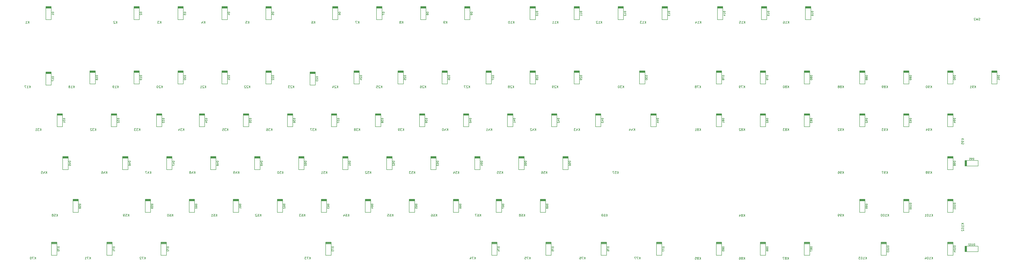
<source format=gbr>
G04 #@! TF.GenerationSoftware,KiCad,Pcbnew,(5.1.4)-1*
G04 #@! TF.CreationDate,2019-11-05T01:24:31-05:00*
G04 #@! TF.ProjectId,keyboard,6b657962-6f61-4726-942e-6b696361645f,rev?*
G04 #@! TF.SameCoordinates,Original*
G04 #@! TF.FileFunction,Legend,Bot*
G04 #@! TF.FilePolarity,Positive*
%FSLAX46Y46*%
G04 Gerber Fmt 4.6, Leading zero omitted, Abs format (unit mm)*
G04 Created by KiCad (PCBNEW (5.1.4)-1) date 2019-11-05 01:24:31*
%MOMM*%
%LPD*%
G04 APERTURE LIST*
%ADD10C,0.200000*%
%ADD11C,0.150000*%
G04 APERTURE END LIST*
D10*
X7800000Y2275000D02*
X10200000Y2275000D01*
X7800000Y2450000D02*
X10200000Y2450000D01*
X7800000Y2625000D02*
X10200000Y2625000D01*
X10200000Y3025000D02*
X7800000Y3025000D01*
X7800000Y2800000D02*
X10200000Y2800000D01*
X7800000Y2925000D02*
X10200000Y2925000D01*
X7800000Y3000000D02*
X7800000Y-2800000D01*
X7800000Y-2800000D02*
X10200000Y-2800000D01*
X10200000Y-2800000D02*
X10200000Y3000000D01*
X49200000Y-2800000D02*
X49200000Y3000000D01*
X46800000Y-2800000D02*
X49200000Y-2800000D01*
X46800000Y3000000D02*
X46800000Y-2800000D01*
X46800000Y2925000D02*
X49200000Y2925000D01*
X46800000Y2800000D02*
X49200000Y2800000D01*
X49200000Y3025000D02*
X46800000Y3025000D01*
X46800000Y2625000D02*
X49200000Y2625000D01*
X46800000Y2450000D02*
X49200000Y2450000D01*
X46800000Y2275000D02*
X49200000Y2275000D01*
X66300000Y2275000D02*
X68700000Y2275000D01*
X66300000Y2450000D02*
X68700000Y2450000D01*
X66300000Y2625000D02*
X68700000Y2625000D01*
X68700000Y3025000D02*
X66300000Y3025000D01*
X66300000Y2800000D02*
X68700000Y2800000D01*
X66300000Y2925000D02*
X68700000Y2925000D01*
X66300000Y3000000D02*
X66300000Y-2800000D01*
X66300000Y-2800000D02*
X68700000Y-2800000D01*
X68700000Y-2800000D02*
X68700000Y3000000D01*
X88200000Y-2800000D02*
X88200000Y3000000D01*
X85800000Y-2800000D02*
X88200000Y-2800000D01*
X85800000Y3000000D02*
X85800000Y-2800000D01*
X85800000Y2925000D02*
X88200000Y2925000D01*
X85800000Y2800000D02*
X88200000Y2800000D01*
X88200000Y3025000D02*
X85800000Y3025000D01*
X85800000Y2625000D02*
X88200000Y2625000D01*
X85800000Y2450000D02*
X88200000Y2450000D01*
X85800000Y2275000D02*
X88200000Y2275000D01*
X107700000Y-2800000D02*
X107700000Y3000000D01*
X105300000Y-2800000D02*
X107700000Y-2800000D01*
X105300000Y3000000D02*
X105300000Y-2800000D01*
X105300000Y2925000D02*
X107700000Y2925000D01*
X105300000Y2800000D02*
X107700000Y2800000D01*
X107700000Y3025000D02*
X105300000Y3025000D01*
X105300000Y2625000D02*
X107700000Y2625000D01*
X105300000Y2450000D02*
X107700000Y2450000D01*
X105300000Y2275000D02*
X107700000Y2275000D01*
X134800000Y2275000D02*
X137200000Y2275000D01*
X134800000Y2450000D02*
X137200000Y2450000D01*
X134800000Y2625000D02*
X137200000Y2625000D01*
X137200000Y3025000D02*
X134800000Y3025000D01*
X134800000Y2800000D02*
X137200000Y2800000D01*
X134800000Y2925000D02*
X137200000Y2925000D01*
X134800000Y3000000D02*
X134800000Y-2800000D01*
X134800000Y-2800000D02*
X137200000Y-2800000D01*
X137200000Y-2800000D02*
X137200000Y3000000D01*
X156700000Y-2800000D02*
X156700000Y3000000D01*
X154300000Y-2800000D02*
X156700000Y-2800000D01*
X154300000Y3000000D02*
X154300000Y-2800000D01*
X154300000Y2925000D02*
X156700000Y2925000D01*
X154300000Y2800000D02*
X156700000Y2800000D01*
X156700000Y3025000D02*
X154300000Y3025000D01*
X154300000Y2625000D02*
X156700000Y2625000D01*
X154300000Y2450000D02*
X156700000Y2450000D01*
X154300000Y2275000D02*
X156700000Y2275000D01*
X173800000Y2275000D02*
X176200000Y2275000D01*
X173800000Y2450000D02*
X176200000Y2450000D01*
X173800000Y2625000D02*
X176200000Y2625000D01*
X176200000Y3025000D02*
X173800000Y3025000D01*
X173800000Y2800000D02*
X176200000Y2800000D01*
X173800000Y2925000D02*
X176200000Y2925000D01*
X173800000Y3000000D02*
X173800000Y-2800000D01*
X173800000Y-2800000D02*
X176200000Y-2800000D01*
X176200000Y-2800000D02*
X176200000Y3000000D01*
X193300000Y2275000D02*
X195700000Y2275000D01*
X193300000Y2450000D02*
X195700000Y2450000D01*
X193300000Y2625000D02*
X195700000Y2625000D01*
X195700000Y3025000D02*
X193300000Y3025000D01*
X193300000Y2800000D02*
X195700000Y2800000D01*
X193300000Y2925000D02*
X195700000Y2925000D01*
X193300000Y3000000D02*
X193300000Y-2800000D01*
X193300000Y-2800000D02*
X195700000Y-2800000D01*
X195700000Y-2800000D02*
X195700000Y3000000D01*
X224700000Y-2800000D02*
X224700000Y3000000D01*
X222300000Y-2800000D02*
X224700000Y-2800000D01*
X222300000Y3000000D02*
X222300000Y-2800000D01*
X222300000Y2925000D02*
X224700000Y2925000D01*
X222300000Y2800000D02*
X224700000Y2800000D01*
X224700000Y3025000D02*
X222300000Y3025000D01*
X222300000Y2625000D02*
X224700000Y2625000D01*
X222300000Y2450000D02*
X224700000Y2450000D01*
X222300000Y2275000D02*
X224700000Y2275000D01*
X244200000Y-2800000D02*
X244200000Y3000000D01*
X241800000Y-2800000D02*
X244200000Y-2800000D01*
X241800000Y3000000D02*
X241800000Y-2800000D01*
X241800000Y2925000D02*
X244200000Y2925000D01*
X241800000Y2800000D02*
X244200000Y2800000D01*
X244200000Y3025000D02*
X241800000Y3025000D01*
X241800000Y2625000D02*
X244200000Y2625000D01*
X241800000Y2450000D02*
X244200000Y2450000D01*
X241800000Y2275000D02*
X244200000Y2275000D01*
X261300000Y2275000D02*
X263700000Y2275000D01*
X261300000Y2450000D02*
X263700000Y2450000D01*
X261300000Y2625000D02*
X263700000Y2625000D01*
X263700000Y3025000D02*
X261300000Y3025000D01*
X261300000Y2800000D02*
X263700000Y2800000D01*
X261300000Y2925000D02*
X263700000Y2925000D01*
X261300000Y3000000D02*
X261300000Y-2800000D01*
X261300000Y-2800000D02*
X263700000Y-2800000D01*
X263700000Y-2800000D02*
X263700000Y3000000D01*
X280800000Y2275000D02*
X283200000Y2275000D01*
X280800000Y2450000D02*
X283200000Y2450000D01*
X280800000Y2625000D02*
X283200000Y2625000D01*
X283200000Y3025000D02*
X280800000Y3025000D01*
X280800000Y2800000D02*
X283200000Y2800000D01*
X280800000Y2925000D02*
X283200000Y2925000D01*
X280800000Y3000000D02*
X280800000Y-2800000D01*
X280800000Y-2800000D02*
X283200000Y-2800000D01*
X283200000Y-2800000D02*
X283200000Y3000000D01*
X307700000Y-2800000D02*
X307700000Y3000000D01*
X305300000Y-2800000D02*
X307700000Y-2800000D01*
X305300000Y3000000D02*
X305300000Y-2800000D01*
X305300000Y2925000D02*
X307700000Y2925000D01*
X305300000Y2800000D02*
X307700000Y2800000D01*
X307700000Y3025000D02*
X305300000Y3025000D01*
X305300000Y2625000D02*
X307700000Y2625000D01*
X305300000Y2450000D02*
X307700000Y2450000D01*
X305300000Y2275000D02*
X307700000Y2275000D01*
X324800000Y2275000D02*
X327200000Y2275000D01*
X324800000Y2450000D02*
X327200000Y2450000D01*
X324800000Y2625000D02*
X327200000Y2625000D01*
X327200000Y3025000D02*
X324800000Y3025000D01*
X324800000Y2800000D02*
X327200000Y2800000D01*
X324800000Y2925000D02*
X327200000Y2925000D01*
X324800000Y3000000D02*
X324800000Y-2800000D01*
X324800000Y-2800000D02*
X327200000Y-2800000D01*
X327200000Y-2800000D02*
X327200000Y3000000D01*
X346700000Y-2800000D02*
X346700000Y3000000D01*
X344300000Y-2800000D02*
X346700000Y-2800000D01*
X344300000Y3000000D02*
X344300000Y-2800000D01*
X344300000Y2925000D02*
X346700000Y2925000D01*
X344300000Y2800000D02*
X346700000Y2800000D01*
X346700000Y3025000D02*
X344300000Y3025000D01*
X344300000Y2625000D02*
X346700000Y2625000D01*
X344300000Y2450000D02*
X346700000Y2450000D01*
X344300000Y2275000D02*
X346700000Y2275000D01*
X10200000Y-31800000D02*
X10200000Y-26000000D01*
X7800000Y-31800000D02*
X10200000Y-31800000D01*
X7800000Y-26000000D02*
X7800000Y-31800000D01*
X7800000Y-26075000D02*
X10200000Y-26075000D01*
X7800000Y-26200000D02*
X10200000Y-26200000D01*
X10200000Y-25975000D02*
X7800000Y-25975000D01*
X7800000Y-26375000D02*
X10200000Y-26375000D01*
X7800000Y-26550000D02*
X10200000Y-26550000D01*
X7800000Y-26725000D02*
X10200000Y-26725000D01*
X29700000Y-31300000D02*
X29700000Y-25500000D01*
X27300000Y-31300000D02*
X29700000Y-31300000D01*
X27300000Y-25500000D02*
X27300000Y-31300000D01*
X27300000Y-25575000D02*
X29700000Y-25575000D01*
X27300000Y-25700000D02*
X29700000Y-25700000D01*
X29700000Y-25475000D02*
X27300000Y-25475000D01*
X27300000Y-25875000D02*
X29700000Y-25875000D01*
X27300000Y-26050000D02*
X29700000Y-26050000D01*
X27300000Y-26225000D02*
X29700000Y-26225000D01*
X46800000Y-26225000D02*
X49200000Y-26225000D01*
X46800000Y-26050000D02*
X49200000Y-26050000D01*
X46800000Y-25875000D02*
X49200000Y-25875000D01*
X49200000Y-25475000D02*
X46800000Y-25475000D01*
X46800000Y-25700000D02*
X49200000Y-25700000D01*
X46800000Y-25575000D02*
X49200000Y-25575000D01*
X46800000Y-25500000D02*
X46800000Y-31300000D01*
X46800000Y-31300000D02*
X49200000Y-31300000D01*
X49200000Y-31300000D02*
X49200000Y-25500000D01*
X68700000Y-31300000D02*
X68700000Y-25500000D01*
X66300000Y-31300000D02*
X68700000Y-31300000D01*
X66300000Y-25500000D02*
X66300000Y-31300000D01*
X66300000Y-25575000D02*
X68700000Y-25575000D01*
X66300000Y-25700000D02*
X68700000Y-25700000D01*
X68700000Y-25475000D02*
X66300000Y-25475000D01*
X66300000Y-25875000D02*
X68700000Y-25875000D01*
X66300000Y-26050000D02*
X68700000Y-26050000D01*
X66300000Y-26225000D02*
X68700000Y-26225000D01*
X88200000Y-31300000D02*
X88200000Y-25500000D01*
X85800000Y-31300000D02*
X88200000Y-31300000D01*
X85800000Y-25500000D02*
X85800000Y-31300000D01*
X85800000Y-25575000D02*
X88200000Y-25575000D01*
X85800000Y-25700000D02*
X88200000Y-25700000D01*
X88200000Y-25475000D02*
X85800000Y-25475000D01*
X85800000Y-25875000D02*
X88200000Y-25875000D01*
X85800000Y-26050000D02*
X88200000Y-26050000D01*
X85800000Y-26225000D02*
X88200000Y-26225000D01*
X105300000Y-26225000D02*
X107700000Y-26225000D01*
X105300000Y-26050000D02*
X107700000Y-26050000D01*
X105300000Y-25875000D02*
X107700000Y-25875000D01*
X107700000Y-25475000D02*
X105300000Y-25475000D01*
X105300000Y-25700000D02*
X107700000Y-25700000D01*
X105300000Y-25575000D02*
X107700000Y-25575000D01*
X105300000Y-25500000D02*
X105300000Y-31300000D01*
X105300000Y-31300000D02*
X107700000Y-31300000D01*
X107700000Y-31300000D02*
X107700000Y-25500000D01*
X124800000Y-26725000D02*
X127200000Y-26725000D01*
X124800000Y-26550000D02*
X127200000Y-26550000D01*
X124800000Y-26375000D02*
X127200000Y-26375000D01*
X127200000Y-25975000D02*
X124800000Y-25975000D01*
X124800000Y-26200000D02*
X127200000Y-26200000D01*
X124800000Y-26075000D02*
X127200000Y-26075000D01*
X124800000Y-26000000D02*
X124800000Y-31800000D01*
X124800000Y-31800000D02*
X127200000Y-31800000D01*
X127200000Y-31800000D02*
X127200000Y-26000000D01*
X144300000Y-26225000D02*
X146700000Y-26225000D01*
X144300000Y-26050000D02*
X146700000Y-26050000D01*
X144300000Y-25875000D02*
X146700000Y-25875000D01*
X146700000Y-25475000D02*
X144300000Y-25475000D01*
X144300000Y-25700000D02*
X146700000Y-25700000D01*
X144300000Y-25575000D02*
X146700000Y-25575000D01*
X144300000Y-25500000D02*
X144300000Y-31300000D01*
X144300000Y-31300000D02*
X146700000Y-31300000D01*
X146700000Y-31300000D02*
X146700000Y-25500000D01*
X166200000Y-31300000D02*
X166200000Y-25500000D01*
X163800000Y-31300000D02*
X166200000Y-31300000D01*
X163800000Y-25500000D02*
X163800000Y-31300000D01*
X163800000Y-25575000D02*
X166200000Y-25575000D01*
X163800000Y-25700000D02*
X166200000Y-25700000D01*
X166200000Y-25475000D02*
X163800000Y-25475000D01*
X163800000Y-25875000D02*
X166200000Y-25875000D01*
X163800000Y-26050000D02*
X166200000Y-26050000D01*
X163800000Y-26225000D02*
X166200000Y-26225000D01*
X183300000Y-26225000D02*
X185700000Y-26225000D01*
X183300000Y-26050000D02*
X185700000Y-26050000D01*
X183300000Y-25875000D02*
X185700000Y-25875000D01*
X185700000Y-25475000D02*
X183300000Y-25475000D01*
X183300000Y-25700000D02*
X185700000Y-25700000D01*
X183300000Y-25575000D02*
X185700000Y-25575000D01*
X183300000Y-25500000D02*
X183300000Y-31300000D01*
X183300000Y-31300000D02*
X185700000Y-31300000D01*
X185700000Y-31300000D02*
X185700000Y-25500000D01*
X205200000Y-31300000D02*
X205200000Y-25500000D01*
X202800000Y-31300000D02*
X205200000Y-31300000D01*
X202800000Y-25500000D02*
X202800000Y-31300000D01*
X202800000Y-25575000D02*
X205200000Y-25575000D01*
X202800000Y-25700000D02*
X205200000Y-25700000D01*
X205200000Y-25475000D02*
X202800000Y-25475000D01*
X202800000Y-25875000D02*
X205200000Y-25875000D01*
X202800000Y-26050000D02*
X205200000Y-26050000D01*
X202800000Y-26225000D02*
X205200000Y-26225000D01*
X222300000Y-26225000D02*
X224700000Y-26225000D01*
X222300000Y-26050000D02*
X224700000Y-26050000D01*
X222300000Y-25875000D02*
X224700000Y-25875000D01*
X224700000Y-25475000D02*
X222300000Y-25475000D01*
X222300000Y-25700000D02*
X224700000Y-25700000D01*
X222300000Y-25575000D02*
X224700000Y-25575000D01*
X222300000Y-25500000D02*
X222300000Y-31300000D01*
X222300000Y-31300000D02*
X224700000Y-31300000D01*
X224700000Y-31300000D02*
X224700000Y-25500000D01*
X241800000Y-26225000D02*
X244200000Y-26225000D01*
X241800000Y-26050000D02*
X244200000Y-26050000D01*
X241800000Y-25875000D02*
X244200000Y-25875000D01*
X244200000Y-25475000D02*
X241800000Y-25475000D01*
X241800000Y-25700000D02*
X244200000Y-25700000D01*
X241800000Y-25575000D02*
X244200000Y-25575000D01*
X241800000Y-25500000D02*
X241800000Y-31300000D01*
X241800000Y-31300000D02*
X244200000Y-31300000D01*
X244200000Y-31300000D02*
X244200000Y-25500000D01*
X273200000Y-31300000D02*
X273200000Y-25500000D01*
X270800000Y-31300000D02*
X273200000Y-31300000D01*
X270800000Y-25500000D02*
X270800000Y-31300000D01*
X270800000Y-25575000D02*
X273200000Y-25575000D01*
X270800000Y-25700000D02*
X273200000Y-25700000D01*
X273200000Y-25475000D02*
X270800000Y-25475000D01*
X270800000Y-25875000D02*
X273200000Y-25875000D01*
X270800000Y-26050000D02*
X273200000Y-26050000D01*
X270800000Y-26225000D02*
X273200000Y-26225000D01*
X12800000Y-45225000D02*
X15200000Y-45225000D01*
X12800000Y-45050000D02*
X15200000Y-45050000D01*
X12800000Y-44875000D02*
X15200000Y-44875000D01*
X15200000Y-44475000D02*
X12800000Y-44475000D01*
X12800000Y-44700000D02*
X15200000Y-44700000D01*
X12800000Y-44575000D02*
X15200000Y-44575000D01*
X12800000Y-44500000D02*
X12800000Y-50300000D01*
X12800000Y-50300000D02*
X15200000Y-50300000D01*
X15200000Y-50300000D02*
X15200000Y-44500000D01*
X39200000Y-50300000D02*
X39200000Y-44500000D01*
X36800000Y-50300000D02*
X39200000Y-50300000D01*
X36800000Y-44500000D02*
X36800000Y-50300000D01*
X36800000Y-44575000D02*
X39200000Y-44575000D01*
X36800000Y-44700000D02*
X39200000Y-44700000D01*
X39200000Y-44475000D02*
X36800000Y-44475000D01*
X36800000Y-44875000D02*
X39200000Y-44875000D01*
X36800000Y-45050000D02*
X39200000Y-45050000D01*
X36800000Y-45225000D02*
X39200000Y-45225000D01*
X59200000Y-50300000D02*
X59200000Y-44500000D01*
X56800000Y-50300000D02*
X59200000Y-50300000D01*
X56800000Y-44500000D02*
X56800000Y-50300000D01*
X56800000Y-44575000D02*
X59200000Y-44575000D01*
X56800000Y-44700000D02*
X59200000Y-44700000D01*
X59200000Y-44475000D02*
X56800000Y-44475000D01*
X56800000Y-44875000D02*
X59200000Y-44875000D01*
X56800000Y-45050000D02*
X59200000Y-45050000D01*
X56800000Y-45225000D02*
X59200000Y-45225000D01*
X75800000Y-45225000D02*
X78200000Y-45225000D01*
X75800000Y-45050000D02*
X78200000Y-45050000D01*
X75800000Y-44875000D02*
X78200000Y-44875000D01*
X78200000Y-44475000D02*
X75800000Y-44475000D01*
X75800000Y-44700000D02*
X78200000Y-44700000D01*
X75800000Y-44575000D02*
X78200000Y-44575000D01*
X75800000Y-44500000D02*
X75800000Y-50300000D01*
X75800000Y-50300000D02*
X78200000Y-50300000D01*
X78200000Y-50300000D02*
X78200000Y-44500000D01*
X95300000Y-45225000D02*
X97700000Y-45225000D01*
X95300000Y-45050000D02*
X97700000Y-45050000D01*
X95300000Y-44875000D02*
X97700000Y-44875000D01*
X97700000Y-44475000D02*
X95300000Y-44475000D01*
X95300000Y-44700000D02*
X97700000Y-44700000D01*
X95300000Y-44575000D02*
X97700000Y-44575000D01*
X95300000Y-44500000D02*
X95300000Y-50300000D01*
X95300000Y-50300000D02*
X97700000Y-50300000D01*
X97700000Y-50300000D02*
X97700000Y-44500000D01*
X114800000Y-45225000D02*
X117200000Y-45225000D01*
X114800000Y-45050000D02*
X117200000Y-45050000D01*
X114800000Y-44875000D02*
X117200000Y-44875000D01*
X117200000Y-44475000D02*
X114800000Y-44475000D01*
X114800000Y-44700000D02*
X117200000Y-44700000D01*
X114800000Y-44575000D02*
X117200000Y-44575000D01*
X114800000Y-44500000D02*
X114800000Y-50300000D01*
X114800000Y-50300000D02*
X117200000Y-50300000D01*
X117200000Y-50300000D02*
X117200000Y-44500000D01*
X136700000Y-50300000D02*
X136700000Y-44500000D01*
X134300000Y-50300000D02*
X136700000Y-50300000D01*
X134300000Y-44500000D02*
X134300000Y-50300000D01*
X134300000Y-44575000D02*
X136700000Y-44575000D01*
X134300000Y-44700000D02*
X136700000Y-44700000D01*
X136700000Y-44475000D02*
X134300000Y-44475000D01*
X134300000Y-44875000D02*
X136700000Y-44875000D01*
X134300000Y-45050000D02*
X136700000Y-45050000D01*
X134300000Y-45225000D02*
X136700000Y-45225000D01*
X153800000Y-45225000D02*
X156200000Y-45225000D01*
X153800000Y-45050000D02*
X156200000Y-45050000D01*
X153800000Y-44875000D02*
X156200000Y-44875000D01*
X156200000Y-44475000D02*
X153800000Y-44475000D01*
X153800000Y-44700000D02*
X156200000Y-44700000D01*
X153800000Y-44575000D02*
X156200000Y-44575000D01*
X153800000Y-44500000D02*
X153800000Y-50300000D01*
X153800000Y-50300000D02*
X156200000Y-50300000D01*
X156200000Y-50300000D02*
X156200000Y-44500000D01*
X175700000Y-50300000D02*
X175700000Y-44500000D01*
X173300000Y-50300000D02*
X175700000Y-50300000D01*
X173300000Y-44500000D02*
X173300000Y-50300000D01*
X173300000Y-44575000D02*
X175700000Y-44575000D01*
X173300000Y-44700000D02*
X175700000Y-44700000D01*
X175700000Y-44475000D02*
X173300000Y-44475000D01*
X173300000Y-44875000D02*
X175700000Y-44875000D01*
X173300000Y-45050000D02*
X175700000Y-45050000D01*
X173300000Y-45225000D02*
X175700000Y-45225000D01*
X192800000Y-45225000D02*
X195200000Y-45225000D01*
X192800000Y-45050000D02*
X195200000Y-45050000D01*
X192800000Y-44875000D02*
X195200000Y-44875000D01*
X195200000Y-44475000D02*
X192800000Y-44475000D01*
X192800000Y-44700000D02*
X195200000Y-44700000D01*
X192800000Y-44575000D02*
X195200000Y-44575000D01*
X192800000Y-44500000D02*
X192800000Y-50300000D01*
X192800000Y-50300000D02*
X195200000Y-50300000D01*
X195200000Y-50300000D02*
X195200000Y-44500000D01*
X212300000Y-45225000D02*
X214700000Y-45225000D01*
X212300000Y-45050000D02*
X214700000Y-45050000D01*
X212300000Y-44875000D02*
X214700000Y-44875000D01*
X214700000Y-44475000D02*
X212300000Y-44475000D01*
X212300000Y-44700000D02*
X214700000Y-44700000D01*
X212300000Y-44575000D02*
X214700000Y-44575000D01*
X212300000Y-44500000D02*
X212300000Y-50300000D01*
X212300000Y-50300000D02*
X214700000Y-50300000D01*
X214700000Y-50300000D02*
X214700000Y-44500000D01*
X231800000Y-45225000D02*
X234200000Y-45225000D01*
X231800000Y-45050000D02*
X234200000Y-45050000D01*
X231800000Y-44875000D02*
X234200000Y-44875000D01*
X234200000Y-44475000D02*
X231800000Y-44475000D01*
X231800000Y-44700000D02*
X234200000Y-44700000D01*
X231800000Y-44575000D02*
X234200000Y-44575000D01*
X231800000Y-44500000D02*
X231800000Y-50300000D01*
X231800000Y-50300000D02*
X234200000Y-50300000D01*
X234200000Y-50300000D02*
X234200000Y-44500000D01*
X253700000Y-50300000D02*
X253700000Y-44500000D01*
X251300000Y-50300000D02*
X253700000Y-50300000D01*
X251300000Y-44500000D02*
X251300000Y-50300000D01*
X251300000Y-44575000D02*
X253700000Y-44575000D01*
X251300000Y-44700000D02*
X253700000Y-44700000D01*
X253700000Y-44475000D02*
X251300000Y-44475000D01*
X251300000Y-44875000D02*
X253700000Y-44875000D01*
X251300000Y-45050000D02*
X253700000Y-45050000D01*
X251300000Y-45225000D02*
X253700000Y-45225000D01*
X278200000Y-50300000D02*
X278200000Y-44500000D01*
X275800000Y-50300000D02*
X278200000Y-50300000D01*
X275800000Y-44500000D02*
X275800000Y-50300000D01*
X275800000Y-44575000D02*
X278200000Y-44575000D01*
X275800000Y-44700000D02*
X278200000Y-44700000D01*
X278200000Y-44475000D02*
X275800000Y-44475000D01*
X275800000Y-44875000D02*
X278200000Y-44875000D01*
X275800000Y-45050000D02*
X278200000Y-45050000D01*
X275800000Y-45225000D02*
X278200000Y-45225000D01*
X15300000Y-64225000D02*
X17700000Y-64225000D01*
X15300000Y-64050000D02*
X17700000Y-64050000D01*
X15300000Y-63875000D02*
X17700000Y-63875000D01*
X17700000Y-63475000D02*
X15300000Y-63475000D01*
X15300000Y-63700000D02*
X17700000Y-63700000D01*
X15300000Y-63575000D02*
X17700000Y-63575000D01*
X15300000Y-63500000D02*
X15300000Y-69300000D01*
X15300000Y-69300000D02*
X17700000Y-69300000D01*
X17700000Y-69300000D02*
X17700000Y-63500000D01*
X44200000Y-69300000D02*
X44200000Y-63500000D01*
X41800000Y-69300000D02*
X44200000Y-69300000D01*
X41800000Y-63500000D02*
X41800000Y-69300000D01*
X41800000Y-63575000D02*
X44200000Y-63575000D01*
X41800000Y-63700000D02*
X44200000Y-63700000D01*
X44200000Y-63475000D02*
X41800000Y-63475000D01*
X41800000Y-63875000D02*
X44200000Y-63875000D01*
X41800000Y-64050000D02*
X44200000Y-64050000D01*
X41800000Y-64225000D02*
X44200000Y-64225000D01*
X61300000Y-64225000D02*
X63700000Y-64225000D01*
X61300000Y-64050000D02*
X63700000Y-64050000D01*
X61300000Y-63875000D02*
X63700000Y-63875000D01*
X63700000Y-63475000D02*
X61300000Y-63475000D01*
X61300000Y-63700000D02*
X63700000Y-63700000D01*
X61300000Y-63575000D02*
X63700000Y-63575000D01*
X61300000Y-63500000D02*
X61300000Y-69300000D01*
X61300000Y-69300000D02*
X63700000Y-69300000D01*
X63700000Y-69300000D02*
X63700000Y-63500000D01*
X83200000Y-69300000D02*
X83200000Y-63500000D01*
X80800000Y-69300000D02*
X83200000Y-69300000D01*
X80800000Y-63500000D02*
X80800000Y-69300000D01*
X80800000Y-63575000D02*
X83200000Y-63575000D01*
X80800000Y-63700000D02*
X83200000Y-63700000D01*
X83200000Y-63475000D02*
X80800000Y-63475000D01*
X80800000Y-63875000D02*
X83200000Y-63875000D01*
X80800000Y-64050000D02*
X83200000Y-64050000D01*
X80800000Y-64225000D02*
X83200000Y-64225000D01*
X100300000Y-64225000D02*
X102700000Y-64225000D01*
X100300000Y-64050000D02*
X102700000Y-64050000D01*
X100300000Y-63875000D02*
X102700000Y-63875000D01*
X102700000Y-63475000D02*
X100300000Y-63475000D01*
X100300000Y-63700000D02*
X102700000Y-63700000D01*
X100300000Y-63575000D02*
X102700000Y-63575000D01*
X100300000Y-63500000D02*
X100300000Y-69300000D01*
X100300000Y-69300000D02*
X102700000Y-69300000D01*
X102700000Y-69300000D02*
X102700000Y-63500000D01*
X122200000Y-69300000D02*
X122200000Y-63500000D01*
X119800000Y-69300000D02*
X122200000Y-69300000D01*
X119800000Y-63500000D02*
X119800000Y-69300000D01*
X119800000Y-63575000D02*
X122200000Y-63575000D01*
X119800000Y-63700000D02*
X122200000Y-63700000D01*
X122200000Y-63475000D02*
X119800000Y-63475000D01*
X119800000Y-63875000D02*
X122200000Y-63875000D01*
X119800000Y-64050000D02*
X122200000Y-64050000D01*
X119800000Y-64225000D02*
X122200000Y-64225000D01*
X139300000Y-64225000D02*
X141700000Y-64225000D01*
X139300000Y-64050000D02*
X141700000Y-64050000D01*
X139300000Y-63875000D02*
X141700000Y-63875000D01*
X141700000Y-63475000D02*
X139300000Y-63475000D01*
X139300000Y-63700000D02*
X141700000Y-63700000D01*
X139300000Y-63575000D02*
X141700000Y-63575000D01*
X139300000Y-63500000D02*
X139300000Y-69300000D01*
X139300000Y-69300000D02*
X141700000Y-69300000D01*
X141700000Y-69300000D02*
X141700000Y-63500000D01*
X158800000Y-64225000D02*
X161200000Y-64225000D01*
X158800000Y-64050000D02*
X161200000Y-64050000D01*
X158800000Y-63875000D02*
X161200000Y-63875000D01*
X161200000Y-63475000D02*
X158800000Y-63475000D01*
X158800000Y-63700000D02*
X161200000Y-63700000D01*
X158800000Y-63575000D02*
X161200000Y-63575000D01*
X158800000Y-63500000D02*
X158800000Y-69300000D01*
X158800000Y-69300000D02*
X161200000Y-69300000D01*
X161200000Y-69300000D02*
X161200000Y-63500000D01*
X180700000Y-69300000D02*
X180700000Y-63500000D01*
X178300000Y-69300000D02*
X180700000Y-69300000D01*
X178300000Y-63500000D02*
X178300000Y-69300000D01*
X178300000Y-63575000D02*
X180700000Y-63575000D01*
X178300000Y-63700000D02*
X180700000Y-63700000D01*
X180700000Y-63475000D02*
X178300000Y-63475000D01*
X178300000Y-63875000D02*
X180700000Y-63875000D01*
X178300000Y-64050000D02*
X180700000Y-64050000D01*
X178300000Y-64225000D02*
X180700000Y-64225000D01*
X200200000Y-69300000D02*
X200200000Y-63500000D01*
X197800000Y-69300000D02*
X200200000Y-69300000D01*
X197800000Y-63500000D02*
X197800000Y-69300000D01*
X197800000Y-63575000D02*
X200200000Y-63575000D01*
X197800000Y-63700000D02*
X200200000Y-63700000D01*
X200200000Y-63475000D02*
X197800000Y-63475000D01*
X197800000Y-63875000D02*
X200200000Y-63875000D01*
X197800000Y-64050000D02*
X200200000Y-64050000D01*
X197800000Y-64225000D02*
X200200000Y-64225000D01*
X219700000Y-69300000D02*
X219700000Y-63500000D01*
X217300000Y-69300000D02*
X219700000Y-69300000D01*
X217300000Y-63500000D02*
X217300000Y-69300000D01*
X217300000Y-63575000D02*
X219700000Y-63575000D01*
X217300000Y-63700000D02*
X219700000Y-63700000D01*
X219700000Y-63475000D02*
X217300000Y-63475000D01*
X217300000Y-63875000D02*
X219700000Y-63875000D01*
X217300000Y-64050000D02*
X219700000Y-64050000D01*
X217300000Y-64225000D02*
X219700000Y-64225000D01*
X236800000Y-64225000D02*
X239200000Y-64225000D01*
X236800000Y-64050000D02*
X239200000Y-64050000D01*
X236800000Y-63875000D02*
X239200000Y-63875000D01*
X239200000Y-63475000D02*
X236800000Y-63475000D01*
X236800000Y-63700000D02*
X239200000Y-63700000D01*
X236800000Y-63575000D02*
X239200000Y-63575000D01*
X236800000Y-63500000D02*
X236800000Y-69300000D01*
X236800000Y-69300000D02*
X239200000Y-69300000D01*
X239200000Y-69300000D02*
X239200000Y-63500000D01*
X19800000Y-83225000D02*
X22200000Y-83225000D01*
X19800000Y-83050000D02*
X22200000Y-83050000D01*
X19800000Y-82875000D02*
X22200000Y-82875000D01*
X22200000Y-82475000D02*
X19800000Y-82475000D01*
X19800000Y-82700000D02*
X22200000Y-82700000D01*
X19800000Y-82575000D02*
X22200000Y-82575000D01*
X19800000Y-82500000D02*
X19800000Y-88300000D01*
X19800000Y-88300000D02*
X22200000Y-88300000D01*
X22200000Y-88300000D02*
X22200000Y-82500000D01*
X54200000Y-88300000D02*
X54200000Y-82500000D01*
X51800000Y-88300000D02*
X54200000Y-88300000D01*
X51800000Y-82500000D02*
X51800000Y-88300000D01*
X51800000Y-82575000D02*
X54200000Y-82575000D01*
X51800000Y-82700000D02*
X54200000Y-82700000D01*
X54200000Y-82475000D02*
X51800000Y-82475000D01*
X51800000Y-82875000D02*
X54200000Y-82875000D01*
X51800000Y-83050000D02*
X54200000Y-83050000D01*
X51800000Y-83225000D02*
X54200000Y-83225000D01*
X73700000Y-88300000D02*
X73700000Y-82500000D01*
X71300000Y-88300000D02*
X73700000Y-88300000D01*
X71300000Y-82500000D02*
X71300000Y-88300000D01*
X71300000Y-82575000D02*
X73700000Y-82575000D01*
X71300000Y-82700000D02*
X73700000Y-82700000D01*
X73700000Y-82475000D02*
X71300000Y-82475000D01*
X71300000Y-82875000D02*
X73700000Y-82875000D01*
X71300000Y-83050000D02*
X73700000Y-83050000D01*
X71300000Y-83225000D02*
X73700000Y-83225000D01*
X90800000Y-83225000D02*
X93200000Y-83225000D01*
X90800000Y-83050000D02*
X93200000Y-83050000D01*
X90800000Y-82875000D02*
X93200000Y-82875000D01*
X93200000Y-82475000D02*
X90800000Y-82475000D01*
X90800000Y-82700000D02*
X93200000Y-82700000D01*
X90800000Y-82575000D02*
X93200000Y-82575000D01*
X90800000Y-82500000D02*
X90800000Y-88300000D01*
X90800000Y-88300000D02*
X93200000Y-88300000D01*
X93200000Y-88300000D02*
X93200000Y-82500000D01*
X112700000Y-88300000D02*
X112700000Y-82500000D01*
X110300000Y-88300000D02*
X112700000Y-88300000D01*
X110300000Y-82500000D02*
X110300000Y-88300000D01*
X110300000Y-82575000D02*
X112700000Y-82575000D01*
X110300000Y-82700000D02*
X112700000Y-82700000D01*
X112700000Y-82475000D02*
X110300000Y-82475000D01*
X110300000Y-82875000D02*
X112700000Y-82875000D01*
X110300000Y-83050000D02*
X112700000Y-83050000D01*
X110300000Y-83225000D02*
X112700000Y-83225000D01*
X129800000Y-83225000D02*
X132200000Y-83225000D01*
X129800000Y-83050000D02*
X132200000Y-83050000D01*
X129800000Y-82875000D02*
X132200000Y-82875000D01*
X132200000Y-82475000D02*
X129800000Y-82475000D01*
X129800000Y-82700000D02*
X132200000Y-82700000D01*
X129800000Y-82575000D02*
X132200000Y-82575000D01*
X129800000Y-82500000D02*
X129800000Y-88300000D01*
X129800000Y-88300000D02*
X132200000Y-88300000D01*
X132200000Y-88300000D02*
X132200000Y-82500000D01*
X151700000Y-88300000D02*
X151700000Y-82500000D01*
X149300000Y-88300000D02*
X151700000Y-88300000D01*
X149300000Y-82500000D02*
X149300000Y-88300000D01*
X149300000Y-82575000D02*
X151700000Y-82575000D01*
X149300000Y-82700000D02*
X151700000Y-82700000D01*
X151700000Y-82475000D02*
X149300000Y-82475000D01*
X149300000Y-82875000D02*
X151700000Y-82875000D01*
X149300000Y-83050000D02*
X151700000Y-83050000D01*
X149300000Y-83225000D02*
X151700000Y-83225000D01*
X171200000Y-88300000D02*
X171200000Y-82500000D01*
X168800000Y-88300000D02*
X171200000Y-88300000D01*
X168800000Y-82500000D02*
X168800000Y-88300000D01*
X168800000Y-82575000D02*
X171200000Y-82575000D01*
X168800000Y-82700000D02*
X171200000Y-82700000D01*
X171200000Y-82475000D02*
X168800000Y-82475000D01*
X168800000Y-82875000D02*
X171200000Y-82875000D01*
X168800000Y-83050000D02*
X171200000Y-83050000D01*
X168800000Y-83225000D02*
X171200000Y-83225000D01*
X188300000Y-83225000D02*
X190700000Y-83225000D01*
X188300000Y-83050000D02*
X190700000Y-83050000D01*
X188300000Y-82875000D02*
X190700000Y-82875000D01*
X190700000Y-82475000D02*
X188300000Y-82475000D01*
X188300000Y-82700000D02*
X190700000Y-82700000D01*
X188300000Y-82575000D02*
X190700000Y-82575000D01*
X188300000Y-82500000D02*
X188300000Y-88300000D01*
X188300000Y-88300000D02*
X190700000Y-88300000D01*
X190700000Y-88300000D02*
X190700000Y-82500000D01*
X209700000Y-88300000D02*
X209700000Y-82500000D01*
X207300000Y-88300000D02*
X209700000Y-88300000D01*
X207300000Y-82500000D02*
X207300000Y-88300000D01*
X207300000Y-82575000D02*
X209700000Y-82575000D01*
X207300000Y-82700000D02*
X209700000Y-82700000D01*
X209700000Y-82475000D02*
X207300000Y-82475000D01*
X207300000Y-82875000D02*
X209700000Y-82875000D01*
X207300000Y-83050000D02*
X209700000Y-83050000D01*
X207300000Y-83225000D02*
X209700000Y-83225000D01*
X226800000Y-83225000D02*
X229200000Y-83225000D01*
X226800000Y-83050000D02*
X229200000Y-83050000D01*
X226800000Y-82875000D02*
X229200000Y-82875000D01*
X229200000Y-82475000D02*
X226800000Y-82475000D01*
X226800000Y-82700000D02*
X229200000Y-82700000D01*
X226800000Y-82575000D02*
X229200000Y-82575000D01*
X226800000Y-82500000D02*
X226800000Y-88300000D01*
X226800000Y-88300000D02*
X229200000Y-88300000D01*
X229200000Y-88300000D02*
X229200000Y-82500000D01*
X10300000Y-102225000D02*
X12700000Y-102225000D01*
X10300000Y-102050000D02*
X12700000Y-102050000D01*
X10300000Y-101875000D02*
X12700000Y-101875000D01*
X12700000Y-101475000D02*
X10300000Y-101475000D01*
X10300000Y-101700000D02*
X12700000Y-101700000D01*
X10300000Y-101575000D02*
X12700000Y-101575000D01*
X10300000Y-101500000D02*
X10300000Y-107300000D01*
X10300000Y-107300000D02*
X12700000Y-107300000D01*
X12700000Y-107300000D02*
X12700000Y-101500000D01*
X37200000Y-107300000D02*
X37200000Y-101500000D01*
X34800000Y-107300000D02*
X37200000Y-107300000D01*
X34800000Y-101500000D02*
X34800000Y-107300000D01*
X34800000Y-101575000D02*
X37200000Y-101575000D01*
X34800000Y-101700000D02*
X37200000Y-101700000D01*
X37200000Y-101475000D02*
X34800000Y-101475000D01*
X34800000Y-101875000D02*
X37200000Y-101875000D01*
X34800000Y-102050000D02*
X37200000Y-102050000D01*
X34800000Y-102225000D02*
X37200000Y-102225000D01*
X58800000Y-102225000D02*
X61200000Y-102225000D01*
X58800000Y-102050000D02*
X61200000Y-102050000D01*
X58800000Y-101875000D02*
X61200000Y-101875000D01*
X61200000Y-101475000D02*
X58800000Y-101475000D01*
X58800000Y-101700000D02*
X61200000Y-101700000D01*
X58800000Y-101575000D02*
X61200000Y-101575000D01*
X58800000Y-101500000D02*
X58800000Y-107300000D01*
X58800000Y-107300000D02*
X61200000Y-107300000D01*
X61200000Y-107300000D02*
X61200000Y-101500000D01*
X131800000Y-102225000D02*
X134200000Y-102225000D01*
X131800000Y-102050000D02*
X134200000Y-102050000D01*
X131800000Y-101875000D02*
X134200000Y-101875000D01*
X134200000Y-101475000D02*
X131800000Y-101475000D01*
X131800000Y-101700000D02*
X134200000Y-101700000D01*
X131800000Y-101575000D02*
X134200000Y-101575000D01*
X131800000Y-101500000D02*
X131800000Y-107300000D01*
X131800000Y-107300000D02*
X134200000Y-107300000D01*
X134200000Y-107300000D02*
X134200000Y-101500000D01*
X207700000Y-107300000D02*
X207700000Y-101500000D01*
X205300000Y-107300000D02*
X207700000Y-107300000D01*
X205300000Y-101500000D02*
X205300000Y-107300000D01*
X205300000Y-101575000D02*
X207700000Y-101575000D01*
X205300000Y-101700000D02*
X207700000Y-101700000D01*
X207700000Y-101475000D02*
X205300000Y-101475000D01*
X205300000Y-101875000D02*
X207700000Y-101875000D01*
X205300000Y-102050000D02*
X207700000Y-102050000D01*
X205300000Y-102225000D02*
X207700000Y-102225000D01*
X231700000Y-107300000D02*
X231700000Y-101500000D01*
X229300000Y-107300000D02*
X231700000Y-107300000D01*
X229300000Y-101500000D02*
X229300000Y-107300000D01*
X229300000Y-101575000D02*
X231700000Y-101575000D01*
X229300000Y-101700000D02*
X231700000Y-101700000D01*
X231700000Y-101475000D02*
X229300000Y-101475000D01*
X229300000Y-101875000D02*
X231700000Y-101875000D01*
X229300000Y-102050000D02*
X231700000Y-102050000D01*
X229300000Y-102225000D02*
X231700000Y-102225000D01*
X256200000Y-107300000D02*
X256200000Y-101500000D01*
X253800000Y-107300000D02*
X256200000Y-107300000D01*
X253800000Y-101500000D02*
X253800000Y-107300000D01*
X253800000Y-101575000D02*
X256200000Y-101575000D01*
X253800000Y-101700000D02*
X256200000Y-101700000D01*
X256200000Y-101475000D02*
X253800000Y-101475000D01*
X253800000Y-101875000D02*
X256200000Y-101875000D01*
X253800000Y-102050000D02*
X256200000Y-102050000D01*
X253800000Y-102225000D02*
X256200000Y-102225000D01*
X278300000Y-102225000D02*
X280700000Y-102225000D01*
X278300000Y-102050000D02*
X280700000Y-102050000D01*
X278300000Y-101875000D02*
X280700000Y-101875000D01*
X280700000Y-101475000D02*
X278300000Y-101475000D01*
X278300000Y-101700000D02*
X280700000Y-101700000D01*
X278300000Y-101575000D02*
X280700000Y-101575000D01*
X278300000Y-101500000D02*
X278300000Y-107300000D01*
X278300000Y-107300000D02*
X280700000Y-107300000D01*
X280700000Y-107300000D02*
X280700000Y-101500000D01*
X307200000Y-31300000D02*
X307200000Y-25500000D01*
X304800000Y-31300000D02*
X307200000Y-31300000D01*
X304800000Y-25500000D02*
X304800000Y-31300000D01*
X304800000Y-25575000D02*
X307200000Y-25575000D01*
X304800000Y-25700000D02*
X307200000Y-25700000D01*
X307200000Y-25475000D02*
X304800000Y-25475000D01*
X304800000Y-25875000D02*
X307200000Y-25875000D01*
X304800000Y-26050000D02*
X307200000Y-26050000D01*
X304800000Y-26225000D02*
X307200000Y-26225000D01*
X324300000Y-26225000D02*
X326700000Y-26225000D01*
X324300000Y-26050000D02*
X326700000Y-26050000D01*
X324300000Y-25875000D02*
X326700000Y-25875000D01*
X326700000Y-25475000D02*
X324300000Y-25475000D01*
X324300000Y-25700000D02*
X326700000Y-25700000D01*
X324300000Y-25575000D02*
X326700000Y-25575000D01*
X324300000Y-25500000D02*
X324300000Y-31300000D01*
X324300000Y-31300000D02*
X326700000Y-31300000D01*
X326700000Y-31300000D02*
X326700000Y-25500000D01*
X343800000Y-26225000D02*
X346200000Y-26225000D01*
X343800000Y-26050000D02*
X346200000Y-26050000D01*
X343800000Y-25875000D02*
X346200000Y-25875000D01*
X346200000Y-25475000D02*
X343800000Y-25475000D01*
X343800000Y-25700000D02*
X346200000Y-25700000D01*
X343800000Y-25575000D02*
X346200000Y-25575000D01*
X343800000Y-25500000D02*
X343800000Y-31300000D01*
X343800000Y-31300000D02*
X346200000Y-31300000D01*
X346200000Y-31300000D02*
X346200000Y-25500000D01*
X304800000Y-45225000D02*
X307200000Y-45225000D01*
X304800000Y-45050000D02*
X307200000Y-45050000D01*
X304800000Y-44875000D02*
X307200000Y-44875000D01*
X307200000Y-44475000D02*
X304800000Y-44475000D01*
X304800000Y-44700000D02*
X307200000Y-44700000D01*
X304800000Y-44575000D02*
X307200000Y-44575000D01*
X304800000Y-44500000D02*
X304800000Y-50300000D01*
X304800000Y-50300000D02*
X307200000Y-50300000D01*
X307200000Y-50300000D02*
X307200000Y-44500000D01*
X324300000Y-45225000D02*
X326700000Y-45225000D01*
X324300000Y-45050000D02*
X326700000Y-45050000D01*
X324300000Y-44875000D02*
X326700000Y-44875000D01*
X326700000Y-44475000D02*
X324300000Y-44475000D01*
X324300000Y-44700000D02*
X326700000Y-44700000D01*
X324300000Y-44575000D02*
X326700000Y-44575000D01*
X324300000Y-44500000D02*
X324300000Y-50300000D01*
X324300000Y-50300000D02*
X326700000Y-50300000D01*
X326700000Y-50300000D02*
X326700000Y-44500000D01*
X343800000Y-45225000D02*
X346200000Y-45225000D01*
X343800000Y-45050000D02*
X346200000Y-45050000D01*
X343800000Y-44875000D02*
X346200000Y-44875000D01*
X346200000Y-44475000D02*
X343800000Y-44475000D01*
X343800000Y-44700000D02*
X346200000Y-44700000D01*
X343800000Y-44575000D02*
X346200000Y-44575000D01*
X343800000Y-44500000D02*
X343800000Y-50300000D01*
X343800000Y-50300000D02*
X346200000Y-50300000D01*
X346200000Y-50300000D02*
X346200000Y-44500000D01*
X304800000Y-102225000D02*
X307200000Y-102225000D01*
X304800000Y-102050000D02*
X307200000Y-102050000D01*
X304800000Y-101875000D02*
X307200000Y-101875000D01*
X307200000Y-101475000D02*
X304800000Y-101475000D01*
X304800000Y-101700000D02*
X307200000Y-101700000D01*
X304800000Y-101575000D02*
X307200000Y-101575000D01*
X304800000Y-101500000D02*
X304800000Y-107300000D01*
X304800000Y-107300000D02*
X307200000Y-107300000D01*
X307200000Y-107300000D02*
X307200000Y-101500000D01*
X324300000Y-102225000D02*
X326700000Y-102225000D01*
X324300000Y-102050000D02*
X326700000Y-102050000D01*
X324300000Y-101875000D02*
X326700000Y-101875000D01*
X326700000Y-101475000D02*
X324300000Y-101475000D01*
X324300000Y-101700000D02*
X326700000Y-101700000D01*
X324300000Y-101575000D02*
X326700000Y-101575000D01*
X324300000Y-101500000D02*
X324300000Y-107300000D01*
X324300000Y-107300000D02*
X326700000Y-107300000D01*
X326700000Y-107300000D02*
X326700000Y-101500000D01*
X346200000Y-107300000D02*
X346200000Y-101500000D01*
X343800000Y-107300000D02*
X346200000Y-107300000D01*
X343800000Y-101500000D02*
X343800000Y-107300000D01*
X343800000Y-101575000D02*
X346200000Y-101575000D01*
X343800000Y-101700000D02*
X346200000Y-101700000D01*
X346200000Y-101475000D02*
X343800000Y-101475000D01*
X343800000Y-101875000D02*
X346200000Y-101875000D01*
X343800000Y-102050000D02*
X346200000Y-102050000D01*
X343800000Y-102225000D02*
X346200000Y-102225000D01*
X370700000Y-31300000D02*
X370700000Y-25500000D01*
X368300000Y-31300000D02*
X370700000Y-31300000D01*
X368300000Y-25500000D02*
X368300000Y-31300000D01*
X368300000Y-25575000D02*
X370700000Y-25575000D01*
X368300000Y-25700000D02*
X370700000Y-25700000D01*
X370700000Y-25475000D02*
X368300000Y-25475000D01*
X368300000Y-25875000D02*
X370700000Y-25875000D01*
X368300000Y-26050000D02*
X370700000Y-26050000D01*
X368300000Y-26225000D02*
X370700000Y-26225000D01*
X387800000Y-26225000D02*
X390200000Y-26225000D01*
X387800000Y-26050000D02*
X390200000Y-26050000D01*
X387800000Y-25875000D02*
X390200000Y-25875000D01*
X390200000Y-25475000D02*
X387800000Y-25475000D01*
X387800000Y-25700000D02*
X390200000Y-25700000D01*
X387800000Y-25575000D02*
X390200000Y-25575000D01*
X387800000Y-25500000D02*
X387800000Y-31300000D01*
X387800000Y-31300000D02*
X390200000Y-31300000D01*
X390200000Y-31300000D02*
X390200000Y-25500000D01*
X409700000Y-31300000D02*
X409700000Y-25500000D01*
X407300000Y-31300000D02*
X409700000Y-31300000D01*
X407300000Y-25500000D02*
X407300000Y-31300000D01*
X407300000Y-25575000D02*
X409700000Y-25575000D01*
X407300000Y-25700000D02*
X409700000Y-25700000D01*
X409700000Y-25475000D02*
X407300000Y-25475000D01*
X407300000Y-25875000D02*
X409700000Y-25875000D01*
X407300000Y-26050000D02*
X409700000Y-26050000D01*
X407300000Y-26225000D02*
X409700000Y-26225000D01*
X429200000Y-31300000D02*
X429200000Y-25500000D01*
X426800000Y-31300000D02*
X429200000Y-31300000D01*
X426800000Y-25500000D02*
X426800000Y-31300000D01*
X426800000Y-25575000D02*
X429200000Y-25575000D01*
X426800000Y-25700000D02*
X429200000Y-25700000D01*
X429200000Y-25475000D02*
X426800000Y-25475000D01*
X426800000Y-25875000D02*
X429200000Y-25875000D01*
X426800000Y-26050000D02*
X429200000Y-26050000D01*
X426800000Y-26225000D02*
X429200000Y-26225000D01*
X370700000Y-50300000D02*
X370700000Y-44500000D01*
X368300000Y-50300000D02*
X370700000Y-50300000D01*
X368300000Y-44500000D02*
X368300000Y-50300000D01*
X368300000Y-44575000D02*
X370700000Y-44575000D01*
X368300000Y-44700000D02*
X370700000Y-44700000D01*
X370700000Y-44475000D02*
X368300000Y-44475000D01*
X368300000Y-44875000D02*
X370700000Y-44875000D01*
X368300000Y-45050000D02*
X370700000Y-45050000D01*
X368300000Y-45225000D02*
X370700000Y-45225000D01*
X387800000Y-45225000D02*
X390200000Y-45225000D01*
X387800000Y-45050000D02*
X390200000Y-45050000D01*
X387800000Y-44875000D02*
X390200000Y-44875000D01*
X390200000Y-44475000D02*
X387800000Y-44475000D01*
X387800000Y-44700000D02*
X390200000Y-44700000D01*
X387800000Y-44575000D02*
X390200000Y-44575000D01*
X387800000Y-44500000D02*
X387800000Y-50300000D01*
X387800000Y-50300000D02*
X390200000Y-50300000D01*
X390200000Y-50300000D02*
X390200000Y-44500000D01*
X409700000Y-50300000D02*
X409700000Y-44500000D01*
X407300000Y-50300000D02*
X409700000Y-50300000D01*
X407300000Y-44500000D02*
X407300000Y-50300000D01*
X407300000Y-44575000D02*
X409700000Y-44575000D01*
X407300000Y-44700000D02*
X409700000Y-44700000D01*
X409700000Y-44475000D02*
X407300000Y-44475000D01*
X407300000Y-44875000D02*
X409700000Y-44875000D01*
X407300000Y-45050000D02*
X409700000Y-45050000D01*
X407300000Y-45225000D02*
X409700000Y-45225000D01*
X420800000Y-65300000D02*
X415000000Y-65300000D01*
X420800000Y-67700000D02*
X420800000Y-65300000D01*
X415000000Y-67700000D02*
X420800000Y-67700000D01*
X415075000Y-67700000D02*
X415075000Y-65300000D01*
X415200000Y-67700000D02*
X415200000Y-65300000D01*
X414975000Y-65300000D02*
X414975000Y-67700000D01*
X415375000Y-67700000D02*
X415375000Y-65300000D01*
X415550000Y-67700000D02*
X415550000Y-65300000D01*
X415725000Y-67700000D02*
X415725000Y-65300000D01*
X409700000Y-69300000D02*
X409700000Y-63500000D01*
X407300000Y-69300000D02*
X409700000Y-69300000D01*
X407300000Y-63500000D02*
X407300000Y-69300000D01*
X407300000Y-63575000D02*
X409700000Y-63575000D01*
X407300000Y-63700000D02*
X409700000Y-63700000D01*
X409700000Y-63475000D02*
X407300000Y-63475000D01*
X407300000Y-63875000D02*
X409700000Y-63875000D01*
X407300000Y-64050000D02*
X409700000Y-64050000D01*
X407300000Y-64225000D02*
X409700000Y-64225000D01*
X368300000Y-83225000D02*
X370700000Y-83225000D01*
X368300000Y-83050000D02*
X370700000Y-83050000D01*
X368300000Y-82875000D02*
X370700000Y-82875000D01*
X370700000Y-82475000D02*
X368300000Y-82475000D01*
X368300000Y-82700000D02*
X370700000Y-82700000D01*
X368300000Y-82575000D02*
X370700000Y-82575000D01*
X368300000Y-82500000D02*
X368300000Y-88300000D01*
X368300000Y-88300000D02*
X370700000Y-88300000D01*
X370700000Y-88300000D02*
X370700000Y-82500000D01*
X387800000Y-83225000D02*
X390200000Y-83225000D01*
X387800000Y-83050000D02*
X390200000Y-83050000D01*
X387800000Y-82875000D02*
X390200000Y-82875000D01*
X390200000Y-82475000D02*
X387800000Y-82475000D01*
X387800000Y-82700000D02*
X390200000Y-82700000D01*
X387800000Y-82575000D02*
X390200000Y-82575000D01*
X387800000Y-82500000D02*
X387800000Y-88300000D01*
X387800000Y-88300000D02*
X390200000Y-88300000D01*
X390200000Y-88300000D02*
X390200000Y-82500000D01*
X409700000Y-88300000D02*
X409700000Y-82500000D01*
X407300000Y-88300000D02*
X409700000Y-88300000D01*
X407300000Y-82500000D02*
X407300000Y-88300000D01*
X407300000Y-82575000D02*
X409700000Y-82575000D01*
X407300000Y-82700000D02*
X409700000Y-82700000D01*
X409700000Y-82475000D02*
X407300000Y-82475000D01*
X407300000Y-82875000D02*
X409700000Y-82875000D01*
X407300000Y-83050000D02*
X409700000Y-83050000D01*
X407300000Y-83225000D02*
X409700000Y-83225000D01*
X415725000Y-105700000D02*
X415725000Y-103300000D01*
X415550000Y-105700000D02*
X415550000Y-103300000D01*
X415375000Y-105700000D02*
X415375000Y-103300000D01*
X414975000Y-103300000D02*
X414975000Y-105700000D01*
X415200000Y-105700000D02*
X415200000Y-103300000D01*
X415075000Y-105700000D02*
X415075000Y-103300000D01*
X415000000Y-105700000D02*
X420800000Y-105700000D01*
X420800000Y-105700000D02*
X420800000Y-103300000D01*
X420800000Y-103300000D02*
X415000000Y-103300000D01*
X380200000Y-107300000D02*
X380200000Y-101500000D01*
X377800000Y-107300000D02*
X380200000Y-107300000D01*
X377800000Y-101500000D02*
X377800000Y-107300000D01*
X377800000Y-101575000D02*
X380200000Y-101575000D01*
X377800000Y-101700000D02*
X380200000Y-101700000D01*
X380200000Y-101475000D02*
X377800000Y-101475000D01*
X377800000Y-101875000D02*
X380200000Y-101875000D01*
X377800000Y-102050000D02*
X380200000Y-102050000D01*
X377800000Y-102225000D02*
X380200000Y-102225000D01*
X407300000Y-102225000D02*
X409700000Y-102225000D01*
X407300000Y-102050000D02*
X409700000Y-102050000D01*
X407300000Y-101875000D02*
X409700000Y-101875000D01*
X409700000Y-101475000D02*
X407300000Y-101475000D01*
X407300000Y-101700000D02*
X409700000Y-101700000D01*
X407300000Y-101575000D02*
X409700000Y-101575000D01*
X407300000Y-101500000D02*
X407300000Y-107300000D01*
X407300000Y-107300000D02*
X409700000Y-107300000D01*
X409700000Y-107300000D02*
X409700000Y-101500000D01*
D11*
X11286904Y590476D02*
X10486904Y590476D01*
X10486904Y400000D01*
X10525000Y285714D01*
X10601190Y209523D01*
X10677380Y171428D01*
X10829761Y133333D01*
X10944047Y133333D01*
X11096428Y171428D01*
X11172619Y209523D01*
X11248809Y285714D01*
X11286904Y400000D01*
X11286904Y590476D01*
X11286904Y-628571D02*
X11286904Y-171428D01*
X11286904Y-400000D02*
X10486904Y-400000D01*
X10601190Y-323809D01*
X10677380Y-247619D01*
X10715476Y-171428D01*
X50286904Y590476D02*
X49486904Y590476D01*
X49486904Y400000D01*
X49525000Y285714D01*
X49601190Y209523D01*
X49677380Y171428D01*
X49829761Y133333D01*
X49944047Y133333D01*
X50096428Y171428D01*
X50172619Y209523D01*
X50248809Y285714D01*
X50286904Y400000D01*
X50286904Y590476D01*
X49563095Y-171428D02*
X49525000Y-209523D01*
X49486904Y-285714D01*
X49486904Y-476190D01*
X49525000Y-552380D01*
X49563095Y-590476D01*
X49639285Y-628571D01*
X49715476Y-628571D01*
X49829761Y-590476D01*
X50286904Y-133333D01*
X50286904Y-628571D01*
X69786904Y590476D02*
X68986904Y590476D01*
X68986904Y400000D01*
X69025000Y285714D01*
X69101190Y209523D01*
X69177380Y171428D01*
X69329761Y133333D01*
X69444047Y133333D01*
X69596428Y171428D01*
X69672619Y209523D01*
X69748809Y285714D01*
X69786904Y400000D01*
X69786904Y590476D01*
X68986904Y-133333D02*
X68986904Y-628571D01*
X69291666Y-361904D01*
X69291666Y-476190D01*
X69329761Y-552380D01*
X69367857Y-590476D01*
X69444047Y-628571D01*
X69634523Y-628571D01*
X69710714Y-590476D01*
X69748809Y-552380D01*
X69786904Y-476190D01*
X69786904Y-247619D01*
X69748809Y-171428D01*
X69710714Y-133333D01*
X89286904Y590476D02*
X88486904Y590476D01*
X88486904Y400000D01*
X88525000Y285714D01*
X88601190Y209523D01*
X88677380Y171428D01*
X88829761Y133333D01*
X88944047Y133333D01*
X89096428Y171428D01*
X89172619Y209523D01*
X89248809Y285714D01*
X89286904Y400000D01*
X89286904Y590476D01*
X88753571Y-552380D02*
X89286904Y-552380D01*
X88448809Y-361904D02*
X89020238Y-171428D01*
X89020238Y-666666D01*
X108786904Y590476D02*
X107986904Y590476D01*
X107986904Y400000D01*
X108025000Y285714D01*
X108101190Y209523D01*
X108177380Y171428D01*
X108329761Y133333D01*
X108444047Y133333D01*
X108596428Y171428D01*
X108672619Y209523D01*
X108748809Y285714D01*
X108786904Y400000D01*
X108786904Y590476D01*
X107986904Y-590476D02*
X107986904Y-209523D01*
X108367857Y-171428D01*
X108329761Y-209523D01*
X108291666Y-285714D01*
X108291666Y-476190D01*
X108329761Y-552380D01*
X108367857Y-590476D01*
X108444047Y-628571D01*
X108634523Y-628571D01*
X108710714Y-590476D01*
X108748809Y-552380D01*
X108786904Y-476190D01*
X108786904Y-285714D01*
X108748809Y-209523D01*
X108710714Y-171428D01*
X138286904Y590476D02*
X137486904Y590476D01*
X137486904Y400000D01*
X137525000Y285714D01*
X137601190Y209523D01*
X137677380Y171428D01*
X137829761Y133333D01*
X137944047Y133333D01*
X138096428Y171428D01*
X138172619Y209523D01*
X138248809Y285714D01*
X138286904Y400000D01*
X138286904Y590476D01*
X137486904Y-552380D02*
X137486904Y-400000D01*
X137525000Y-323809D01*
X137563095Y-285714D01*
X137677380Y-209523D01*
X137829761Y-171428D01*
X138134523Y-171428D01*
X138210714Y-209523D01*
X138248809Y-247619D01*
X138286904Y-323809D01*
X138286904Y-476190D01*
X138248809Y-552380D01*
X138210714Y-590476D01*
X138134523Y-628571D01*
X137944047Y-628571D01*
X137867857Y-590476D01*
X137829761Y-552380D01*
X137791666Y-476190D01*
X137791666Y-323809D01*
X137829761Y-247619D01*
X137867857Y-209523D01*
X137944047Y-171428D01*
X157786904Y590476D02*
X156986904Y590476D01*
X156986904Y400000D01*
X157025000Y285714D01*
X157101190Y209523D01*
X157177380Y171428D01*
X157329761Y133333D01*
X157444047Y133333D01*
X157596428Y171428D01*
X157672619Y209523D01*
X157748809Y285714D01*
X157786904Y400000D01*
X157786904Y590476D01*
X156986904Y-133333D02*
X156986904Y-666666D01*
X157786904Y-323809D01*
X177286904Y590476D02*
X176486904Y590476D01*
X176486904Y400000D01*
X176525000Y285714D01*
X176601190Y209523D01*
X176677380Y171428D01*
X176829761Y133333D01*
X176944047Y133333D01*
X177096428Y171428D01*
X177172619Y209523D01*
X177248809Y285714D01*
X177286904Y400000D01*
X177286904Y590476D01*
X176829761Y-323809D02*
X176791666Y-247619D01*
X176753571Y-209523D01*
X176677380Y-171428D01*
X176639285Y-171428D01*
X176563095Y-209523D01*
X176525000Y-247619D01*
X176486904Y-323809D01*
X176486904Y-476190D01*
X176525000Y-552380D01*
X176563095Y-590476D01*
X176639285Y-628571D01*
X176677380Y-628571D01*
X176753571Y-590476D01*
X176791666Y-552380D01*
X176829761Y-476190D01*
X176829761Y-323809D01*
X176867857Y-247619D01*
X176905952Y-209523D01*
X176982142Y-171428D01*
X177134523Y-171428D01*
X177210714Y-209523D01*
X177248809Y-247619D01*
X177286904Y-323809D01*
X177286904Y-476190D01*
X177248809Y-552380D01*
X177210714Y-590476D01*
X177134523Y-628571D01*
X176982142Y-628571D01*
X176905952Y-590476D01*
X176867857Y-552380D01*
X176829761Y-476190D01*
X196786904Y590476D02*
X195986904Y590476D01*
X195986904Y400000D01*
X196025000Y285714D01*
X196101190Y209523D01*
X196177380Y171428D01*
X196329761Y133333D01*
X196444047Y133333D01*
X196596428Y171428D01*
X196672619Y209523D01*
X196748809Y285714D01*
X196786904Y400000D01*
X196786904Y590476D01*
X196786904Y-247619D02*
X196786904Y-400000D01*
X196748809Y-476190D01*
X196710714Y-514285D01*
X196596428Y-590476D01*
X196444047Y-628571D01*
X196139285Y-628571D01*
X196063095Y-590476D01*
X196025000Y-552380D01*
X195986904Y-476190D01*
X195986904Y-323809D01*
X196025000Y-247619D01*
X196063095Y-209523D01*
X196139285Y-171428D01*
X196329761Y-171428D01*
X196405952Y-209523D01*
X196444047Y-247619D01*
X196482142Y-323809D01*
X196482142Y-476190D01*
X196444047Y-552380D01*
X196405952Y-590476D01*
X196329761Y-628571D01*
X225786904Y971428D02*
X224986904Y971428D01*
X224986904Y780952D01*
X225025000Y666666D01*
X225101190Y590476D01*
X225177380Y552380D01*
X225329761Y514285D01*
X225444047Y514285D01*
X225596428Y552380D01*
X225672619Y590476D01*
X225748809Y666666D01*
X225786904Y780952D01*
X225786904Y971428D01*
X225786904Y-247619D02*
X225786904Y209523D01*
X225786904Y-19047D02*
X224986904Y-19047D01*
X225101190Y57142D01*
X225177380Y133333D01*
X225215476Y209523D01*
X224986904Y-742857D02*
X224986904Y-819047D01*
X225025000Y-895238D01*
X225063095Y-933333D01*
X225139285Y-971428D01*
X225291666Y-1009523D01*
X225482142Y-1009523D01*
X225634523Y-971428D01*
X225710714Y-933333D01*
X225748809Y-895238D01*
X225786904Y-819047D01*
X225786904Y-742857D01*
X225748809Y-666666D01*
X225710714Y-628571D01*
X225634523Y-590476D01*
X225482142Y-552380D01*
X225291666Y-552380D01*
X225139285Y-590476D01*
X225063095Y-628571D01*
X225025000Y-666666D01*
X224986904Y-742857D01*
X245286904Y971428D02*
X244486904Y971428D01*
X244486904Y780952D01*
X244525000Y666666D01*
X244601190Y590476D01*
X244677380Y552380D01*
X244829761Y514285D01*
X244944047Y514285D01*
X245096428Y552380D01*
X245172619Y590476D01*
X245248809Y666666D01*
X245286904Y780952D01*
X245286904Y971428D01*
X245286904Y-247619D02*
X245286904Y209523D01*
X245286904Y-19047D02*
X244486904Y-19047D01*
X244601190Y57142D01*
X244677380Y133333D01*
X244715476Y209523D01*
X245286904Y-1009523D02*
X245286904Y-552380D01*
X245286904Y-780952D02*
X244486904Y-780952D01*
X244601190Y-704761D01*
X244677380Y-628571D01*
X244715476Y-552380D01*
X264786904Y971428D02*
X263986904Y971428D01*
X263986904Y780952D01*
X264025000Y666666D01*
X264101190Y590476D01*
X264177380Y552380D01*
X264329761Y514285D01*
X264444047Y514285D01*
X264596428Y552380D01*
X264672619Y590476D01*
X264748809Y666666D01*
X264786904Y780952D01*
X264786904Y971428D01*
X264786904Y-247619D02*
X264786904Y209523D01*
X264786904Y-19047D02*
X263986904Y-19047D01*
X264101190Y57142D01*
X264177380Y133333D01*
X264215476Y209523D01*
X264063095Y-552380D02*
X264025000Y-590476D01*
X263986904Y-666666D01*
X263986904Y-857142D01*
X264025000Y-933333D01*
X264063095Y-971428D01*
X264139285Y-1009523D01*
X264215476Y-1009523D01*
X264329761Y-971428D01*
X264786904Y-514285D01*
X264786904Y-1009523D01*
X284286904Y971428D02*
X283486904Y971428D01*
X283486904Y780952D01*
X283525000Y666666D01*
X283601190Y590476D01*
X283677380Y552380D01*
X283829761Y514285D01*
X283944047Y514285D01*
X284096428Y552380D01*
X284172619Y590476D01*
X284248809Y666666D01*
X284286904Y780952D01*
X284286904Y971428D01*
X284286904Y-247619D02*
X284286904Y209523D01*
X284286904Y-19047D02*
X283486904Y-19047D01*
X283601190Y57142D01*
X283677380Y133333D01*
X283715476Y209523D01*
X283486904Y-514285D02*
X283486904Y-1009523D01*
X283791666Y-742857D01*
X283791666Y-857142D01*
X283829761Y-933333D01*
X283867857Y-971428D01*
X283944047Y-1009523D01*
X284134523Y-1009523D01*
X284210714Y-971428D01*
X284248809Y-933333D01*
X284286904Y-857142D01*
X284286904Y-628571D01*
X284248809Y-552380D01*
X284210714Y-514285D01*
X308786904Y971428D02*
X307986904Y971428D01*
X307986904Y780952D01*
X308025000Y666666D01*
X308101190Y590476D01*
X308177380Y552380D01*
X308329761Y514285D01*
X308444047Y514285D01*
X308596428Y552380D01*
X308672619Y590476D01*
X308748809Y666666D01*
X308786904Y780952D01*
X308786904Y971428D01*
X308786904Y-247619D02*
X308786904Y209523D01*
X308786904Y-19047D02*
X307986904Y-19047D01*
X308101190Y57142D01*
X308177380Y133333D01*
X308215476Y209523D01*
X308253571Y-933333D02*
X308786904Y-933333D01*
X307948809Y-742857D02*
X308520238Y-552380D01*
X308520238Y-1047619D01*
X328286904Y971428D02*
X327486904Y971428D01*
X327486904Y780952D01*
X327525000Y666666D01*
X327601190Y590476D01*
X327677380Y552380D01*
X327829761Y514285D01*
X327944047Y514285D01*
X328096428Y552380D01*
X328172619Y590476D01*
X328248809Y666666D01*
X328286904Y780952D01*
X328286904Y971428D01*
X328286904Y-247619D02*
X328286904Y209523D01*
X328286904Y-19047D02*
X327486904Y-19047D01*
X327601190Y57142D01*
X327677380Y133333D01*
X327715476Y209523D01*
X327486904Y-971428D02*
X327486904Y-590476D01*
X327867857Y-552380D01*
X327829761Y-590476D01*
X327791666Y-666666D01*
X327791666Y-857142D01*
X327829761Y-933333D01*
X327867857Y-971428D01*
X327944047Y-1009523D01*
X328134523Y-1009523D01*
X328210714Y-971428D01*
X328248809Y-933333D01*
X328286904Y-857142D01*
X328286904Y-666666D01*
X328248809Y-590476D01*
X328210714Y-552380D01*
X347786904Y971428D02*
X346986904Y971428D01*
X346986904Y780952D01*
X347025000Y666666D01*
X347101190Y590476D01*
X347177380Y552380D01*
X347329761Y514285D01*
X347444047Y514285D01*
X347596428Y552380D01*
X347672619Y590476D01*
X347748809Y666666D01*
X347786904Y780952D01*
X347786904Y971428D01*
X347786904Y-247619D02*
X347786904Y209523D01*
X347786904Y-19047D02*
X346986904Y-19047D01*
X347101190Y57142D01*
X347177380Y133333D01*
X347215476Y209523D01*
X346986904Y-933333D02*
X346986904Y-780952D01*
X347025000Y-704761D01*
X347063095Y-666666D01*
X347177380Y-590476D01*
X347329761Y-552380D01*
X347634523Y-552380D01*
X347710714Y-590476D01*
X347748809Y-628571D01*
X347786904Y-704761D01*
X347786904Y-857142D01*
X347748809Y-933333D01*
X347710714Y-971428D01*
X347634523Y-1009523D01*
X347444047Y-1009523D01*
X347367857Y-971428D01*
X347329761Y-933333D01*
X347291666Y-857142D01*
X347291666Y-704761D01*
X347329761Y-628571D01*
X347367857Y-590476D01*
X347444047Y-552380D01*
X11286904Y-28028571D02*
X10486904Y-28028571D01*
X10486904Y-28219047D01*
X10525000Y-28333333D01*
X10601190Y-28409523D01*
X10677380Y-28447619D01*
X10829761Y-28485714D01*
X10944047Y-28485714D01*
X11096428Y-28447619D01*
X11172619Y-28409523D01*
X11248809Y-28333333D01*
X11286904Y-28219047D01*
X11286904Y-28028571D01*
X11286904Y-29247619D02*
X11286904Y-28790476D01*
X11286904Y-29019047D02*
X10486904Y-29019047D01*
X10601190Y-28942857D01*
X10677380Y-28866666D01*
X10715476Y-28790476D01*
X10486904Y-29514285D02*
X10486904Y-30047619D01*
X11286904Y-29704761D01*
X30786904Y-27528571D02*
X29986904Y-27528571D01*
X29986904Y-27719047D01*
X30025000Y-27833333D01*
X30101190Y-27909523D01*
X30177380Y-27947619D01*
X30329761Y-27985714D01*
X30444047Y-27985714D01*
X30596428Y-27947619D01*
X30672619Y-27909523D01*
X30748809Y-27833333D01*
X30786904Y-27719047D01*
X30786904Y-27528571D01*
X30786904Y-28747619D02*
X30786904Y-28290476D01*
X30786904Y-28519047D02*
X29986904Y-28519047D01*
X30101190Y-28442857D01*
X30177380Y-28366666D01*
X30215476Y-28290476D01*
X30329761Y-29204761D02*
X30291666Y-29128571D01*
X30253571Y-29090476D01*
X30177380Y-29052380D01*
X30139285Y-29052380D01*
X30063095Y-29090476D01*
X30025000Y-29128571D01*
X29986904Y-29204761D01*
X29986904Y-29357142D01*
X30025000Y-29433333D01*
X30063095Y-29471428D01*
X30139285Y-29509523D01*
X30177380Y-29509523D01*
X30253571Y-29471428D01*
X30291666Y-29433333D01*
X30329761Y-29357142D01*
X30329761Y-29204761D01*
X30367857Y-29128571D01*
X30405952Y-29090476D01*
X30482142Y-29052380D01*
X30634523Y-29052380D01*
X30710714Y-29090476D01*
X30748809Y-29128571D01*
X30786904Y-29204761D01*
X30786904Y-29357142D01*
X30748809Y-29433333D01*
X30710714Y-29471428D01*
X30634523Y-29509523D01*
X30482142Y-29509523D01*
X30405952Y-29471428D01*
X30367857Y-29433333D01*
X30329761Y-29357142D01*
X50286904Y-27528571D02*
X49486904Y-27528571D01*
X49486904Y-27719047D01*
X49525000Y-27833333D01*
X49601190Y-27909523D01*
X49677380Y-27947619D01*
X49829761Y-27985714D01*
X49944047Y-27985714D01*
X50096428Y-27947619D01*
X50172619Y-27909523D01*
X50248809Y-27833333D01*
X50286904Y-27719047D01*
X50286904Y-27528571D01*
X50286904Y-28747619D02*
X50286904Y-28290476D01*
X50286904Y-28519047D02*
X49486904Y-28519047D01*
X49601190Y-28442857D01*
X49677380Y-28366666D01*
X49715476Y-28290476D01*
X50286904Y-29128571D02*
X50286904Y-29280952D01*
X50248809Y-29357142D01*
X50210714Y-29395238D01*
X50096428Y-29471428D01*
X49944047Y-29509523D01*
X49639285Y-29509523D01*
X49563095Y-29471428D01*
X49525000Y-29433333D01*
X49486904Y-29357142D01*
X49486904Y-29204761D01*
X49525000Y-29128571D01*
X49563095Y-29090476D01*
X49639285Y-29052380D01*
X49829761Y-29052380D01*
X49905952Y-29090476D01*
X49944047Y-29128571D01*
X49982142Y-29204761D01*
X49982142Y-29357142D01*
X49944047Y-29433333D01*
X49905952Y-29471428D01*
X49829761Y-29509523D01*
X69786904Y-27528571D02*
X68986904Y-27528571D01*
X68986904Y-27719047D01*
X69025000Y-27833333D01*
X69101190Y-27909523D01*
X69177380Y-27947619D01*
X69329761Y-27985714D01*
X69444047Y-27985714D01*
X69596428Y-27947619D01*
X69672619Y-27909523D01*
X69748809Y-27833333D01*
X69786904Y-27719047D01*
X69786904Y-27528571D01*
X69063095Y-28290476D02*
X69025000Y-28328571D01*
X68986904Y-28404761D01*
X68986904Y-28595238D01*
X69025000Y-28671428D01*
X69063095Y-28709523D01*
X69139285Y-28747619D01*
X69215476Y-28747619D01*
X69329761Y-28709523D01*
X69786904Y-28252380D01*
X69786904Y-28747619D01*
X68986904Y-29242857D02*
X68986904Y-29319047D01*
X69025000Y-29395238D01*
X69063095Y-29433333D01*
X69139285Y-29471428D01*
X69291666Y-29509523D01*
X69482142Y-29509523D01*
X69634523Y-29471428D01*
X69710714Y-29433333D01*
X69748809Y-29395238D01*
X69786904Y-29319047D01*
X69786904Y-29242857D01*
X69748809Y-29166666D01*
X69710714Y-29128571D01*
X69634523Y-29090476D01*
X69482142Y-29052380D01*
X69291666Y-29052380D01*
X69139285Y-29090476D01*
X69063095Y-29128571D01*
X69025000Y-29166666D01*
X68986904Y-29242857D01*
X89286904Y-27528571D02*
X88486904Y-27528571D01*
X88486904Y-27719047D01*
X88525000Y-27833333D01*
X88601190Y-27909523D01*
X88677380Y-27947619D01*
X88829761Y-27985714D01*
X88944047Y-27985714D01*
X89096428Y-27947619D01*
X89172619Y-27909523D01*
X89248809Y-27833333D01*
X89286904Y-27719047D01*
X89286904Y-27528571D01*
X88563095Y-28290476D02*
X88525000Y-28328571D01*
X88486904Y-28404761D01*
X88486904Y-28595238D01*
X88525000Y-28671428D01*
X88563095Y-28709523D01*
X88639285Y-28747619D01*
X88715476Y-28747619D01*
X88829761Y-28709523D01*
X89286904Y-28252380D01*
X89286904Y-28747619D01*
X89286904Y-29509523D02*
X89286904Y-29052380D01*
X89286904Y-29280952D02*
X88486904Y-29280952D01*
X88601190Y-29204761D01*
X88677380Y-29128571D01*
X88715476Y-29052380D01*
X108786904Y-27528571D02*
X107986904Y-27528571D01*
X107986904Y-27719047D01*
X108025000Y-27833333D01*
X108101190Y-27909523D01*
X108177380Y-27947619D01*
X108329761Y-27985714D01*
X108444047Y-27985714D01*
X108596428Y-27947619D01*
X108672619Y-27909523D01*
X108748809Y-27833333D01*
X108786904Y-27719047D01*
X108786904Y-27528571D01*
X108063095Y-28290476D02*
X108025000Y-28328571D01*
X107986904Y-28404761D01*
X107986904Y-28595238D01*
X108025000Y-28671428D01*
X108063095Y-28709523D01*
X108139285Y-28747619D01*
X108215476Y-28747619D01*
X108329761Y-28709523D01*
X108786904Y-28252380D01*
X108786904Y-28747619D01*
X108063095Y-29052380D02*
X108025000Y-29090476D01*
X107986904Y-29166666D01*
X107986904Y-29357142D01*
X108025000Y-29433333D01*
X108063095Y-29471428D01*
X108139285Y-29509523D01*
X108215476Y-29509523D01*
X108329761Y-29471428D01*
X108786904Y-29014285D01*
X108786904Y-29509523D01*
X128286904Y-28028571D02*
X127486904Y-28028571D01*
X127486904Y-28219047D01*
X127525000Y-28333333D01*
X127601190Y-28409523D01*
X127677380Y-28447619D01*
X127829761Y-28485714D01*
X127944047Y-28485714D01*
X128096428Y-28447619D01*
X128172619Y-28409523D01*
X128248809Y-28333333D01*
X128286904Y-28219047D01*
X128286904Y-28028571D01*
X127563095Y-28790476D02*
X127525000Y-28828571D01*
X127486904Y-28904761D01*
X127486904Y-29095238D01*
X127525000Y-29171428D01*
X127563095Y-29209523D01*
X127639285Y-29247619D01*
X127715476Y-29247619D01*
X127829761Y-29209523D01*
X128286904Y-28752380D01*
X128286904Y-29247619D01*
X127486904Y-29514285D02*
X127486904Y-30009523D01*
X127791666Y-29742857D01*
X127791666Y-29857142D01*
X127829761Y-29933333D01*
X127867857Y-29971428D01*
X127944047Y-30009523D01*
X128134523Y-30009523D01*
X128210714Y-29971428D01*
X128248809Y-29933333D01*
X128286904Y-29857142D01*
X128286904Y-29628571D01*
X128248809Y-29552380D01*
X128210714Y-29514285D01*
X147786904Y-27528571D02*
X146986904Y-27528571D01*
X146986904Y-27719047D01*
X147025000Y-27833333D01*
X147101190Y-27909523D01*
X147177380Y-27947619D01*
X147329761Y-27985714D01*
X147444047Y-27985714D01*
X147596428Y-27947619D01*
X147672619Y-27909523D01*
X147748809Y-27833333D01*
X147786904Y-27719047D01*
X147786904Y-27528571D01*
X147063095Y-28290476D02*
X147025000Y-28328571D01*
X146986904Y-28404761D01*
X146986904Y-28595238D01*
X147025000Y-28671428D01*
X147063095Y-28709523D01*
X147139285Y-28747619D01*
X147215476Y-28747619D01*
X147329761Y-28709523D01*
X147786904Y-28252380D01*
X147786904Y-28747619D01*
X147253571Y-29433333D02*
X147786904Y-29433333D01*
X146948809Y-29242857D02*
X147520238Y-29052380D01*
X147520238Y-29547619D01*
X167286904Y-27528571D02*
X166486904Y-27528571D01*
X166486904Y-27719047D01*
X166525000Y-27833333D01*
X166601190Y-27909523D01*
X166677380Y-27947619D01*
X166829761Y-27985714D01*
X166944047Y-27985714D01*
X167096428Y-27947619D01*
X167172619Y-27909523D01*
X167248809Y-27833333D01*
X167286904Y-27719047D01*
X167286904Y-27528571D01*
X166563095Y-28290476D02*
X166525000Y-28328571D01*
X166486904Y-28404761D01*
X166486904Y-28595238D01*
X166525000Y-28671428D01*
X166563095Y-28709523D01*
X166639285Y-28747619D01*
X166715476Y-28747619D01*
X166829761Y-28709523D01*
X167286904Y-28252380D01*
X167286904Y-28747619D01*
X166486904Y-29471428D02*
X166486904Y-29090476D01*
X166867857Y-29052380D01*
X166829761Y-29090476D01*
X166791666Y-29166666D01*
X166791666Y-29357142D01*
X166829761Y-29433333D01*
X166867857Y-29471428D01*
X166944047Y-29509523D01*
X167134523Y-29509523D01*
X167210714Y-29471428D01*
X167248809Y-29433333D01*
X167286904Y-29357142D01*
X167286904Y-29166666D01*
X167248809Y-29090476D01*
X167210714Y-29052380D01*
X186786904Y-27528571D02*
X185986904Y-27528571D01*
X185986904Y-27719047D01*
X186025000Y-27833333D01*
X186101190Y-27909523D01*
X186177380Y-27947619D01*
X186329761Y-27985714D01*
X186444047Y-27985714D01*
X186596428Y-27947619D01*
X186672619Y-27909523D01*
X186748809Y-27833333D01*
X186786904Y-27719047D01*
X186786904Y-27528571D01*
X186063095Y-28290476D02*
X186025000Y-28328571D01*
X185986904Y-28404761D01*
X185986904Y-28595238D01*
X186025000Y-28671428D01*
X186063095Y-28709523D01*
X186139285Y-28747619D01*
X186215476Y-28747619D01*
X186329761Y-28709523D01*
X186786904Y-28252380D01*
X186786904Y-28747619D01*
X185986904Y-29433333D02*
X185986904Y-29280952D01*
X186025000Y-29204761D01*
X186063095Y-29166666D01*
X186177380Y-29090476D01*
X186329761Y-29052380D01*
X186634523Y-29052380D01*
X186710714Y-29090476D01*
X186748809Y-29128571D01*
X186786904Y-29204761D01*
X186786904Y-29357142D01*
X186748809Y-29433333D01*
X186710714Y-29471428D01*
X186634523Y-29509523D01*
X186444047Y-29509523D01*
X186367857Y-29471428D01*
X186329761Y-29433333D01*
X186291666Y-29357142D01*
X186291666Y-29204761D01*
X186329761Y-29128571D01*
X186367857Y-29090476D01*
X186444047Y-29052380D01*
X206286904Y-27528571D02*
X205486904Y-27528571D01*
X205486904Y-27719047D01*
X205525000Y-27833333D01*
X205601190Y-27909523D01*
X205677380Y-27947619D01*
X205829761Y-27985714D01*
X205944047Y-27985714D01*
X206096428Y-27947619D01*
X206172619Y-27909523D01*
X206248809Y-27833333D01*
X206286904Y-27719047D01*
X206286904Y-27528571D01*
X205563095Y-28290476D02*
X205525000Y-28328571D01*
X205486904Y-28404761D01*
X205486904Y-28595238D01*
X205525000Y-28671428D01*
X205563095Y-28709523D01*
X205639285Y-28747619D01*
X205715476Y-28747619D01*
X205829761Y-28709523D01*
X206286904Y-28252380D01*
X206286904Y-28747619D01*
X205486904Y-29014285D02*
X205486904Y-29547619D01*
X206286904Y-29204761D01*
X225786904Y-27528571D02*
X224986904Y-27528571D01*
X224986904Y-27719047D01*
X225025000Y-27833333D01*
X225101190Y-27909523D01*
X225177380Y-27947619D01*
X225329761Y-27985714D01*
X225444047Y-27985714D01*
X225596428Y-27947619D01*
X225672619Y-27909523D01*
X225748809Y-27833333D01*
X225786904Y-27719047D01*
X225786904Y-27528571D01*
X225063095Y-28290476D02*
X225025000Y-28328571D01*
X224986904Y-28404761D01*
X224986904Y-28595238D01*
X225025000Y-28671428D01*
X225063095Y-28709523D01*
X225139285Y-28747619D01*
X225215476Y-28747619D01*
X225329761Y-28709523D01*
X225786904Y-28252380D01*
X225786904Y-28747619D01*
X225329761Y-29204761D02*
X225291666Y-29128571D01*
X225253571Y-29090476D01*
X225177380Y-29052380D01*
X225139285Y-29052380D01*
X225063095Y-29090476D01*
X225025000Y-29128571D01*
X224986904Y-29204761D01*
X224986904Y-29357142D01*
X225025000Y-29433333D01*
X225063095Y-29471428D01*
X225139285Y-29509523D01*
X225177380Y-29509523D01*
X225253571Y-29471428D01*
X225291666Y-29433333D01*
X225329761Y-29357142D01*
X225329761Y-29204761D01*
X225367857Y-29128571D01*
X225405952Y-29090476D01*
X225482142Y-29052380D01*
X225634523Y-29052380D01*
X225710714Y-29090476D01*
X225748809Y-29128571D01*
X225786904Y-29204761D01*
X225786904Y-29357142D01*
X225748809Y-29433333D01*
X225710714Y-29471428D01*
X225634523Y-29509523D01*
X225482142Y-29509523D01*
X225405952Y-29471428D01*
X225367857Y-29433333D01*
X225329761Y-29357142D01*
X245286904Y-27528571D02*
X244486904Y-27528571D01*
X244486904Y-27719047D01*
X244525000Y-27833333D01*
X244601190Y-27909523D01*
X244677380Y-27947619D01*
X244829761Y-27985714D01*
X244944047Y-27985714D01*
X245096428Y-27947619D01*
X245172619Y-27909523D01*
X245248809Y-27833333D01*
X245286904Y-27719047D01*
X245286904Y-27528571D01*
X244563095Y-28290476D02*
X244525000Y-28328571D01*
X244486904Y-28404761D01*
X244486904Y-28595238D01*
X244525000Y-28671428D01*
X244563095Y-28709523D01*
X244639285Y-28747619D01*
X244715476Y-28747619D01*
X244829761Y-28709523D01*
X245286904Y-28252380D01*
X245286904Y-28747619D01*
X245286904Y-29128571D02*
X245286904Y-29280952D01*
X245248809Y-29357142D01*
X245210714Y-29395238D01*
X245096428Y-29471428D01*
X244944047Y-29509523D01*
X244639285Y-29509523D01*
X244563095Y-29471428D01*
X244525000Y-29433333D01*
X244486904Y-29357142D01*
X244486904Y-29204761D01*
X244525000Y-29128571D01*
X244563095Y-29090476D01*
X244639285Y-29052380D01*
X244829761Y-29052380D01*
X244905952Y-29090476D01*
X244944047Y-29128571D01*
X244982142Y-29204761D01*
X244982142Y-29357142D01*
X244944047Y-29433333D01*
X244905952Y-29471428D01*
X244829761Y-29509523D01*
X274286904Y-27528571D02*
X273486904Y-27528571D01*
X273486904Y-27719047D01*
X273525000Y-27833333D01*
X273601190Y-27909523D01*
X273677380Y-27947619D01*
X273829761Y-27985714D01*
X273944047Y-27985714D01*
X274096428Y-27947619D01*
X274172619Y-27909523D01*
X274248809Y-27833333D01*
X274286904Y-27719047D01*
X274286904Y-27528571D01*
X273486904Y-28252380D02*
X273486904Y-28747619D01*
X273791666Y-28480952D01*
X273791666Y-28595238D01*
X273829761Y-28671428D01*
X273867857Y-28709523D01*
X273944047Y-28747619D01*
X274134523Y-28747619D01*
X274210714Y-28709523D01*
X274248809Y-28671428D01*
X274286904Y-28595238D01*
X274286904Y-28366666D01*
X274248809Y-28290476D01*
X274210714Y-28252380D01*
X273486904Y-29242857D02*
X273486904Y-29319047D01*
X273525000Y-29395238D01*
X273563095Y-29433333D01*
X273639285Y-29471428D01*
X273791666Y-29509523D01*
X273982142Y-29509523D01*
X274134523Y-29471428D01*
X274210714Y-29433333D01*
X274248809Y-29395238D01*
X274286904Y-29319047D01*
X274286904Y-29242857D01*
X274248809Y-29166666D01*
X274210714Y-29128571D01*
X274134523Y-29090476D01*
X273982142Y-29052380D01*
X273791666Y-29052380D01*
X273639285Y-29090476D01*
X273563095Y-29128571D01*
X273525000Y-29166666D01*
X273486904Y-29242857D01*
X16286904Y-46528571D02*
X15486904Y-46528571D01*
X15486904Y-46719047D01*
X15525000Y-46833333D01*
X15601190Y-46909523D01*
X15677380Y-46947619D01*
X15829761Y-46985714D01*
X15944047Y-46985714D01*
X16096428Y-46947619D01*
X16172619Y-46909523D01*
X16248809Y-46833333D01*
X16286904Y-46719047D01*
X16286904Y-46528571D01*
X15486904Y-47252380D02*
X15486904Y-47747619D01*
X15791666Y-47480952D01*
X15791666Y-47595238D01*
X15829761Y-47671428D01*
X15867857Y-47709523D01*
X15944047Y-47747619D01*
X16134523Y-47747619D01*
X16210714Y-47709523D01*
X16248809Y-47671428D01*
X16286904Y-47595238D01*
X16286904Y-47366666D01*
X16248809Y-47290476D01*
X16210714Y-47252380D01*
X16286904Y-48509523D02*
X16286904Y-48052380D01*
X16286904Y-48280952D02*
X15486904Y-48280952D01*
X15601190Y-48204761D01*
X15677380Y-48128571D01*
X15715476Y-48052380D01*
X40286904Y-46528571D02*
X39486904Y-46528571D01*
X39486904Y-46719047D01*
X39525000Y-46833333D01*
X39601190Y-46909523D01*
X39677380Y-46947619D01*
X39829761Y-46985714D01*
X39944047Y-46985714D01*
X40096428Y-46947619D01*
X40172619Y-46909523D01*
X40248809Y-46833333D01*
X40286904Y-46719047D01*
X40286904Y-46528571D01*
X39486904Y-47252380D02*
X39486904Y-47747619D01*
X39791666Y-47480952D01*
X39791666Y-47595238D01*
X39829761Y-47671428D01*
X39867857Y-47709523D01*
X39944047Y-47747619D01*
X40134523Y-47747619D01*
X40210714Y-47709523D01*
X40248809Y-47671428D01*
X40286904Y-47595238D01*
X40286904Y-47366666D01*
X40248809Y-47290476D01*
X40210714Y-47252380D01*
X39563095Y-48052380D02*
X39525000Y-48090476D01*
X39486904Y-48166666D01*
X39486904Y-48357142D01*
X39525000Y-48433333D01*
X39563095Y-48471428D01*
X39639285Y-48509523D01*
X39715476Y-48509523D01*
X39829761Y-48471428D01*
X40286904Y-48014285D01*
X40286904Y-48509523D01*
X60286904Y-46528571D02*
X59486904Y-46528571D01*
X59486904Y-46719047D01*
X59525000Y-46833333D01*
X59601190Y-46909523D01*
X59677380Y-46947619D01*
X59829761Y-46985714D01*
X59944047Y-46985714D01*
X60096428Y-46947619D01*
X60172619Y-46909523D01*
X60248809Y-46833333D01*
X60286904Y-46719047D01*
X60286904Y-46528571D01*
X59486904Y-47252380D02*
X59486904Y-47747619D01*
X59791666Y-47480952D01*
X59791666Y-47595238D01*
X59829761Y-47671428D01*
X59867857Y-47709523D01*
X59944047Y-47747619D01*
X60134523Y-47747619D01*
X60210714Y-47709523D01*
X60248809Y-47671428D01*
X60286904Y-47595238D01*
X60286904Y-47366666D01*
X60248809Y-47290476D01*
X60210714Y-47252380D01*
X59486904Y-48014285D02*
X59486904Y-48509523D01*
X59791666Y-48242857D01*
X59791666Y-48357142D01*
X59829761Y-48433333D01*
X59867857Y-48471428D01*
X59944047Y-48509523D01*
X60134523Y-48509523D01*
X60210714Y-48471428D01*
X60248809Y-48433333D01*
X60286904Y-48357142D01*
X60286904Y-48128571D01*
X60248809Y-48052380D01*
X60210714Y-48014285D01*
X79286904Y-46528571D02*
X78486904Y-46528571D01*
X78486904Y-46719047D01*
X78525000Y-46833333D01*
X78601190Y-46909523D01*
X78677380Y-46947619D01*
X78829761Y-46985714D01*
X78944047Y-46985714D01*
X79096428Y-46947619D01*
X79172619Y-46909523D01*
X79248809Y-46833333D01*
X79286904Y-46719047D01*
X79286904Y-46528571D01*
X78486904Y-47252380D02*
X78486904Y-47747619D01*
X78791666Y-47480952D01*
X78791666Y-47595238D01*
X78829761Y-47671428D01*
X78867857Y-47709523D01*
X78944047Y-47747619D01*
X79134523Y-47747619D01*
X79210714Y-47709523D01*
X79248809Y-47671428D01*
X79286904Y-47595238D01*
X79286904Y-47366666D01*
X79248809Y-47290476D01*
X79210714Y-47252380D01*
X78753571Y-48433333D02*
X79286904Y-48433333D01*
X78448809Y-48242857D02*
X79020238Y-48052380D01*
X79020238Y-48547619D01*
X98786904Y-46528571D02*
X97986904Y-46528571D01*
X97986904Y-46719047D01*
X98025000Y-46833333D01*
X98101190Y-46909523D01*
X98177380Y-46947619D01*
X98329761Y-46985714D01*
X98444047Y-46985714D01*
X98596428Y-46947619D01*
X98672619Y-46909523D01*
X98748809Y-46833333D01*
X98786904Y-46719047D01*
X98786904Y-46528571D01*
X97986904Y-47252380D02*
X97986904Y-47747619D01*
X98291666Y-47480952D01*
X98291666Y-47595238D01*
X98329761Y-47671428D01*
X98367857Y-47709523D01*
X98444047Y-47747619D01*
X98634523Y-47747619D01*
X98710714Y-47709523D01*
X98748809Y-47671428D01*
X98786904Y-47595238D01*
X98786904Y-47366666D01*
X98748809Y-47290476D01*
X98710714Y-47252380D01*
X97986904Y-48471428D02*
X97986904Y-48090476D01*
X98367857Y-48052380D01*
X98329761Y-48090476D01*
X98291666Y-48166666D01*
X98291666Y-48357142D01*
X98329761Y-48433333D01*
X98367857Y-48471428D01*
X98444047Y-48509523D01*
X98634523Y-48509523D01*
X98710714Y-48471428D01*
X98748809Y-48433333D01*
X98786904Y-48357142D01*
X98786904Y-48166666D01*
X98748809Y-48090476D01*
X98710714Y-48052380D01*
X118286904Y-46528571D02*
X117486904Y-46528571D01*
X117486904Y-46719047D01*
X117525000Y-46833333D01*
X117601190Y-46909523D01*
X117677380Y-46947619D01*
X117829761Y-46985714D01*
X117944047Y-46985714D01*
X118096428Y-46947619D01*
X118172619Y-46909523D01*
X118248809Y-46833333D01*
X118286904Y-46719047D01*
X118286904Y-46528571D01*
X117486904Y-47252380D02*
X117486904Y-47747619D01*
X117791666Y-47480952D01*
X117791666Y-47595238D01*
X117829761Y-47671428D01*
X117867857Y-47709523D01*
X117944047Y-47747619D01*
X118134523Y-47747619D01*
X118210714Y-47709523D01*
X118248809Y-47671428D01*
X118286904Y-47595238D01*
X118286904Y-47366666D01*
X118248809Y-47290476D01*
X118210714Y-47252380D01*
X117486904Y-48433333D02*
X117486904Y-48280952D01*
X117525000Y-48204761D01*
X117563095Y-48166666D01*
X117677380Y-48090476D01*
X117829761Y-48052380D01*
X118134523Y-48052380D01*
X118210714Y-48090476D01*
X118248809Y-48128571D01*
X118286904Y-48204761D01*
X118286904Y-48357142D01*
X118248809Y-48433333D01*
X118210714Y-48471428D01*
X118134523Y-48509523D01*
X117944047Y-48509523D01*
X117867857Y-48471428D01*
X117829761Y-48433333D01*
X117791666Y-48357142D01*
X117791666Y-48204761D01*
X117829761Y-48128571D01*
X117867857Y-48090476D01*
X117944047Y-48052380D01*
X137786904Y-46528571D02*
X136986904Y-46528571D01*
X136986904Y-46719047D01*
X137025000Y-46833333D01*
X137101190Y-46909523D01*
X137177380Y-46947619D01*
X137329761Y-46985714D01*
X137444047Y-46985714D01*
X137596428Y-46947619D01*
X137672619Y-46909523D01*
X137748809Y-46833333D01*
X137786904Y-46719047D01*
X137786904Y-46528571D01*
X136986904Y-47252380D02*
X136986904Y-47747619D01*
X137291666Y-47480952D01*
X137291666Y-47595238D01*
X137329761Y-47671428D01*
X137367857Y-47709523D01*
X137444047Y-47747619D01*
X137634523Y-47747619D01*
X137710714Y-47709523D01*
X137748809Y-47671428D01*
X137786904Y-47595238D01*
X137786904Y-47366666D01*
X137748809Y-47290476D01*
X137710714Y-47252380D01*
X136986904Y-48014285D02*
X136986904Y-48547619D01*
X137786904Y-48204761D01*
X157286904Y-46528571D02*
X156486904Y-46528571D01*
X156486904Y-46719047D01*
X156525000Y-46833333D01*
X156601190Y-46909523D01*
X156677380Y-46947619D01*
X156829761Y-46985714D01*
X156944047Y-46985714D01*
X157096428Y-46947619D01*
X157172619Y-46909523D01*
X157248809Y-46833333D01*
X157286904Y-46719047D01*
X157286904Y-46528571D01*
X156486904Y-47252380D02*
X156486904Y-47747619D01*
X156791666Y-47480952D01*
X156791666Y-47595238D01*
X156829761Y-47671428D01*
X156867857Y-47709523D01*
X156944047Y-47747619D01*
X157134523Y-47747619D01*
X157210714Y-47709523D01*
X157248809Y-47671428D01*
X157286904Y-47595238D01*
X157286904Y-47366666D01*
X157248809Y-47290476D01*
X157210714Y-47252380D01*
X156829761Y-48204761D02*
X156791666Y-48128571D01*
X156753571Y-48090476D01*
X156677380Y-48052380D01*
X156639285Y-48052380D01*
X156563095Y-48090476D01*
X156525000Y-48128571D01*
X156486904Y-48204761D01*
X156486904Y-48357142D01*
X156525000Y-48433333D01*
X156563095Y-48471428D01*
X156639285Y-48509523D01*
X156677380Y-48509523D01*
X156753571Y-48471428D01*
X156791666Y-48433333D01*
X156829761Y-48357142D01*
X156829761Y-48204761D01*
X156867857Y-48128571D01*
X156905952Y-48090476D01*
X156982142Y-48052380D01*
X157134523Y-48052380D01*
X157210714Y-48090476D01*
X157248809Y-48128571D01*
X157286904Y-48204761D01*
X157286904Y-48357142D01*
X157248809Y-48433333D01*
X157210714Y-48471428D01*
X157134523Y-48509523D01*
X156982142Y-48509523D01*
X156905952Y-48471428D01*
X156867857Y-48433333D01*
X156829761Y-48357142D01*
X176786904Y-46528571D02*
X175986904Y-46528571D01*
X175986904Y-46719047D01*
X176025000Y-46833333D01*
X176101190Y-46909523D01*
X176177380Y-46947619D01*
X176329761Y-46985714D01*
X176444047Y-46985714D01*
X176596428Y-46947619D01*
X176672619Y-46909523D01*
X176748809Y-46833333D01*
X176786904Y-46719047D01*
X176786904Y-46528571D01*
X175986904Y-47252380D02*
X175986904Y-47747619D01*
X176291666Y-47480952D01*
X176291666Y-47595238D01*
X176329761Y-47671428D01*
X176367857Y-47709523D01*
X176444047Y-47747619D01*
X176634523Y-47747619D01*
X176710714Y-47709523D01*
X176748809Y-47671428D01*
X176786904Y-47595238D01*
X176786904Y-47366666D01*
X176748809Y-47290476D01*
X176710714Y-47252380D01*
X176786904Y-48128571D02*
X176786904Y-48280952D01*
X176748809Y-48357142D01*
X176710714Y-48395238D01*
X176596428Y-48471428D01*
X176444047Y-48509523D01*
X176139285Y-48509523D01*
X176063095Y-48471428D01*
X176025000Y-48433333D01*
X175986904Y-48357142D01*
X175986904Y-48204761D01*
X176025000Y-48128571D01*
X176063095Y-48090476D01*
X176139285Y-48052380D01*
X176329761Y-48052380D01*
X176405952Y-48090476D01*
X176444047Y-48128571D01*
X176482142Y-48204761D01*
X176482142Y-48357142D01*
X176444047Y-48433333D01*
X176405952Y-48471428D01*
X176329761Y-48509523D01*
X196286904Y-46528571D02*
X195486904Y-46528571D01*
X195486904Y-46719047D01*
X195525000Y-46833333D01*
X195601190Y-46909523D01*
X195677380Y-46947619D01*
X195829761Y-46985714D01*
X195944047Y-46985714D01*
X196096428Y-46947619D01*
X196172619Y-46909523D01*
X196248809Y-46833333D01*
X196286904Y-46719047D01*
X196286904Y-46528571D01*
X195753571Y-47671428D02*
X196286904Y-47671428D01*
X195448809Y-47480952D02*
X196020238Y-47290476D01*
X196020238Y-47785714D01*
X195486904Y-48242857D02*
X195486904Y-48319047D01*
X195525000Y-48395238D01*
X195563095Y-48433333D01*
X195639285Y-48471428D01*
X195791666Y-48509523D01*
X195982142Y-48509523D01*
X196134523Y-48471428D01*
X196210714Y-48433333D01*
X196248809Y-48395238D01*
X196286904Y-48319047D01*
X196286904Y-48242857D01*
X196248809Y-48166666D01*
X196210714Y-48128571D01*
X196134523Y-48090476D01*
X195982142Y-48052380D01*
X195791666Y-48052380D01*
X195639285Y-48090476D01*
X195563095Y-48128571D01*
X195525000Y-48166666D01*
X195486904Y-48242857D01*
X215786904Y-46528571D02*
X214986904Y-46528571D01*
X214986904Y-46719047D01*
X215025000Y-46833333D01*
X215101190Y-46909523D01*
X215177380Y-46947619D01*
X215329761Y-46985714D01*
X215444047Y-46985714D01*
X215596428Y-46947619D01*
X215672619Y-46909523D01*
X215748809Y-46833333D01*
X215786904Y-46719047D01*
X215786904Y-46528571D01*
X215253571Y-47671428D02*
X215786904Y-47671428D01*
X214948809Y-47480952D02*
X215520238Y-47290476D01*
X215520238Y-47785714D01*
X215786904Y-48509523D02*
X215786904Y-48052380D01*
X215786904Y-48280952D02*
X214986904Y-48280952D01*
X215101190Y-48204761D01*
X215177380Y-48128571D01*
X215215476Y-48052380D01*
X235286904Y-46528571D02*
X234486904Y-46528571D01*
X234486904Y-46719047D01*
X234525000Y-46833333D01*
X234601190Y-46909523D01*
X234677380Y-46947619D01*
X234829761Y-46985714D01*
X234944047Y-46985714D01*
X235096428Y-46947619D01*
X235172619Y-46909523D01*
X235248809Y-46833333D01*
X235286904Y-46719047D01*
X235286904Y-46528571D01*
X234753571Y-47671428D02*
X235286904Y-47671428D01*
X234448809Y-47480952D02*
X235020238Y-47290476D01*
X235020238Y-47785714D01*
X234563095Y-48052380D02*
X234525000Y-48090476D01*
X234486904Y-48166666D01*
X234486904Y-48357142D01*
X234525000Y-48433333D01*
X234563095Y-48471428D01*
X234639285Y-48509523D01*
X234715476Y-48509523D01*
X234829761Y-48471428D01*
X235286904Y-48014285D01*
X235286904Y-48509523D01*
X254786904Y-46528571D02*
X253986904Y-46528571D01*
X253986904Y-46719047D01*
X254025000Y-46833333D01*
X254101190Y-46909523D01*
X254177380Y-46947619D01*
X254329761Y-46985714D01*
X254444047Y-46985714D01*
X254596428Y-46947619D01*
X254672619Y-46909523D01*
X254748809Y-46833333D01*
X254786904Y-46719047D01*
X254786904Y-46528571D01*
X254253571Y-47671428D02*
X254786904Y-47671428D01*
X253948809Y-47480952D02*
X254520238Y-47290476D01*
X254520238Y-47785714D01*
X253986904Y-48014285D02*
X253986904Y-48509523D01*
X254291666Y-48242857D01*
X254291666Y-48357142D01*
X254329761Y-48433333D01*
X254367857Y-48471428D01*
X254444047Y-48509523D01*
X254634523Y-48509523D01*
X254710714Y-48471428D01*
X254748809Y-48433333D01*
X254786904Y-48357142D01*
X254786904Y-48128571D01*
X254748809Y-48052380D01*
X254710714Y-48014285D01*
X279286904Y-46528571D02*
X278486904Y-46528571D01*
X278486904Y-46719047D01*
X278525000Y-46833333D01*
X278601190Y-46909523D01*
X278677380Y-46947619D01*
X278829761Y-46985714D01*
X278944047Y-46985714D01*
X279096428Y-46947619D01*
X279172619Y-46909523D01*
X279248809Y-46833333D01*
X279286904Y-46719047D01*
X279286904Y-46528571D01*
X278753571Y-47671428D02*
X279286904Y-47671428D01*
X278448809Y-47480952D02*
X279020238Y-47290476D01*
X279020238Y-47785714D01*
X278753571Y-48433333D02*
X279286904Y-48433333D01*
X278448809Y-48242857D02*
X279020238Y-48052380D01*
X279020238Y-48547619D01*
X18786904Y-65528571D02*
X17986904Y-65528571D01*
X17986904Y-65719047D01*
X18025000Y-65833333D01*
X18101190Y-65909523D01*
X18177380Y-65947619D01*
X18329761Y-65985714D01*
X18444047Y-65985714D01*
X18596428Y-65947619D01*
X18672619Y-65909523D01*
X18748809Y-65833333D01*
X18786904Y-65719047D01*
X18786904Y-65528571D01*
X18253571Y-66671428D02*
X18786904Y-66671428D01*
X17948809Y-66480952D02*
X18520238Y-66290476D01*
X18520238Y-66785714D01*
X17986904Y-67471428D02*
X17986904Y-67090476D01*
X18367857Y-67052380D01*
X18329761Y-67090476D01*
X18291666Y-67166666D01*
X18291666Y-67357142D01*
X18329761Y-67433333D01*
X18367857Y-67471428D01*
X18444047Y-67509523D01*
X18634523Y-67509523D01*
X18710714Y-67471428D01*
X18748809Y-67433333D01*
X18786904Y-67357142D01*
X18786904Y-67166666D01*
X18748809Y-67090476D01*
X18710714Y-67052380D01*
X45286904Y-65528571D02*
X44486904Y-65528571D01*
X44486904Y-65719047D01*
X44525000Y-65833333D01*
X44601190Y-65909523D01*
X44677380Y-65947619D01*
X44829761Y-65985714D01*
X44944047Y-65985714D01*
X45096428Y-65947619D01*
X45172619Y-65909523D01*
X45248809Y-65833333D01*
X45286904Y-65719047D01*
X45286904Y-65528571D01*
X44753571Y-66671428D02*
X45286904Y-66671428D01*
X44448809Y-66480952D02*
X45020238Y-66290476D01*
X45020238Y-66785714D01*
X44486904Y-67433333D02*
X44486904Y-67280952D01*
X44525000Y-67204761D01*
X44563095Y-67166666D01*
X44677380Y-67090476D01*
X44829761Y-67052380D01*
X45134523Y-67052380D01*
X45210714Y-67090476D01*
X45248809Y-67128571D01*
X45286904Y-67204761D01*
X45286904Y-67357142D01*
X45248809Y-67433333D01*
X45210714Y-67471428D01*
X45134523Y-67509523D01*
X44944047Y-67509523D01*
X44867857Y-67471428D01*
X44829761Y-67433333D01*
X44791666Y-67357142D01*
X44791666Y-67204761D01*
X44829761Y-67128571D01*
X44867857Y-67090476D01*
X44944047Y-67052380D01*
X64786904Y-65528571D02*
X63986904Y-65528571D01*
X63986904Y-65719047D01*
X64025000Y-65833333D01*
X64101190Y-65909523D01*
X64177380Y-65947619D01*
X64329761Y-65985714D01*
X64444047Y-65985714D01*
X64596428Y-65947619D01*
X64672619Y-65909523D01*
X64748809Y-65833333D01*
X64786904Y-65719047D01*
X64786904Y-65528571D01*
X64253571Y-66671428D02*
X64786904Y-66671428D01*
X63948809Y-66480952D02*
X64520238Y-66290476D01*
X64520238Y-66785714D01*
X63986904Y-67014285D02*
X63986904Y-67547619D01*
X64786904Y-67204761D01*
X84286904Y-65528571D02*
X83486904Y-65528571D01*
X83486904Y-65719047D01*
X83525000Y-65833333D01*
X83601190Y-65909523D01*
X83677380Y-65947619D01*
X83829761Y-65985714D01*
X83944047Y-65985714D01*
X84096428Y-65947619D01*
X84172619Y-65909523D01*
X84248809Y-65833333D01*
X84286904Y-65719047D01*
X84286904Y-65528571D01*
X83753571Y-66671428D02*
X84286904Y-66671428D01*
X83448809Y-66480952D02*
X84020238Y-66290476D01*
X84020238Y-66785714D01*
X83829761Y-67204761D02*
X83791666Y-67128571D01*
X83753571Y-67090476D01*
X83677380Y-67052380D01*
X83639285Y-67052380D01*
X83563095Y-67090476D01*
X83525000Y-67128571D01*
X83486904Y-67204761D01*
X83486904Y-67357142D01*
X83525000Y-67433333D01*
X83563095Y-67471428D01*
X83639285Y-67509523D01*
X83677380Y-67509523D01*
X83753571Y-67471428D01*
X83791666Y-67433333D01*
X83829761Y-67357142D01*
X83829761Y-67204761D01*
X83867857Y-67128571D01*
X83905952Y-67090476D01*
X83982142Y-67052380D01*
X84134523Y-67052380D01*
X84210714Y-67090476D01*
X84248809Y-67128571D01*
X84286904Y-67204761D01*
X84286904Y-67357142D01*
X84248809Y-67433333D01*
X84210714Y-67471428D01*
X84134523Y-67509523D01*
X83982142Y-67509523D01*
X83905952Y-67471428D01*
X83867857Y-67433333D01*
X83829761Y-67357142D01*
X103786904Y-65528571D02*
X102986904Y-65528571D01*
X102986904Y-65719047D01*
X103025000Y-65833333D01*
X103101190Y-65909523D01*
X103177380Y-65947619D01*
X103329761Y-65985714D01*
X103444047Y-65985714D01*
X103596428Y-65947619D01*
X103672619Y-65909523D01*
X103748809Y-65833333D01*
X103786904Y-65719047D01*
X103786904Y-65528571D01*
X103253571Y-66671428D02*
X103786904Y-66671428D01*
X102948809Y-66480952D02*
X103520238Y-66290476D01*
X103520238Y-66785714D01*
X103786904Y-67128571D02*
X103786904Y-67280952D01*
X103748809Y-67357142D01*
X103710714Y-67395238D01*
X103596428Y-67471428D01*
X103444047Y-67509523D01*
X103139285Y-67509523D01*
X103063095Y-67471428D01*
X103025000Y-67433333D01*
X102986904Y-67357142D01*
X102986904Y-67204761D01*
X103025000Y-67128571D01*
X103063095Y-67090476D01*
X103139285Y-67052380D01*
X103329761Y-67052380D01*
X103405952Y-67090476D01*
X103444047Y-67128571D01*
X103482142Y-67204761D01*
X103482142Y-67357142D01*
X103444047Y-67433333D01*
X103405952Y-67471428D01*
X103329761Y-67509523D01*
X123286904Y-65528571D02*
X122486904Y-65528571D01*
X122486904Y-65719047D01*
X122525000Y-65833333D01*
X122601190Y-65909523D01*
X122677380Y-65947619D01*
X122829761Y-65985714D01*
X122944047Y-65985714D01*
X123096428Y-65947619D01*
X123172619Y-65909523D01*
X123248809Y-65833333D01*
X123286904Y-65719047D01*
X123286904Y-65528571D01*
X122486904Y-66709523D02*
X122486904Y-66328571D01*
X122867857Y-66290476D01*
X122829761Y-66328571D01*
X122791666Y-66404761D01*
X122791666Y-66595238D01*
X122829761Y-66671428D01*
X122867857Y-66709523D01*
X122944047Y-66747619D01*
X123134523Y-66747619D01*
X123210714Y-66709523D01*
X123248809Y-66671428D01*
X123286904Y-66595238D01*
X123286904Y-66404761D01*
X123248809Y-66328571D01*
X123210714Y-66290476D01*
X122486904Y-67242857D02*
X122486904Y-67319047D01*
X122525000Y-67395238D01*
X122563095Y-67433333D01*
X122639285Y-67471428D01*
X122791666Y-67509523D01*
X122982142Y-67509523D01*
X123134523Y-67471428D01*
X123210714Y-67433333D01*
X123248809Y-67395238D01*
X123286904Y-67319047D01*
X123286904Y-67242857D01*
X123248809Y-67166666D01*
X123210714Y-67128571D01*
X123134523Y-67090476D01*
X122982142Y-67052380D01*
X122791666Y-67052380D01*
X122639285Y-67090476D01*
X122563095Y-67128571D01*
X122525000Y-67166666D01*
X122486904Y-67242857D01*
X142786904Y-65528571D02*
X141986904Y-65528571D01*
X141986904Y-65719047D01*
X142025000Y-65833333D01*
X142101190Y-65909523D01*
X142177380Y-65947619D01*
X142329761Y-65985714D01*
X142444047Y-65985714D01*
X142596428Y-65947619D01*
X142672619Y-65909523D01*
X142748809Y-65833333D01*
X142786904Y-65719047D01*
X142786904Y-65528571D01*
X141986904Y-66709523D02*
X141986904Y-66328571D01*
X142367857Y-66290476D01*
X142329761Y-66328571D01*
X142291666Y-66404761D01*
X142291666Y-66595238D01*
X142329761Y-66671428D01*
X142367857Y-66709523D01*
X142444047Y-66747619D01*
X142634523Y-66747619D01*
X142710714Y-66709523D01*
X142748809Y-66671428D01*
X142786904Y-66595238D01*
X142786904Y-66404761D01*
X142748809Y-66328571D01*
X142710714Y-66290476D01*
X142786904Y-67509523D02*
X142786904Y-67052380D01*
X142786904Y-67280952D02*
X141986904Y-67280952D01*
X142101190Y-67204761D01*
X142177380Y-67128571D01*
X142215476Y-67052380D01*
X162286904Y-65528571D02*
X161486904Y-65528571D01*
X161486904Y-65719047D01*
X161525000Y-65833333D01*
X161601190Y-65909523D01*
X161677380Y-65947619D01*
X161829761Y-65985714D01*
X161944047Y-65985714D01*
X162096428Y-65947619D01*
X162172619Y-65909523D01*
X162248809Y-65833333D01*
X162286904Y-65719047D01*
X162286904Y-65528571D01*
X161486904Y-66709523D02*
X161486904Y-66328571D01*
X161867857Y-66290476D01*
X161829761Y-66328571D01*
X161791666Y-66404761D01*
X161791666Y-66595238D01*
X161829761Y-66671428D01*
X161867857Y-66709523D01*
X161944047Y-66747619D01*
X162134523Y-66747619D01*
X162210714Y-66709523D01*
X162248809Y-66671428D01*
X162286904Y-66595238D01*
X162286904Y-66404761D01*
X162248809Y-66328571D01*
X162210714Y-66290476D01*
X161563095Y-67052380D02*
X161525000Y-67090476D01*
X161486904Y-67166666D01*
X161486904Y-67357142D01*
X161525000Y-67433333D01*
X161563095Y-67471428D01*
X161639285Y-67509523D01*
X161715476Y-67509523D01*
X161829761Y-67471428D01*
X162286904Y-67014285D01*
X162286904Y-67509523D01*
X181786904Y-65528571D02*
X180986904Y-65528571D01*
X180986904Y-65719047D01*
X181025000Y-65833333D01*
X181101190Y-65909523D01*
X181177380Y-65947619D01*
X181329761Y-65985714D01*
X181444047Y-65985714D01*
X181596428Y-65947619D01*
X181672619Y-65909523D01*
X181748809Y-65833333D01*
X181786904Y-65719047D01*
X181786904Y-65528571D01*
X180986904Y-66709523D02*
X180986904Y-66328571D01*
X181367857Y-66290476D01*
X181329761Y-66328571D01*
X181291666Y-66404761D01*
X181291666Y-66595238D01*
X181329761Y-66671428D01*
X181367857Y-66709523D01*
X181444047Y-66747619D01*
X181634523Y-66747619D01*
X181710714Y-66709523D01*
X181748809Y-66671428D01*
X181786904Y-66595238D01*
X181786904Y-66404761D01*
X181748809Y-66328571D01*
X181710714Y-66290476D01*
X180986904Y-67014285D02*
X180986904Y-67509523D01*
X181291666Y-67242857D01*
X181291666Y-67357142D01*
X181329761Y-67433333D01*
X181367857Y-67471428D01*
X181444047Y-67509523D01*
X181634523Y-67509523D01*
X181710714Y-67471428D01*
X181748809Y-67433333D01*
X181786904Y-67357142D01*
X181786904Y-67128571D01*
X181748809Y-67052380D01*
X181710714Y-67014285D01*
X201286904Y-65528571D02*
X200486904Y-65528571D01*
X200486904Y-65719047D01*
X200525000Y-65833333D01*
X200601190Y-65909523D01*
X200677380Y-65947619D01*
X200829761Y-65985714D01*
X200944047Y-65985714D01*
X201096428Y-65947619D01*
X201172619Y-65909523D01*
X201248809Y-65833333D01*
X201286904Y-65719047D01*
X201286904Y-65528571D01*
X200486904Y-66709523D02*
X200486904Y-66328571D01*
X200867857Y-66290476D01*
X200829761Y-66328571D01*
X200791666Y-66404761D01*
X200791666Y-66595238D01*
X200829761Y-66671428D01*
X200867857Y-66709523D01*
X200944047Y-66747619D01*
X201134523Y-66747619D01*
X201210714Y-66709523D01*
X201248809Y-66671428D01*
X201286904Y-66595238D01*
X201286904Y-66404761D01*
X201248809Y-66328571D01*
X201210714Y-66290476D01*
X200753571Y-67433333D02*
X201286904Y-67433333D01*
X200448809Y-67242857D02*
X201020238Y-67052380D01*
X201020238Y-67547619D01*
X220786904Y-65528571D02*
X219986904Y-65528571D01*
X219986904Y-65719047D01*
X220025000Y-65833333D01*
X220101190Y-65909523D01*
X220177380Y-65947619D01*
X220329761Y-65985714D01*
X220444047Y-65985714D01*
X220596428Y-65947619D01*
X220672619Y-65909523D01*
X220748809Y-65833333D01*
X220786904Y-65719047D01*
X220786904Y-65528571D01*
X219986904Y-66709523D02*
X219986904Y-66328571D01*
X220367857Y-66290476D01*
X220329761Y-66328571D01*
X220291666Y-66404761D01*
X220291666Y-66595238D01*
X220329761Y-66671428D01*
X220367857Y-66709523D01*
X220444047Y-66747619D01*
X220634523Y-66747619D01*
X220710714Y-66709523D01*
X220748809Y-66671428D01*
X220786904Y-66595238D01*
X220786904Y-66404761D01*
X220748809Y-66328571D01*
X220710714Y-66290476D01*
X219986904Y-67471428D02*
X219986904Y-67090476D01*
X220367857Y-67052380D01*
X220329761Y-67090476D01*
X220291666Y-67166666D01*
X220291666Y-67357142D01*
X220329761Y-67433333D01*
X220367857Y-67471428D01*
X220444047Y-67509523D01*
X220634523Y-67509523D01*
X220710714Y-67471428D01*
X220748809Y-67433333D01*
X220786904Y-67357142D01*
X220786904Y-67166666D01*
X220748809Y-67090476D01*
X220710714Y-67052380D01*
X240286904Y-65528571D02*
X239486904Y-65528571D01*
X239486904Y-65719047D01*
X239525000Y-65833333D01*
X239601190Y-65909523D01*
X239677380Y-65947619D01*
X239829761Y-65985714D01*
X239944047Y-65985714D01*
X240096428Y-65947619D01*
X240172619Y-65909523D01*
X240248809Y-65833333D01*
X240286904Y-65719047D01*
X240286904Y-65528571D01*
X239486904Y-66709523D02*
X239486904Y-66328571D01*
X239867857Y-66290476D01*
X239829761Y-66328571D01*
X239791666Y-66404761D01*
X239791666Y-66595238D01*
X239829761Y-66671428D01*
X239867857Y-66709523D01*
X239944047Y-66747619D01*
X240134523Y-66747619D01*
X240210714Y-66709523D01*
X240248809Y-66671428D01*
X240286904Y-66595238D01*
X240286904Y-66404761D01*
X240248809Y-66328571D01*
X240210714Y-66290476D01*
X239486904Y-67433333D02*
X239486904Y-67280952D01*
X239525000Y-67204761D01*
X239563095Y-67166666D01*
X239677380Y-67090476D01*
X239829761Y-67052380D01*
X240134523Y-67052380D01*
X240210714Y-67090476D01*
X240248809Y-67128571D01*
X240286904Y-67204761D01*
X240286904Y-67357142D01*
X240248809Y-67433333D01*
X240210714Y-67471428D01*
X240134523Y-67509523D01*
X239944047Y-67509523D01*
X239867857Y-67471428D01*
X239829761Y-67433333D01*
X239791666Y-67357142D01*
X239791666Y-67204761D01*
X239829761Y-67128571D01*
X239867857Y-67090476D01*
X239944047Y-67052380D01*
X23286904Y-84528571D02*
X22486904Y-84528571D01*
X22486904Y-84719047D01*
X22525000Y-84833333D01*
X22601190Y-84909523D01*
X22677380Y-84947619D01*
X22829761Y-84985714D01*
X22944047Y-84985714D01*
X23096428Y-84947619D01*
X23172619Y-84909523D01*
X23248809Y-84833333D01*
X23286904Y-84719047D01*
X23286904Y-84528571D01*
X22486904Y-85709523D02*
X22486904Y-85328571D01*
X22867857Y-85290476D01*
X22829761Y-85328571D01*
X22791666Y-85404761D01*
X22791666Y-85595238D01*
X22829761Y-85671428D01*
X22867857Y-85709523D01*
X22944047Y-85747619D01*
X23134523Y-85747619D01*
X23210714Y-85709523D01*
X23248809Y-85671428D01*
X23286904Y-85595238D01*
X23286904Y-85404761D01*
X23248809Y-85328571D01*
X23210714Y-85290476D01*
X22829761Y-86204761D02*
X22791666Y-86128571D01*
X22753571Y-86090476D01*
X22677380Y-86052380D01*
X22639285Y-86052380D01*
X22563095Y-86090476D01*
X22525000Y-86128571D01*
X22486904Y-86204761D01*
X22486904Y-86357142D01*
X22525000Y-86433333D01*
X22563095Y-86471428D01*
X22639285Y-86509523D01*
X22677380Y-86509523D01*
X22753571Y-86471428D01*
X22791666Y-86433333D01*
X22829761Y-86357142D01*
X22829761Y-86204761D01*
X22867857Y-86128571D01*
X22905952Y-86090476D01*
X22982142Y-86052380D01*
X23134523Y-86052380D01*
X23210714Y-86090476D01*
X23248809Y-86128571D01*
X23286904Y-86204761D01*
X23286904Y-86357142D01*
X23248809Y-86433333D01*
X23210714Y-86471428D01*
X23134523Y-86509523D01*
X22982142Y-86509523D01*
X22905952Y-86471428D01*
X22867857Y-86433333D01*
X22829761Y-86357142D01*
X55286904Y-84528571D02*
X54486904Y-84528571D01*
X54486904Y-84719047D01*
X54525000Y-84833333D01*
X54601190Y-84909523D01*
X54677380Y-84947619D01*
X54829761Y-84985714D01*
X54944047Y-84985714D01*
X55096428Y-84947619D01*
X55172619Y-84909523D01*
X55248809Y-84833333D01*
X55286904Y-84719047D01*
X55286904Y-84528571D01*
X54486904Y-85709523D02*
X54486904Y-85328571D01*
X54867857Y-85290476D01*
X54829761Y-85328571D01*
X54791666Y-85404761D01*
X54791666Y-85595238D01*
X54829761Y-85671428D01*
X54867857Y-85709523D01*
X54944047Y-85747619D01*
X55134523Y-85747619D01*
X55210714Y-85709523D01*
X55248809Y-85671428D01*
X55286904Y-85595238D01*
X55286904Y-85404761D01*
X55248809Y-85328571D01*
X55210714Y-85290476D01*
X55286904Y-86128571D02*
X55286904Y-86280952D01*
X55248809Y-86357142D01*
X55210714Y-86395238D01*
X55096428Y-86471428D01*
X54944047Y-86509523D01*
X54639285Y-86509523D01*
X54563095Y-86471428D01*
X54525000Y-86433333D01*
X54486904Y-86357142D01*
X54486904Y-86204761D01*
X54525000Y-86128571D01*
X54563095Y-86090476D01*
X54639285Y-86052380D01*
X54829761Y-86052380D01*
X54905952Y-86090476D01*
X54944047Y-86128571D01*
X54982142Y-86204761D01*
X54982142Y-86357142D01*
X54944047Y-86433333D01*
X54905952Y-86471428D01*
X54829761Y-86509523D01*
X74786904Y-84528571D02*
X73986904Y-84528571D01*
X73986904Y-84719047D01*
X74025000Y-84833333D01*
X74101190Y-84909523D01*
X74177380Y-84947619D01*
X74329761Y-84985714D01*
X74444047Y-84985714D01*
X74596428Y-84947619D01*
X74672619Y-84909523D01*
X74748809Y-84833333D01*
X74786904Y-84719047D01*
X74786904Y-84528571D01*
X73986904Y-85671428D02*
X73986904Y-85519047D01*
X74025000Y-85442857D01*
X74063095Y-85404761D01*
X74177380Y-85328571D01*
X74329761Y-85290476D01*
X74634523Y-85290476D01*
X74710714Y-85328571D01*
X74748809Y-85366666D01*
X74786904Y-85442857D01*
X74786904Y-85595238D01*
X74748809Y-85671428D01*
X74710714Y-85709523D01*
X74634523Y-85747619D01*
X74444047Y-85747619D01*
X74367857Y-85709523D01*
X74329761Y-85671428D01*
X74291666Y-85595238D01*
X74291666Y-85442857D01*
X74329761Y-85366666D01*
X74367857Y-85328571D01*
X74444047Y-85290476D01*
X73986904Y-86242857D02*
X73986904Y-86319047D01*
X74025000Y-86395238D01*
X74063095Y-86433333D01*
X74139285Y-86471428D01*
X74291666Y-86509523D01*
X74482142Y-86509523D01*
X74634523Y-86471428D01*
X74710714Y-86433333D01*
X74748809Y-86395238D01*
X74786904Y-86319047D01*
X74786904Y-86242857D01*
X74748809Y-86166666D01*
X74710714Y-86128571D01*
X74634523Y-86090476D01*
X74482142Y-86052380D01*
X74291666Y-86052380D01*
X74139285Y-86090476D01*
X74063095Y-86128571D01*
X74025000Y-86166666D01*
X73986904Y-86242857D01*
X94286904Y-84528571D02*
X93486904Y-84528571D01*
X93486904Y-84719047D01*
X93525000Y-84833333D01*
X93601190Y-84909523D01*
X93677380Y-84947619D01*
X93829761Y-84985714D01*
X93944047Y-84985714D01*
X94096428Y-84947619D01*
X94172619Y-84909523D01*
X94248809Y-84833333D01*
X94286904Y-84719047D01*
X94286904Y-84528571D01*
X93486904Y-85671428D02*
X93486904Y-85519047D01*
X93525000Y-85442857D01*
X93563095Y-85404761D01*
X93677380Y-85328571D01*
X93829761Y-85290476D01*
X94134523Y-85290476D01*
X94210714Y-85328571D01*
X94248809Y-85366666D01*
X94286904Y-85442857D01*
X94286904Y-85595238D01*
X94248809Y-85671428D01*
X94210714Y-85709523D01*
X94134523Y-85747619D01*
X93944047Y-85747619D01*
X93867857Y-85709523D01*
X93829761Y-85671428D01*
X93791666Y-85595238D01*
X93791666Y-85442857D01*
X93829761Y-85366666D01*
X93867857Y-85328571D01*
X93944047Y-85290476D01*
X94286904Y-86509523D02*
X94286904Y-86052380D01*
X94286904Y-86280952D02*
X93486904Y-86280952D01*
X93601190Y-86204761D01*
X93677380Y-86128571D01*
X93715476Y-86052380D01*
X113786904Y-84528571D02*
X112986904Y-84528571D01*
X112986904Y-84719047D01*
X113025000Y-84833333D01*
X113101190Y-84909523D01*
X113177380Y-84947619D01*
X113329761Y-84985714D01*
X113444047Y-84985714D01*
X113596428Y-84947619D01*
X113672619Y-84909523D01*
X113748809Y-84833333D01*
X113786904Y-84719047D01*
X113786904Y-84528571D01*
X112986904Y-85671428D02*
X112986904Y-85519047D01*
X113025000Y-85442857D01*
X113063095Y-85404761D01*
X113177380Y-85328571D01*
X113329761Y-85290476D01*
X113634523Y-85290476D01*
X113710714Y-85328571D01*
X113748809Y-85366666D01*
X113786904Y-85442857D01*
X113786904Y-85595238D01*
X113748809Y-85671428D01*
X113710714Y-85709523D01*
X113634523Y-85747619D01*
X113444047Y-85747619D01*
X113367857Y-85709523D01*
X113329761Y-85671428D01*
X113291666Y-85595238D01*
X113291666Y-85442857D01*
X113329761Y-85366666D01*
X113367857Y-85328571D01*
X113444047Y-85290476D01*
X113063095Y-86052380D02*
X113025000Y-86090476D01*
X112986904Y-86166666D01*
X112986904Y-86357142D01*
X113025000Y-86433333D01*
X113063095Y-86471428D01*
X113139285Y-86509523D01*
X113215476Y-86509523D01*
X113329761Y-86471428D01*
X113786904Y-86014285D01*
X113786904Y-86509523D01*
X133286904Y-84528571D02*
X132486904Y-84528571D01*
X132486904Y-84719047D01*
X132525000Y-84833333D01*
X132601190Y-84909523D01*
X132677380Y-84947619D01*
X132829761Y-84985714D01*
X132944047Y-84985714D01*
X133096428Y-84947619D01*
X133172619Y-84909523D01*
X133248809Y-84833333D01*
X133286904Y-84719047D01*
X133286904Y-84528571D01*
X132486904Y-85671428D02*
X132486904Y-85519047D01*
X132525000Y-85442857D01*
X132563095Y-85404761D01*
X132677380Y-85328571D01*
X132829761Y-85290476D01*
X133134523Y-85290476D01*
X133210714Y-85328571D01*
X133248809Y-85366666D01*
X133286904Y-85442857D01*
X133286904Y-85595238D01*
X133248809Y-85671428D01*
X133210714Y-85709523D01*
X133134523Y-85747619D01*
X132944047Y-85747619D01*
X132867857Y-85709523D01*
X132829761Y-85671428D01*
X132791666Y-85595238D01*
X132791666Y-85442857D01*
X132829761Y-85366666D01*
X132867857Y-85328571D01*
X132944047Y-85290476D01*
X132486904Y-86014285D02*
X132486904Y-86509523D01*
X132791666Y-86242857D01*
X132791666Y-86357142D01*
X132829761Y-86433333D01*
X132867857Y-86471428D01*
X132944047Y-86509523D01*
X133134523Y-86509523D01*
X133210714Y-86471428D01*
X133248809Y-86433333D01*
X133286904Y-86357142D01*
X133286904Y-86128571D01*
X133248809Y-86052380D01*
X133210714Y-86014285D01*
X152786904Y-84528571D02*
X151986904Y-84528571D01*
X151986904Y-84719047D01*
X152025000Y-84833333D01*
X152101190Y-84909523D01*
X152177380Y-84947619D01*
X152329761Y-84985714D01*
X152444047Y-84985714D01*
X152596428Y-84947619D01*
X152672619Y-84909523D01*
X152748809Y-84833333D01*
X152786904Y-84719047D01*
X152786904Y-84528571D01*
X151986904Y-85671428D02*
X151986904Y-85519047D01*
X152025000Y-85442857D01*
X152063095Y-85404761D01*
X152177380Y-85328571D01*
X152329761Y-85290476D01*
X152634523Y-85290476D01*
X152710714Y-85328571D01*
X152748809Y-85366666D01*
X152786904Y-85442857D01*
X152786904Y-85595238D01*
X152748809Y-85671428D01*
X152710714Y-85709523D01*
X152634523Y-85747619D01*
X152444047Y-85747619D01*
X152367857Y-85709523D01*
X152329761Y-85671428D01*
X152291666Y-85595238D01*
X152291666Y-85442857D01*
X152329761Y-85366666D01*
X152367857Y-85328571D01*
X152444047Y-85290476D01*
X152253571Y-86433333D02*
X152786904Y-86433333D01*
X151948809Y-86242857D02*
X152520238Y-86052380D01*
X152520238Y-86547619D01*
X172286904Y-84528571D02*
X171486904Y-84528571D01*
X171486904Y-84719047D01*
X171525000Y-84833333D01*
X171601190Y-84909523D01*
X171677380Y-84947619D01*
X171829761Y-84985714D01*
X171944047Y-84985714D01*
X172096428Y-84947619D01*
X172172619Y-84909523D01*
X172248809Y-84833333D01*
X172286904Y-84719047D01*
X172286904Y-84528571D01*
X171486904Y-85671428D02*
X171486904Y-85519047D01*
X171525000Y-85442857D01*
X171563095Y-85404761D01*
X171677380Y-85328571D01*
X171829761Y-85290476D01*
X172134523Y-85290476D01*
X172210714Y-85328571D01*
X172248809Y-85366666D01*
X172286904Y-85442857D01*
X172286904Y-85595238D01*
X172248809Y-85671428D01*
X172210714Y-85709523D01*
X172134523Y-85747619D01*
X171944047Y-85747619D01*
X171867857Y-85709523D01*
X171829761Y-85671428D01*
X171791666Y-85595238D01*
X171791666Y-85442857D01*
X171829761Y-85366666D01*
X171867857Y-85328571D01*
X171944047Y-85290476D01*
X171486904Y-86471428D02*
X171486904Y-86090476D01*
X171867857Y-86052380D01*
X171829761Y-86090476D01*
X171791666Y-86166666D01*
X171791666Y-86357142D01*
X171829761Y-86433333D01*
X171867857Y-86471428D01*
X171944047Y-86509523D01*
X172134523Y-86509523D01*
X172210714Y-86471428D01*
X172248809Y-86433333D01*
X172286904Y-86357142D01*
X172286904Y-86166666D01*
X172248809Y-86090476D01*
X172210714Y-86052380D01*
X191786904Y-84528571D02*
X190986904Y-84528571D01*
X190986904Y-84719047D01*
X191025000Y-84833333D01*
X191101190Y-84909523D01*
X191177380Y-84947619D01*
X191329761Y-84985714D01*
X191444047Y-84985714D01*
X191596428Y-84947619D01*
X191672619Y-84909523D01*
X191748809Y-84833333D01*
X191786904Y-84719047D01*
X191786904Y-84528571D01*
X190986904Y-85671428D02*
X190986904Y-85519047D01*
X191025000Y-85442857D01*
X191063095Y-85404761D01*
X191177380Y-85328571D01*
X191329761Y-85290476D01*
X191634523Y-85290476D01*
X191710714Y-85328571D01*
X191748809Y-85366666D01*
X191786904Y-85442857D01*
X191786904Y-85595238D01*
X191748809Y-85671428D01*
X191710714Y-85709523D01*
X191634523Y-85747619D01*
X191444047Y-85747619D01*
X191367857Y-85709523D01*
X191329761Y-85671428D01*
X191291666Y-85595238D01*
X191291666Y-85442857D01*
X191329761Y-85366666D01*
X191367857Y-85328571D01*
X191444047Y-85290476D01*
X190986904Y-86433333D02*
X190986904Y-86280952D01*
X191025000Y-86204761D01*
X191063095Y-86166666D01*
X191177380Y-86090476D01*
X191329761Y-86052380D01*
X191634523Y-86052380D01*
X191710714Y-86090476D01*
X191748809Y-86128571D01*
X191786904Y-86204761D01*
X191786904Y-86357142D01*
X191748809Y-86433333D01*
X191710714Y-86471428D01*
X191634523Y-86509523D01*
X191444047Y-86509523D01*
X191367857Y-86471428D01*
X191329761Y-86433333D01*
X191291666Y-86357142D01*
X191291666Y-86204761D01*
X191329761Y-86128571D01*
X191367857Y-86090476D01*
X191444047Y-86052380D01*
X210786904Y-84528571D02*
X209986904Y-84528571D01*
X209986904Y-84719047D01*
X210025000Y-84833333D01*
X210101190Y-84909523D01*
X210177380Y-84947619D01*
X210329761Y-84985714D01*
X210444047Y-84985714D01*
X210596428Y-84947619D01*
X210672619Y-84909523D01*
X210748809Y-84833333D01*
X210786904Y-84719047D01*
X210786904Y-84528571D01*
X209986904Y-85671428D02*
X209986904Y-85519047D01*
X210025000Y-85442857D01*
X210063095Y-85404761D01*
X210177380Y-85328571D01*
X210329761Y-85290476D01*
X210634523Y-85290476D01*
X210710714Y-85328571D01*
X210748809Y-85366666D01*
X210786904Y-85442857D01*
X210786904Y-85595238D01*
X210748809Y-85671428D01*
X210710714Y-85709523D01*
X210634523Y-85747619D01*
X210444047Y-85747619D01*
X210367857Y-85709523D01*
X210329761Y-85671428D01*
X210291666Y-85595238D01*
X210291666Y-85442857D01*
X210329761Y-85366666D01*
X210367857Y-85328571D01*
X210444047Y-85290476D01*
X209986904Y-86014285D02*
X209986904Y-86547619D01*
X210786904Y-86204761D01*
X230286904Y-84528571D02*
X229486904Y-84528571D01*
X229486904Y-84719047D01*
X229525000Y-84833333D01*
X229601190Y-84909523D01*
X229677380Y-84947619D01*
X229829761Y-84985714D01*
X229944047Y-84985714D01*
X230096428Y-84947619D01*
X230172619Y-84909523D01*
X230248809Y-84833333D01*
X230286904Y-84719047D01*
X230286904Y-84528571D01*
X229486904Y-85671428D02*
X229486904Y-85519047D01*
X229525000Y-85442857D01*
X229563095Y-85404761D01*
X229677380Y-85328571D01*
X229829761Y-85290476D01*
X230134523Y-85290476D01*
X230210714Y-85328571D01*
X230248809Y-85366666D01*
X230286904Y-85442857D01*
X230286904Y-85595238D01*
X230248809Y-85671428D01*
X230210714Y-85709523D01*
X230134523Y-85747619D01*
X229944047Y-85747619D01*
X229867857Y-85709523D01*
X229829761Y-85671428D01*
X229791666Y-85595238D01*
X229791666Y-85442857D01*
X229829761Y-85366666D01*
X229867857Y-85328571D01*
X229944047Y-85290476D01*
X229829761Y-86204761D02*
X229791666Y-86128571D01*
X229753571Y-86090476D01*
X229677380Y-86052380D01*
X229639285Y-86052380D01*
X229563095Y-86090476D01*
X229525000Y-86128571D01*
X229486904Y-86204761D01*
X229486904Y-86357142D01*
X229525000Y-86433333D01*
X229563095Y-86471428D01*
X229639285Y-86509523D01*
X229677380Y-86509523D01*
X229753571Y-86471428D01*
X229791666Y-86433333D01*
X229829761Y-86357142D01*
X229829761Y-86204761D01*
X229867857Y-86128571D01*
X229905952Y-86090476D01*
X229982142Y-86052380D01*
X230134523Y-86052380D01*
X230210714Y-86090476D01*
X230248809Y-86128571D01*
X230286904Y-86204761D01*
X230286904Y-86357142D01*
X230248809Y-86433333D01*
X230210714Y-86471428D01*
X230134523Y-86509523D01*
X229982142Y-86509523D01*
X229905952Y-86471428D01*
X229867857Y-86433333D01*
X229829761Y-86357142D01*
X13786904Y-103528571D02*
X12986904Y-103528571D01*
X12986904Y-103719047D01*
X13025000Y-103833333D01*
X13101190Y-103909523D01*
X13177380Y-103947619D01*
X13329761Y-103985714D01*
X13444047Y-103985714D01*
X13596428Y-103947619D01*
X13672619Y-103909523D01*
X13748809Y-103833333D01*
X13786904Y-103719047D01*
X13786904Y-103528571D01*
X12986904Y-104252380D02*
X12986904Y-104785714D01*
X13786904Y-104442857D01*
X12986904Y-105242857D02*
X12986904Y-105319047D01*
X13025000Y-105395238D01*
X13063095Y-105433333D01*
X13139285Y-105471428D01*
X13291666Y-105509523D01*
X13482142Y-105509523D01*
X13634523Y-105471428D01*
X13710714Y-105433333D01*
X13748809Y-105395238D01*
X13786904Y-105319047D01*
X13786904Y-105242857D01*
X13748809Y-105166666D01*
X13710714Y-105128571D01*
X13634523Y-105090476D01*
X13482142Y-105052380D01*
X13291666Y-105052380D01*
X13139285Y-105090476D01*
X13063095Y-105128571D01*
X13025000Y-105166666D01*
X12986904Y-105242857D01*
X38286904Y-103528571D02*
X37486904Y-103528571D01*
X37486904Y-103719047D01*
X37525000Y-103833333D01*
X37601190Y-103909523D01*
X37677380Y-103947619D01*
X37829761Y-103985714D01*
X37944047Y-103985714D01*
X38096428Y-103947619D01*
X38172619Y-103909523D01*
X38248809Y-103833333D01*
X38286904Y-103719047D01*
X38286904Y-103528571D01*
X37486904Y-104252380D02*
X37486904Y-104785714D01*
X38286904Y-104442857D01*
X38286904Y-105509523D02*
X38286904Y-105052380D01*
X38286904Y-105280952D02*
X37486904Y-105280952D01*
X37601190Y-105204761D01*
X37677380Y-105128571D01*
X37715476Y-105052380D01*
X62286904Y-103528571D02*
X61486904Y-103528571D01*
X61486904Y-103719047D01*
X61525000Y-103833333D01*
X61601190Y-103909523D01*
X61677380Y-103947619D01*
X61829761Y-103985714D01*
X61944047Y-103985714D01*
X62096428Y-103947619D01*
X62172619Y-103909523D01*
X62248809Y-103833333D01*
X62286904Y-103719047D01*
X62286904Y-103528571D01*
X61486904Y-104252380D02*
X61486904Y-104785714D01*
X62286904Y-104442857D01*
X61563095Y-105052380D02*
X61525000Y-105090476D01*
X61486904Y-105166666D01*
X61486904Y-105357142D01*
X61525000Y-105433333D01*
X61563095Y-105471428D01*
X61639285Y-105509523D01*
X61715476Y-105509523D01*
X61829761Y-105471428D01*
X62286904Y-105014285D01*
X62286904Y-105509523D01*
X135286904Y-103528571D02*
X134486904Y-103528571D01*
X134486904Y-103719047D01*
X134525000Y-103833333D01*
X134601190Y-103909523D01*
X134677380Y-103947619D01*
X134829761Y-103985714D01*
X134944047Y-103985714D01*
X135096428Y-103947619D01*
X135172619Y-103909523D01*
X135248809Y-103833333D01*
X135286904Y-103719047D01*
X135286904Y-103528571D01*
X134486904Y-104252380D02*
X134486904Y-104785714D01*
X135286904Y-104442857D01*
X134486904Y-105014285D02*
X134486904Y-105509523D01*
X134791666Y-105242857D01*
X134791666Y-105357142D01*
X134829761Y-105433333D01*
X134867857Y-105471428D01*
X134944047Y-105509523D01*
X135134523Y-105509523D01*
X135210714Y-105471428D01*
X135248809Y-105433333D01*
X135286904Y-105357142D01*
X135286904Y-105128571D01*
X135248809Y-105052380D01*
X135210714Y-105014285D01*
X208786904Y-103528571D02*
X207986904Y-103528571D01*
X207986904Y-103719047D01*
X208025000Y-103833333D01*
X208101190Y-103909523D01*
X208177380Y-103947619D01*
X208329761Y-103985714D01*
X208444047Y-103985714D01*
X208596428Y-103947619D01*
X208672619Y-103909523D01*
X208748809Y-103833333D01*
X208786904Y-103719047D01*
X208786904Y-103528571D01*
X207986904Y-104252380D02*
X207986904Y-104785714D01*
X208786904Y-104442857D01*
X208253571Y-105433333D02*
X208786904Y-105433333D01*
X207948809Y-105242857D02*
X208520238Y-105052380D01*
X208520238Y-105547619D01*
X232786904Y-103528571D02*
X231986904Y-103528571D01*
X231986904Y-103719047D01*
X232025000Y-103833333D01*
X232101190Y-103909523D01*
X232177380Y-103947619D01*
X232329761Y-103985714D01*
X232444047Y-103985714D01*
X232596428Y-103947619D01*
X232672619Y-103909523D01*
X232748809Y-103833333D01*
X232786904Y-103719047D01*
X232786904Y-103528571D01*
X231986904Y-104252380D02*
X231986904Y-104785714D01*
X232786904Y-104442857D01*
X231986904Y-105471428D02*
X231986904Y-105090476D01*
X232367857Y-105052380D01*
X232329761Y-105090476D01*
X232291666Y-105166666D01*
X232291666Y-105357142D01*
X232329761Y-105433333D01*
X232367857Y-105471428D01*
X232444047Y-105509523D01*
X232634523Y-105509523D01*
X232710714Y-105471428D01*
X232748809Y-105433333D01*
X232786904Y-105357142D01*
X232786904Y-105166666D01*
X232748809Y-105090476D01*
X232710714Y-105052380D01*
X257286904Y-103528571D02*
X256486904Y-103528571D01*
X256486904Y-103719047D01*
X256525000Y-103833333D01*
X256601190Y-103909523D01*
X256677380Y-103947619D01*
X256829761Y-103985714D01*
X256944047Y-103985714D01*
X257096428Y-103947619D01*
X257172619Y-103909523D01*
X257248809Y-103833333D01*
X257286904Y-103719047D01*
X257286904Y-103528571D01*
X256486904Y-104252380D02*
X256486904Y-104785714D01*
X257286904Y-104442857D01*
X256486904Y-105433333D02*
X256486904Y-105280952D01*
X256525000Y-105204761D01*
X256563095Y-105166666D01*
X256677380Y-105090476D01*
X256829761Y-105052380D01*
X257134523Y-105052380D01*
X257210714Y-105090476D01*
X257248809Y-105128571D01*
X257286904Y-105204761D01*
X257286904Y-105357142D01*
X257248809Y-105433333D01*
X257210714Y-105471428D01*
X257134523Y-105509523D01*
X256944047Y-105509523D01*
X256867857Y-105471428D01*
X256829761Y-105433333D01*
X256791666Y-105357142D01*
X256791666Y-105204761D01*
X256829761Y-105128571D01*
X256867857Y-105090476D01*
X256944047Y-105052380D01*
X281786904Y-103528571D02*
X280986904Y-103528571D01*
X280986904Y-103719047D01*
X281025000Y-103833333D01*
X281101190Y-103909523D01*
X281177380Y-103947619D01*
X281329761Y-103985714D01*
X281444047Y-103985714D01*
X281596428Y-103947619D01*
X281672619Y-103909523D01*
X281748809Y-103833333D01*
X281786904Y-103719047D01*
X281786904Y-103528571D01*
X280986904Y-104252380D02*
X280986904Y-104785714D01*
X281786904Y-104442857D01*
X280986904Y-105014285D02*
X280986904Y-105547619D01*
X281786904Y-105204761D01*
X308286904Y-27528571D02*
X307486904Y-27528571D01*
X307486904Y-27719047D01*
X307525000Y-27833333D01*
X307601190Y-27909523D01*
X307677380Y-27947619D01*
X307829761Y-27985714D01*
X307944047Y-27985714D01*
X308096428Y-27947619D01*
X308172619Y-27909523D01*
X308248809Y-27833333D01*
X308286904Y-27719047D01*
X308286904Y-27528571D01*
X307486904Y-28252380D02*
X307486904Y-28785714D01*
X308286904Y-28442857D01*
X307829761Y-29204761D02*
X307791666Y-29128571D01*
X307753571Y-29090476D01*
X307677380Y-29052380D01*
X307639285Y-29052380D01*
X307563095Y-29090476D01*
X307525000Y-29128571D01*
X307486904Y-29204761D01*
X307486904Y-29357142D01*
X307525000Y-29433333D01*
X307563095Y-29471428D01*
X307639285Y-29509523D01*
X307677380Y-29509523D01*
X307753571Y-29471428D01*
X307791666Y-29433333D01*
X307829761Y-29357142D01*
X307829761Y-29204761D01*
X307867857Y-29128571D01*
X307905952Y-29090476D01*
X307982142Y-29052380D01*
X308134523Y-29052380D01*
X308210714Y-29090476D01*
X308248809Y-29128571D01*
X308286904Y-29204761D01*
X308286904Y-29357142D01*
X308248809Y-29433333D01*
X308210714Y-29471428D01*
X308134523Y-29509523D01*
X307982142Y-29509523D01*
X307905952Y-29471428D01*
X307867857Y-29433333D01*
X307829761Y-29357142D01*
X327786904Y-27528571D02*
X326986904Y-27528571D01*
X326986904Y-27719047D01*
X327025000Y-27833333D01*
X327101190Y-27909523D01*
X327177380Y-27947619D01*
X327329761Y-27985714D01*
X327444047Y-27985714D01*
X327596428Y-27947619D01*
X327672619Y-27909523D01*
X327748809Y-27833333D01*
X327786904Y-27719047D01*
X327786904Y-27528571D01*
X326986904Y-28252380D02*
X326986904Y-28785714D01*
X327786904Y-28442857D01*
X327786904Y-29128571D02*
X327786904Y-29280952D01*
X327748809Y-29357142D01*
X327710714Y-29395238D01*
X327596428Y-29471428D01*
X327444047Y-29509523D01*
X327139285Y-29509523D01*
X327063095Y-29471428D01*
X327025000Y-29433333D01*
X326986904Y-29357142D01*
X326986904Y-29204761D01*
X327025000Y-29128571D01*
X327063095Y-29090476D01*
X327139285Y-29052380D01*
X327329761Y-29052380D01*
X327405952Y-29090476D01*
X327444047Y-29128571D01*
X327482142Y-29204761D01*
X327482142Y-29357142D01*
X327444047Y-29433333D01*
X327405952Y-29471428D01*
X327329761Y-29509523D01*
X347286904Y-27528571D02*
X346486904Y-27528571D01*
X346486904Y-27719047D01*
X346525000Y-27833333D01*
X346601190Y-27909523D01*
X346677380Y-27947619D01*
X346829761Y-27985714D01*
X346944047Y-27985714D01*
X347096428Y-27947619D01*
X347172619Y-27909523D01*
X347248809Y-27833333D01*
X347286904Y-27719047D01*
X347286904Y-27528571D01*
X346829761Y-28442857D02*
X346791666Y-28366666D01*
X346753571Y-28328571D01*
X346677380Y-28290476D01*
X346639285Y-28290476D01*
X346563095Y-28328571D01*
X346525000Y-28366666D01*
X346486904Y-28442857D01*
X346486904Y-28595238D01*
X346525000Y-28671428D01*
X346563095Y-28709523D01*
X346639285Y-28747619D01*
X346677380Y-28747619D01*
X346753571Y-28709523D01*
X346791666Y-28671428D01*
X346829761Y-28595238D01*
X346829761Y-28442857D01*
X346867857Y-28366666D01*
X346905952Y-28328571D01*
X346982142Y-28290476D01*
X347134523Y-28290476D01*
X347210714Y-28328571D01*
X347248809Y-28366666D01*
X347286904Y-28442857D01*
X347286904Y-28595238D01*
X347248809Y-28671428D01*
X347210714Y-28709523D01*
X347134523Y-28747619D01*
X346982142Y-28747619D01*
X346905952Y-28709523D01*
X346867857Y-28671428D01*
X346829761Y-28595238D01*
X346486904Y-29242857D02*
X346486904Y-29319047D01*
X346525000Y-29395238D01*
X346563095Y-29433333D01*
X346639285Y-29471428D01*
X346791666Y-29509523D01*
X346982142Y-29509523D01*
X347134523Y-29471428D01*
X347210714Y-29433333D01*
X347248809Y-29395238D01*
X347286904Y-29319047D01*
X347286904Y-29242857D01*
X347248809Y-29166666D01*
X347210714Y-29128571D01*
X347134523Y-29090476D01*
X346982142Y-29052380D01*
X346791666Y-29052380D01*
X346639285Y-29090476D01*
X346563095Y-29128571D01*
X346525000Y-29166666D01*
X346486904Y-29242857D01*
X308286904Y-46528571D02*
X307486904Y-46528571D01*
X307486904Y-46719047D01*
X307525000Y-46833333D01*
X307601190Y-46909523D01*
X307677380Y-46947619D01*
X307829761Y-46985714D01*
X307944047Y-46985714D01*
X308096428Y-46947619D01*
X308172619Y-46909523D01*
X308248809Y-46833333D01*
X308286904Y-46719047D01*
X308286904Y-46528571D01*
X307829761Y-47442857D02*
X307791666Y-47366666D01*
X307753571Y-47328571D01*
X307677380Y-47290476D01*
X307639285Y-47290476D01*
X307563095Y-47328571D01*
X307525000Y-47366666D01*
X307486904Y-47442857D01*
X307486904Y-47595238D01*
X307525000Y-47671428D01*
X307563095Y-47709523D01*
X307639285Y-47747619D01*
X307677380Y-47747619D01*
X307753571Y-47709523D01*
X307791666Y-47671428D01*
X307829761Y-47595238D01*
X307829761Y-47442857D01*
X307867857Y-47366666D01*
X307905952Y-47328571D01*
X307982142Y-47290476D01*
X308134523Y-47290476D01*
X308210714Y-47328571D01*
X308248809Y-47366666D01*
X308286904Y-47442857D01*
X308286904Y-47595238D01*
X308248809Y-47671428D01*
X308210714Y-47709523D01*
X308134523Y-47747619D01*
X307982142Y-47747619D01*
X307905952Y-47709523D01*
X307867857Y-47671428D01*
X307829761Y-47595238D01*
X308286904Y-48509523D02*
X308286904Y-48052380D01*
X308286904Y-48280952D02*
X307486904Y-48280952D01*
X307601190Y-48204761D01*
X307677380Y-48128571D01*
X307715476Y-48052380D01*
X327786904Y-46528571D02*
X326986904Y-46528571D01*
X326986904Y-46719047D01*
X327025000Y-46833333D01*
X327101190Y-46909523D01*
X327177380Y-46947619D01*
X327329761Y-46985714D01*
X327444047Y-46985714D01*
X327596428Y-46947619D01*
X327672619Y-46909523D01*
X327748809Y-46833333D01*
X327786904Y-46719047D01*
X327786904Y-46528571D01*
X327329761Y-47442857D02*
X327291666Y-47366666D01*
X327253571Y-47328571D01*
X327177380Y-47290476D01*
X327139285Y-47290476D01*
X327063095Y-47328571D01*
X327025000Y-47366666D01*
X326986904Y-47442857D01*
X326986904Y-47595238D01*
X327025000Y-47671428D01*
X327063095Y-47709523D01*
X327139285Y-47747619D01*
X327177380Y-47747619D01*
X327253571Y-47709523D01*
X327291666Y-47671428D01*
X327329761Y-47595238D01*
X327329761Y-47442857D01*
X327367857Y-47366666D01*
X327405952Y-47328571D01*
X327482142Y-47290476D01*
X327634523Y-47290476D01*
X327710714Y-47328571D01*
X327748809Y-47366666D01*
X327786904Y-47442857D01*
X327786904Y-47595238D01*
X327748809Y-47671428D01*
X327710714Y-47709523D01*
X327634523Y-47747619D01*
X327482142Y-47747619D01*
X327405952Y-47709523D01*
X327367857Y-47671428D01*
X327329761Y-47595238D01*
X327063095Y-48052380D02*
X327025000Y-48090476D01*
X326986904Y-48166666D01*
X326986904Y-48357142D01*
X327025000Y-48433333D01*
X327063095Y-48471428D01*
X327139285Y-48509523D01*
X327215476Y-48509523D01*
X327329761Y-48471428D01*
X327786904Y-48014285D01*
X327786904Y-48509523D01*
X347286904Y-46528571D02*
X346486904Y-46528571D01*
X346486904Y-46719047D01*
X346525000Y-46833333D01*
X346601190Y-46909523D01*
X346677380Y-46947619D01*
X346829761Y-46985714D01*
X346944047Y-46985714D01*
X347096428Y-46947619D01*
X347172619Y-46909523D01*
X347248809Y-46833333D01*
X347286904Y-46719047D01*
X347286904Y-46528571D01*
X346829761Y-47442857D02*
X346791666Y-47366666D01*
X346753571Y-47328571D01*
X346677380Y-47290476D01*
X346639285Y-47290476D01*
X346563095Y-47328571D01*
X346525000Y-47366666D01*
X346486904Y-47442857D01*
X346486904Y-47595238D01*
X346525000Y-47671428D01*
X346563095Y-47709523D01*
X346639285Y-47747619D01*
X346677380Y-47747619D01*
X346753571Y-47709523D01*
X346791666Y-47671428D01*
X346829761Y-47595238D01*
X346829761Y-47442857D01*
X346867857Y-47366666D01*
X346905952Y-47328571D01*
X346982142Y-47290476D01*
X347134523Y-47290476D01*
X347210714Y-47328571D01*
X347248809Y-47366666D01*
X347286904Y-47442857D01*
X347286904Y-47595238D01*
X347248809Y-47671428D01*
X347210714Y-47709523D01*
X347134523Y-47747619D01*
X346982142Y-47747619D01*
X346905952Y-47709523D01*
X346867857Y-47671428D01*
X346829761Y-47595238D01*
X346486904Y-48014285D02*
X346486904Y-48509523D01*
X346791666Y-48242857D01*
X346791666Y-48357142D01*
X346829761Y-48433333D01*
X346867857Y-48471428D01*
X346944047Y-48509523D01*
X347134523Y-48509523D01*
X347210714Y-48471428D01*
X347248809Y-48433333D01*
X347286904Y-48357142D01*
X347286904Y-48128571D01*
X347248809Y-48052380D01*
X347210714Y-48014285D01*
X308286904Y-103528571D02*
X307486904Y-103528571D01*
X307486904Y-103719047D01*
X307525000Y-103833333D01*
X307601190Y-103909523D01*
X307677380Y-103947619D01*
X307829761Y-103985714D01*
X307944047Y-103985714D01*
X308096428Y-103947619D01*
X308172619Y-103909523D01*
X308248809Y-103833333D01*
X308286904Y-103719047D01*
X308286904Y-103528571D01*
X307829761Y-104442857D02*
X307791666Y-104366666D01*
X307753571Y-104328571D01*
X307677380Y-104290476D01*
X307639285Y-104290476D01*
X307563095Y-104328571D01*
X307525000Y-104366666D01*
X307486904Y-104442857D01*
X307486904Y-104595238D01*
X307525000Y-104671428D01*
X307563095Y-104709523D01*
X307639285Y-104747619D01*
X307677380Y-104747619D01*
X307753571Y-104709523D01*
X307791666Y-104671428D01*
X307829761Y-104595238D01*
X307829761Y-104442857D01*
X307867857Y-104366666D01*
X307905952Y-104328571D01*
X307982142Y-104290476D01*
X308134523Y-104290476D01*
X308210714Y-104328571D01*
X308248809Y-104366666D01*
X308286904Y-104442857D01*
X308286904Y-104595238D01*
X308248809Y-104671428D01*
X308210714Y-104709523D01*
X308134523Y-104747619D01*
X307982142Y-104747619D01*
X307905952Y-104709523D01*
X307867857Y-104671428D01*
X307829761Y-104595238D01*
X307486904Y-105471428D02*
X307486904Y-105090476D01*
X307867857Y-105052380D01*
X307829761Y-105090476D01*
X307791666Y-105166666D01*
X307791666Y-105357142D01*
X307829761Y-105433333D01*
X307867857Y-105471428D01*
X307944047Y-105509523D01*
X308134523Y-105509523D01*
X308210714Y-105471428D01*
X308248809Y-105433333D01*
X308286904Y-105357142D01*
X308286904Y-105166666D01*
X308248809Y-105090476D01*
X308210714Y-105052380D01*
X327786904Y-103528571D02*
X326986904Y-103528571D01*
X326986904Y-103719047D01*
X327025000Y-103833333D01*
X327101190Y-103909523D01*
X327177380Y-103947619D01*
X327329761Y-103985714D01*
X327444047Y-103985714D01*
X327596428Y-103947619D01*
X327672619Y-103909523D01*
X327748809Y-103833333D01*
X327786904Y-103719047D01*
X327786904Y-103528571D01*
X327329761Y-104442857D02*
X327291666Y-104366666D01*
X327253571Y-104328571D01*
X327177380Y-104290476D01*
X327139285Y-104290476D01*
X327063095Y-104328571D01*
X327025000Y-104366666D01*
X326986904Y-104442857D01*
X326986904Y-104595238D01*
X327025000Y-104671428D01*
X327063095Y-104709523D01*
X327139285Y-104747619D01*
X327177380Y-104747619D01*
X327253571Y-104709523D01*
X327291666Y-104671428D01*
X327329761Y-104595238D01*
X327329761Y-104442857D01*
X327367857Y-104366666D01*
X327405952Y-104328571D01*
X327482142Y-104290476D01*
X327634523Y-104290476D01*
X327710714Y-104328571D01*
X327748809Y-104366666D01*
X327786904Y-104442857D01*
X327786904Y-104595238D01*
X327748809Y-104671428D01*
X327710714Y-104709523D01*
X327634523Y-104747619D01*
X327482142Y-104747619D01*
X327405952Y-104709523D01*
X327367857Y-104671428D01*
X327329761Y-104595238D01*
X326986904Y-105433333D02*
X326986904Y-105280952D01*
X327025000Y-105204761D01*
X327063095Y-105166666D01*
X327177380Y-105090476D01*
X327329761Y-105052380D01*
X327634523Y-105052380D01*
X327710714Y-105090476D01*
X327748809Y-105128571D01*
X327786904Y-105204761D01*
X327786904Y-105357142D01*
X327748809Y-105433333D01*
X327710714Y-105471428D01*
X327634523Y-105509523D01*
X327444047Y-105509523D01*
X327367857Y-105471428D01*
X327329761Y-105433333D01*
X327291666Y-105357142D01*
X327291666Y-105204761D01*
X327329761Y-105128571D01*
X327367857Y-105090476D01*
X327444047Y-105052380D01*
X347286904Y-103528571D02*
X346486904Y-103528571D01*
X346486904Y-103719047D01*
X346525000Y-103833333D01*
X346601190Y-103909523D01*
X346677380Y-103947619D01*
X346829761Y-103985714D01*
X346944047Y-103985714D01*
X347096428Y-103947619D01*
X347172619Y-103909523D01*
X347248809Y-103833333D01*
X347286904Y-103719047D01*
X347286904Y-103528571D01*
X346829761Y-104442857D02*
X346791666Y-104366666D01*
X346753571Y-104328571D01*
X346677380Y-104290476D01*
X346639285Y-104290476D01*
X346563095Y-104328571D01*
X346525000Y-104366666D01*
X346486904Y-104442857D01*
X346486904Y-104595238D01*
X346525000Y-104671428D01*
X346563095Y-104709523D01*
X346639285Y-104747619D01*
X346677380Y-104747619D01*
X346753571Y-104709523D01*
X346791666Y-104671428D01*
X346829761Y-104595238D01*
X346829761Y-104442857D01*
X346867857Y-104366666D01*
X346905952Y-104328571D01*
X346982142Y-104290476D01*
X347134523Y-104290476D01*
X347210714Y-104328571D01*
X347248809Y-104366666D01*
X347286904Y-104442857D01*
X347286904Y-104595238D01*
X347248809Y-104671428D01*
X347210714Y-104709523D01*
X347134523Y-104747619D01*
X346982142Y-104747619D01*
X346905952Y-104709523D01*
X346867857Y-104671428D01*
X346829761Y-104595238D01*
X346486904Y-105014285D02*
X346486904Y-105547619D01*
X347286904Y-105204761D01*
X371786904Y-27528571D02*
X370986904Y-27528571D01*
X370986904Y-27719047D01*
X371025000Y-27833333D01*
X371101190Y-27909523D01*
X371177380Y-27947619D01*
X371329761Y-27985714D01*
X371444047Y-27985714D01*
X371596428Y-27947619D01*
X371672619Y-27909523D01*
X371748809Y-27833333D01*
X371786904Y-27719047D01*
X371786904Y-27528571D01*
X371329761Y-28442857D02*
X371291666Y-28366666D01*
X371253571Y-28328571D01*
X371177380Y-28290476D01*
X371139285Y-28290476D01*
X371063095Y-28328571D01*
X371025000Y-28366666D01*
X370986904Y-28442857D01*
X370986904Y-28595238D01*
X371025000Y-28671428D01*
X371063095Y-28709523D01*
X371139285Y-28747619D01*
X371177380Y-28747619D01*
X371253571Y-28709523D01*
X371291666Y-28671428D01*
X371329761Y-28595238D01*
X371329761Y-28442857D01*
X371367857Y-28366666D01*
X371405952Y-28328571D01*
X371482142Y-28290476D01*
X371634523Y-28290476D01*
X371710714Y-28328571D01*
X371748809Y-28366666D01*
X371786904Y-28442857D01*
X371786904Y-28595238D01*
X371748809Y-28671428D01*
X371710714Y-28709523D01*
X371634523Y-28747619D01*
X371482142Y-28747619D01*
X371405952Y-28709523D01*
X371367857Y-28671428D01*
X371329761Y-28595238D01*
X371329761Y-29204761D02*
X371291666Y-29128571D01*
X371253571Y-29090476D01*
X371177380Y-29052380D01*
X371139285Y-29052380D01*
X371063095Y-29090476D01*
X371025000Y-29128571D01*
X370986904Y-29204761D01*
X370986904Y-29357142D01*
X371025000Y-29433333D01*
X371063095Y-29471428D01*
X371139285Y-29509523D01*
X371177380Y-29509523D01*
X371253571Y-29471428D01*
X371291666Y-29433333D01*
X371329761Y-29357142D01*
X371329761Y-29204761D01*
X371367857Y-29128571D01*
X371405952Y-29090476D01*
X371482142Y-29052380D01*
X371634523Y-29052380D01*
X371710714Y-29090476D01*
X371748809Y-29128571D01*
X371786904Y-29204761D01*
X371786904Y-29357142D01*
X371748809Y-29433333D01*
X371710714Y-29471428D01*
X371634523Y-29509523D01*
X371482142Y-29509523D01*
X371405952Y-29471428D01*
X371367857Y-29433333D01*
X371329761Y-29357142D01*
X391286904Y-27528571D02*
X390486904Y-27528571D01*
X390486904Y-27719047D01*
X390525000Y-27833333D01*
X390601190Y-27909523D01*
X390677380Y-27947619D01*
X390829761Y-27985714D01*
X390944047Y-27985714D01*
X391096428Y-27947619D01*
X391172619Y-27909523D01*
X391248809Y-27833333D01*
X391286904Y-27719047D01*
X391286904Y-27528571D01*
X390829761Y-28442857D02*
X390791666Y-28366666D01*
X390753571Y-28328571D01*
X390677380Y-28290476D01*
X390639285Y-28290476D01*
X390563095Y-28328571D01*
X390525000Y-28366666D01*
X390486904Y-28442857D01*
X390486904Y-28595238D01*
X390525000Y-28671428D01*
X390563095Y-28709523D01*
X390639285Y-28747619D01*
X390677380Y-28747619D01*
X390753571Y-28709523D01*
X390791666Y-28671428D01*
X390829761Y-28595238D01*
X390829761Y-28442857D01*
X390867857Y-28366666D01*
X390905952Y-28328571D01*
X390982142Y-28290476D01*
X391134523Y-28290476D01*
X391210714Y-28328571D01*
X391248809Y-28366666D01*
X391286904Y-28442857D01*
X391286904Y-28595238D01*
X391248809Y-28671428D01*
X391210714Y-28709523D01*
X391134523Y-28747619D01*
X390982142Y-28747619D01*
X390905952Y-28709523D01*
X390867857Y-28671428D01*
X390829761Y-28595238D01*
X391286904Y-29128571D02*
X391286904Y-29280952D01*
X391248809Y-29357142D01*
X391210714Y-29395238D01*
X391096428Y-29471428D01*
X390944047Y-29509523D01*
X390639285Y-29509523D01*
X390563095Y-29471428D01*
X390525000Y-29433333D01*
X390486904Y-29357142D01*
X390486904Y-29204761D01*
X390525000Y-29128571D01*
X390563095Y-29090476D01*
X390639285Y-29052380D01*
X390829761Y-29052380D01*
X390905952Y-29090476D01*
X390944047Y-29128571D01*
X390982142Y-29204761D01*
X390982142Y-29357142D01*
X390944047Y-29433333D01*
X390905952Y-29471428D01*
X390829761Y-29509523D01*
X410786904Y-27528571D02*
X409986904Y-27528571D01*
X409986904Y-27719047D01*
X410025000Y-27833333D01*
X410101190Y-27909523D01*
X410177380Y-27947619D01*
X410329761Y-27985714D01*
X410444047Y-27985714D01*
X410596428Y-27947619D01*
X410672619Y-27909523D01*
X410748809Y-27833333D01*
X410786904Y-27719047D01*
X410786904Y-27528571D01*
X410786904Y-28366666D02*
X410786904Y-28519047D01*
X410748809Y-28595238D01*
X410710714Y-28633333D01*
X410596428Y-28709523D01*
X410444047Y-28747619D01*
X410139285Y-28747619D01*
X410063095Y-28709523D01*
X410025000Y-28671428D01*
X409986904Y-28595238D01*
X409986904Y-28442857D01*
X410025000Y-28366666D01*
X410063095Y-28328571D01*
X410139285Y-28290476D01*
X410329761Y-28290476D01*
X410405952Y-28328571D01*
X410444047Y-28366666D01*
X410482142Y-28442857D01*
X410482142Y-28595238D01*
X410444047Y-28671428D01*
X410405952Y-28709523D01*
X410329761Y-28747619D01*
X409986904Y-29242857D02*
X409986904Y-29319047D01*
X410025000Y-29395238D01*
X410063095Y-29433333D01*
X410139285Y-29471428D01*
X410291666Y-29509523D01*
X410482142Y-29509523D01*
X410634523Y-29471428D01*
X410710714Y-29433333D01*
X410748809Y-29395238D01*
X410786904Y-29319047D01*
X410786904Y-29242857D01*
X410748809Y-29166666D01*
X410710714Y-29128571D01*
X410634523Y-29090476D01*
X410482142Y-29052380D01*
X410291666Y-29052380D01*
X410139285Y-29090476D01*
X410063095Y-29128571D01*
X410025000Y-29166666D01*
X409986904Y-29242857D01*
X430286904Y-27528571D02*
X429486904Y-27528571D01*
X429486904Y-27719047D01*
X429525000Y-27833333D01*
X429601190Y-27909523D01*
X429677380Y-27947619D01*
X429829761Y-27985714D01*
X429944047Y-27985714D01*
X430096428Y-27947619D01*
X430172619Y-27909523D01*
X430248809Y-27833333D01*
X430286904Y-27719047D01*
X430286904Y-27528571D01*
X430286904Y-28366666D02*
X430286904Y-28519047D01*
X430248809Y-28595238D01*
X430210714Y-28633333D01*
X430096428Y-28709523D01*
X429944047Y-28747619D01*
X429639285Y-28747619D01*
X429563095Y-28709523D01*
X429525000Y-28671428D01*
X429486904Y-28595238D01*
X429486904Y-28442857D01*
X429525000Y-28366666D01*
X429563095Y-28328571D01*
X429639285Y-28290476D01*
X429829761Y-28290476D01*
X429905952Y-28328571D01*
X429944047Y-28366666D01*
X429982142Y-28442857D01*
X429982142Y-28595238D01*
X429944047Y-28671428D01*
X429905952Y-28709523D01*
X429829761Y-28747619D01*
X430286904Y-29509523D02*
X430286904Y-29052380D01*
X430286904Y-29280952D02*
X429486904Y-29280952D01*
X429601190Y-29204761D01*
X429677380Y-29128571D01*
X429715476Y-29052380D01*
X371786904Y-46528571D02*
X370986904Y-46528571D01*
X370986904Y-46719047D01*
X371025000Y-46833333D01*
X371101190Y-46909523D01*
X371177380Y-46947619D01*
X371329761Y-46985714D01*
X371444047Y-46985714D01*
X371596428Y-46947619D01*
X371672619Y-46909523D01*
X371748809Y-46833333D01*
X371786904Y-46719047D01*
X371786904Y-46528571D01*
X371786904Y-47366666D02*
X371786904Y-47519047D01*
X371748809Y-47595238D01*
X371710714Y-47633333D01*
X371596428Y-47709523D01*
X371444047Y-47747619D01*
X371139285Y-47747619D01*
X371063095Y-47709523D01*
X371025000Y-47671428D01*
X370986904Y-47595238D01*
X370986904Y-47442857D01*
X371025000Y-47366666D01*
X371063095Y-47328571D01*
X371139285Y-47290476D01*
X371329761Y-47290476D01*
X371405952Y-47328571D01*
X371444047Y-47366666D01*
X371482142Y-47442857D01*
X371482142Y-47595238D01*
X371444047Y-47671428D01*
X371405952Y-47709523D01*
X371329761Y-47747619D01*
X371063095Y-48052380D02*
X371025000Y-48090476D01*
X370986904Y-48166666D01*
X370986904Y-48357142D01*
X371025000Y-48433333D01*
X371063095Y-48471428D01*
X371139285Y-48509523D01*
X371215476Y-48509523D01*
X371329761Y-48471428D01*
X371786904Y-48014285D01*
X371786904Y-48509523D01*
X391286904Y-46528571D02*
X390486904Y-46528571D01*
X390486904Y-46719047D01*
X390525000Y-46833333D01*
X390601190Y-46909523D01*
X390677380Y-46947619D01*
X390829761Y-46985714D01*
X390944047Y-46985714D01*
X391096428Y-46947619D01*
X391172619Y-46909523D01*
X391248809Y-46833333D01*
X391286904Y-46719047D01*
X391286904Y-46528571D01*
X391286904Y-47366666D02*
X391286904Y-47519047D01*
X391248809Y-47595238D01*
X391210714Y-47633333D01*
X391096428Y-47709523D01*
X390944047Y-47747619D01*
X390639285Y-47747619D01*
X390563095Y-47709523D01*
X390525000Y-47671428D01*
X390486904Y-47595238D01*
X390486904Y-47442857D01*
X390525000Y-47366666D01*
X390563095Y-47328571D01*
X390639285Y-47290476D01*
X390829761Y-47290476D01*
X390905952Y-47328571D01*
X390944047Y-47366666D01*
X390982142Y-47442857D01*
X390982142Y-47595238D01*
X390944047Y-47671428D01*
X390905952Y-47709523D01*
X390829761Y-47747619D01*
X390486904Y-48014285D02*
X390486904Y-48509523D01*
X390791666Y-48242857D01*
X390791666Y-48357142D01*
X390829761Y-48433333D01*
X390867857Y-48471428D01*
X390944047Y-48509523D01*
X391134523Y-48509523D01*
X391210714Y-48471428D01*
X391248809Y-48433333D01*
X391286904Y-48357142D01*
X391286904Y-48128571D01*
X391248809Y-48052380D01*
X391210714Y-48014285D01*
X410786904Y-46528571D02*
X409986904Y-46528571D01*
X409986904Y-46719047D01*
X410025000Y-46833333D01*
X410101190Y-46909523D01*
X410177380Y-46947619D01*
X410329761Y-46985714D01*
X410444047Y-46985714D01*
X410596428Y-46947619D01*
X410672619Y-46909523D01*
X410748809Y-46833333D01*
X410786904Y-46719047D01*
X410786904Y-46528571D01*
X410786904Y-47366666D02*
X410786904Y-47519047D01*
X410748809Y-47595238D01*
X410710714Y-47633333D01*
X410596428Y-47709523D01*
X410444047Y-47747619D01*
X410139285Y-47747619D01*
X410063095Y-47709523D01*
X410025000Y-47671428D01*
X409986904Y-47595238D01*
X409986904Y-47442857D01*
X410025000Y-47366666D01*
X410063095Y-47328571D01*
X410139285Y-47290476D01*
X410329761Y-47290476D01*
X410405952Y-47328571D01*
X410444047Y-47366666D01*
X410482142Y-47442857D01*
X410482142Y-47595238D01*
X410444047Y-47671428D01*
X410405952Y-47709523D01*
X410329761Y-47747619D01*
X410253571Y-48433333D02*
X410786904Y-48433333D01*
X409948809Y-48242857D02*
X410520238Y-48052380D01*
X410520238Y-48547619D01*
X418971428Y-64936904D02*
X418971428Y-64136904D01*
X418780952Y-64136904D01*
X418666666Y-64175000D01*
X418590476Y-64251190D01*
X418552380Y-64327380D01*
X418514285Y-64479761D01*
X418514285Y-64594047D01*
X418552380Y-64746428D01*
X418590476Y-64822619D01*
X418666666Y-64898809D01*
X418780952Y-64936904D01*
X418971428Y-64936904D01*
X418133333Y-64936904D02*
X417980952Y-64936904D01*
X417904761Y-64898809D01*
X417866666Y-64860714D01*
X417790476Y-64746428D01*
X417752380Y-64594047D01*
X417752380Y-64289285D01*
X417790476Y-64213095D01*
X417828571Y-64175000D01*
X417904761Y-64136904D01*
X418057142Y-64136904D01*
X418133333Y-64175000D01*
X418171428Y-64213095D01*
X418209523Y-64289285D01*
X418209523Y-64479761D01*
X418171428Y-64555952D01*
X418133333Y-64594047D01*
X418057142Y-64632142D01*
X417904761Y-64632142D01*
X417828571Y-64594047D01*
X417790476Y-64555952D01*
X417752380Y-64479761D01*
X417028571Y-64136904D02*
X417409523Y-64136904D01*
X417447619Y-64517857D01*
X417409523Y-64479761D01*
X417333333Y-64441666D01*
X417142857Y-64441666D01*
X417066666Y-64479761D01*
X417028571Y-64517857D01*
X416990476Y-64594047D01*
X416990476Y-64784523D01*
X417028571Y-64860714D01*
X417066666Y-64898809D01*
X417142857Y-64936904D01*
X417333333Y-64936904D01*
X417409523Y-64898809D01*
X417447619Y-64860714D01*
X410786904Y-65528571D02*
X409986904Y-65528571D01*
X409986904Y-65719047D01*
X410025000Y-65833333D01*
X410101190Y-65909523D01*
X410177380Y-65947619D01*
X410329761Y-65985714D01*
X410444047Y-65985714D01*
X410596428Y-65947619D01*
X410672619Y-65909523D01*
X410748809Y-65833333D01*
X410786904Y-65719047D01*
X410786904Y-65528571D01*
X410786904Y-66366666D02*
X410786904Y-66519047D01*
X410748809Y-66595238D01*
X410710714Y-66633333D01*
X410596428Y-66709523D01*
X410444047Y-66747619D01*
X410139285Y-66747619D01*
X410063095Y-66709523D01*
X410025000Y-66671428D01*
X409986904Y-66595238D01*
X409986904Y-66442857D01*
X410025000Y-66366666D01*
X410063095Y-66328571D01*
X410139285Y-66290476D01*
X410329761Y-66290476D01*
X410405952Y-66328571D01*
X410444047Y-66366666D01*
X410482142Y-66442857D01*
X410482142Y-66595238D01*
X410444047Y-66671428D01*
X410405952Y-66709523D01*
X410329761Y-66747619D01*
X410329761Y-67204761D02*
X410291666Y-67128571D01*
X410253571Y-67090476D01*
X410177380Y-67052380D01*
X410139285Y-67052380D01*
X410063095Y-67090476D01*
X410025000Y-67128571D01*
X409986904Y-67204761D01*
X409986904Y-67357142D01*
X410025000Y-67433333D01*
X410063095Y-67471428D01*
X410139285Y-67509523D01*
X410177380Y-67509523D01*
X410253571Y-67471428D01*
X410291666Y-67433333D01*
X410329761Y-67357142D01*
X410329761Y-67204761D01*
X410367857Y-67128571D01*
X410405952Y-67090476D01*
X410482142Y-67052380D01*
X410634523Y-67052380D01*
X410710714Y-67090476D01*
X410748809Y-67128571D01*
X410786904Y-67204761D01*
X410786904Y-67357142D01*
X410748809Y-67433333D01*
X410710714Y-67471428D01*
X410634523Y-67509523D01*
X410482142Y-67509523D01*
X410405952Y-67471428D01*
X410367857Y-67433333D01*
X410329761Y-67357142D01*
X371786904Y-84528571D02*
X370986904Y-84528571D01*
X370986904Y-84719047D01*
X371025000Y-84833333D01*
X371101190Y-84909523D01*
X371177380Y-84947619D01*
X371329761Y-84985714D01*
X371444047Y-84985714D01*
X371596428Y-84947619D01*
X371672619Y-84909523D01*
X371748809Y-84833333D01*
X371786904Y-84719047D01*
X371786904Y-84528571D01*
X371786904Y-85366666D02*
X371786904Y-85519047D01*
X371748809Y-85595238D01*
X371710714Y-85633333D01*
X371596428Y-85709523D01*
X371444047Y-85747619D01*
X371139285Y-85747619D01*
X371063095Y-85709523D01*
X371025000Y-85671428D01*
X370986904Y-85595238D01*
X370986904Y-85442857D01*
X371025000Y-85366666D01*
X371063095Y-85328571D01*
X371139285Y-85290476D01*
X371329761Y-85290476D01*
X371405952Y-85328571D01*
X371444047Y-85366666D01*
X371482142Y-85442857D01*
X371482142Y-85595238D01*
X371444047Y-85671428D01*
X371405952Y-85709523D01*
X371329761Y-85747619D01*
X371786904Y-86128571D02*
X371786904Y-86280952D01*
X371748809Y-86357142D01*
X371710714Y-86395238D01*
X371596428Y-86471428D01*
X371444047Y-86509523D01*
X371139285Y-86509523D01*
X371063095Y-86471428D01*
X371025000Y-86433333D01*
X370986904Y-86357142D01*
X370986904Y-86204761D01*
X371025000Y-86128571D01*
X371063095Y-86090476D01*
X371139285Y-86052380D01*
X371329761Y-86052380D01*
X371405952Y-86090476D01*
X371444047Y-86128571D01*
X371482142Y-86204761D01*
X371482142Y-86357142D01*
X371444047Y-86433333D01*
X371405952Y-86471428D01*
X371329761Y-86509523D01*
X391286904Y-84147619D02*
X390486904Y-84147619D01*
X390486904Y-84338095D01*
X390525000Y-84452380D01*
X390601190Y-84528571D01*
X390677380Y-84566666D01*
X390829761Y-84604761D01*
X390944047Y-84604761D01*
X391096428Y-84566666D01*
X391172619Y-84528571D01*
X391248809Y-84452380D01*
X391286904Y-84338095D01*
X391286904Y-84147619D01*
X391286904Y-85366666D02*
X391286904Y-84909523D01*
X391286904Y-85138095D02*
X390486904Y-85138095D01*
X390601190Y-85061904D01*
X390677380Y-84985714D01*
X390715476Y-84909523D01*
X390486904Y-85861904D02*
X390486904Y-85938095D01*
X390525000Y-86014285D01*
X390563095Y-86052380D01*
X390639285Y-86090476D01*
X390791666Y-86128571D01*
X390982142Y-86128571D01*
X391134523Y-86090476D01*
X391210714Y-86052380D01*
X391248809Y-86014285D01*
X391286904Y-85938095D01*
X391286904Y-85861904D01*
X391248809Y-85785714D01*
X391210714Y-85747619D01*
X391134523Y-85709523D01*
X390982142Y-85671428D01*
X390791666Y-85671428D01*
X390639285Y-85709523D01*
X390563095Y-85747619D01*
X390525000Y-85785714D01*
X390486904Y-85861904D01*
X390486904Y-86623809D02*
X390486904Y-86700000D01*
X390525000Y-86776190D01*
X390563095Y-86814285D01*
X390639285Y-86852380D01*
X390791666Y-86890476D01*
X390982142Y-86890476D01*
X391134523Y-86852380D01*
X391210714Y-86814285D01*
X391248809Y-86776190D01*
X391286904Y-86700000D01*
X391286904Y-86623809D01*
X391248809Y-86547619D01*
X391210714Y-86509523D01*
X391134523Y-86471428D01*
X390982142Y-86433333D01*
X390791666Y-86433333D01*
X390639285Y-86471428D01*
X390563095Y-86509523D01*
X390525000Y-86547619D01*
X390486904Y-86623809D01*
X410786904Y-84147619D02*
X409986904Y-84147619D01*
X409986904Y-84338095D01*
X410025000Y-84452380D01*
X410101190Y-84528571D01*
X410177380Y-84566666D01*
X410329761Y-84604761D01*
X410444047Y-84604761D01*
X410596428Y-84566666D01*
X410672619Y-84528571D01*
X410748809Y-84452380D01*
X410786904Y-84338095D01*
X410786904Y-84147619D01*
X410786904Y-85366666D02*
X410786904Y-84909523D01*
X410786904Y-85138095D02*
X409986904Y-85138095D01*
X410101190Y-85061904D01*
X410177380Y-84985714D01*
X410215476Y-84909523D01*
X409986904Y-85861904D02*
X409986904Y-85938095D01*
X410025000Y-86014285D01*
X410063095Y-86052380D01*
X410139285Y-86090476D01*
X410291666Y-86128571D01*
X410482142Y-86128571D01*
X410634523Y-86090476D01*
X410710714Y-86052380D01*
X410748809Y-86014285D01*
X410786904Y-85938095D01*
X410786904Y-85861904D01*
X410748809Y-85785714D01*
X410710714Y-85747619D01*
X410634523Y-85709523D01*
X410482142Y-85671428D01*
X410291666Y-85671428D01*
X410139285Y-85709523D01*
X410063095Y-85747619D01*
X410025000Y-85785714D01*
X409986904Y-85861904D01*
X410786904Y-86890476D02*
X410786904Y-86433333D01*
X410786904Y-86661904D02*
X409986904Y-86661904D01*
X410101190Y-86585714D01*
X410177380Y-86509523D01*
X410215476Y-86433333D01*
X419352380Y-102936904D02*
X419352380Y-102136904D01*
X419161904Y-102136904D01*
X419047619Y-102175000D01*
X418971428Y-102251190D01*
X418933333Y-102327380D01*
X418895238Y-102479761D01*
X418895238Y-102594047D01*
X418933333Y-102746428D01*
X418971428Y-102822619D01*
X419047619Y-102898809D01*
X419161904Y-102936904D01*
X419352380Y-102936904D01*
X418133333Y-102936904D02*
X418590476Y-102936904D01*
X418361904Y-102936904D02*
X418361904Y-102136904D01*
X418438095Y-102251190D01*
X418514285Y-102327380D01*
X418590476Y-102365476D01*
X417638095Y-102136904D02*
X417561904Y-102136904D01*
X417485714Y-102175000D01*
X417447619Y-102213095D01*
X417409523Y-102289285D01*
X417371428Y-102441666D01*
X417371428Y-102632142D01*
X417409523Y-102784523D01*
X417447619Y-102860714D01*
X417485714Y-102898809D01*
X417561904Y-102936904D01*
X417638095Y-102936904D01*
X417714285Y-102898809D01*
X417752380Y-102860714D01*
X417790476Y-102784523D01*
X417828571Y-102632142D01*
X417828571Y-102441666D01*
X417790476Y-102289285D01*
X417752380Y-102213095D01*
X417714285Y-102175000D01*
X417638095Y-102136904D01*
X417066666Y-102213095D02*
X417028571Y-102175000D01*
X416952380Y-102136904D01*
X416761904Y-102136904D01*
X416685714Y-102175000D01*
X416647619Y-102213095D01*
X416609523Y-102289285D01*
X416609523Y-102365476D01*
X416647619Y-102479761D01*
X417104761Y-102936904D01*
X416609523Y-102936904D01*
X381286904Y-103147619D02*
X380486904Y-103147619D01*
X380486904Y-103338095D01*
X380525000Y-103452380D01*
X380601190Y-103528571D01*
X380677380Y-103566666D01*
X380829761Y-103604761D01*
X380944047Y-103604761D01*
X381096428Y-103566666D01*
X381172619Y-103528571D01*
X381248809Y-103452380D01*
X381286904Y-103338095D01*
X381286904Y-103147619D01*
X381286904Y-104366666D02*
X381286904Y-103909523D01*
X381286904Y-104138095D02*
X380486904Y-104138095D01*
X380601190Y-104061904D01*
X380677380Y-103985714D01*
X380715476Y-103909523D01*
X380486904Y-104861904D02*
X380486904Y-104938095D01*
X380525000Y-105014285D01*
X380563095Y-105052380D01*
X380639285Y-105090476D01*
X380791666Y-105128571D01*
X380982142Y-105128571D01*
X381134523Y-105090476D01*
X381210714Y-105052380D01*
X381248809Y-105014285D01*
X381286904Y-104938095D01*
X381286904Y-104861904D01*
X381248809Y-104785714D01*
X381210714Y-104747619D01*
X381134523Y-104709523D01*
X380982142Y-104671428D01*
X380791666Y-104671428D01*
X380639285Y-104709523D01*
X380563095Y-104747619D01*
X380525000Y-104785714D01*
X380486904Y-104861904D01*
X380486904Y-105395238D02*
X380486904Y-105890476D01*
X380791666Y-105623809D01*
X380791666Y-105738095D01*
X380829761Y-105814285D01*
X380867857Y-105852380D01*
X380944047Y-105890476D01*
X381134523Y-105890476D01*
X381210714Y-105852380D01*
X381248809Y-105814285D01*
X381286904Y-105738095D01*
X381286904Y-105509523D01*
X381248809Y-105433333D01*
X381210714Y-105395238D01*
X410786904Y-103147619D02*
X409986904Y-103147619D01*
X409986904Y-103338095D01*
X410025000Y-103452380D01*
X410101190Y-103528571D01*
X410177380Y-103566666D01*
X410329761Y-103604761D01*
X410444047Y-103604761D01*
X410596428Y-103566666D01*
X410672619Y-103528571D01*
X410748809Y-103452380D01*
X410786904Y-103338095D01*
X410786904Y-103147619D01*
X410786904Y-104366666D02*
X410786904Y-103909523D01*
X410786904Y-104138095D02*
X409986904Y-104138095D01*
X410101190Y-104061904D01*
X410177380Y-103985714D01*
X410215476Y-103909523D01*
X409986904Y-104861904D02*
X409986904Y-104938095D01*
X410025000Y-105014285D01*
X410063095Y-105052380D01*
X410139285Y-105090476D01*
X410291666Y-105128571D01*
X410482142Y-105128571D01*
X410634523Y-105090476D01*
X410710714Y-105052380D01*
X410748809Y-105014285D01*
X410786904Y-104938095D01*
X410786904Y-104861904D01*
X410748809Y-104785714D01*
X410710714Y-104747619D01*
X410634523Y-104709523D01*
X410482142Y-104671428D01*
X410291666Y-104671428D01*
X410139285Y-104709523D01*
X410063095Y-104747619D01*
X410025000Y-104785714D01*
X409986904Y-104861904D01*
X410253571Y-105814285D02*
X410786904Y-105814285D01*
X409948809Y-105623809D02*
X410520238Y-105433333D01*
X410520238Y-105928571D01*
D10*
X338095Y-4470380D02*
X338095Y-3470380D01*
X-233333Y-4470380D02*
X195238Y-3898952D01*
X-233333Y-3470380D02*
X338095Y-4041809D01*
X-1185714Y-4470380D02*
X-614285Y-4470380D01*
X-899999Y-4470380D02*
X-899999Y-3470380D01*
X-804761Y-3613238D01*
X-709523Y-3708476D01*
X-614285Y-3756095D01*
X39338095Y-4470380D02*
X39338095Y-3470380D01*
X38766666Y-4470380D02*
X39195238Y-3898952D01*
X38766666Y-3470380D02*
X39338095Y-4041809D01*
X38385714Y-3565619D02*
X38338095Y-3518000D01*
X38242857Y-3470380D01*
X38004761Y-3470380D01*
X37909523Y-3518000D01*
X37861904Y-3565619D01*
X37814285Y-3660857D01*
X37814285Y-3756095D01*
X37861904Y-3898952D01*
X38433333Y-4470380D01*
X37814285Y-4470380D01*
X58838095Y-4470380D02*
X58838095Y-3470380D01*
X58266666Y-4470380D02*
X58695238Y-3898952D01*
X58266666Y-3470380D02*
X58838095Y-4041809D01*
X57933333Y-3470380D02*
X57314285Y-3470380D01*
X57647619Y-3851333D01*
X57504761Y-3851333D01*
X57409523Y-3898952D01*
X57361904Y-3946571D01*
X57314285Y-4041809D01*
X57314285Y-4279904D01*
X57361904Y-4375142D01*
X57409523Y-4422761D01*
X57504761Y-4470380D01*
X57790476Y-4470380D01*
X57885714Y-4422761D01*
X57933333Y-4375142D01*
X78338095Y-4470380D02*
X78338095Y-3470380D01*
X77766666Y-4470380D02*
X78195238Y-3898952D01*
X77766666Y-3470380D02*
X78338095Y-4041809D01*
X76909523Y-3803714D02*
X76909523Y-4470380D01*
X77147619Y-3422761D02*
X77385714Y-4137047D01*
X76766666Y-4137047D01*
X97838095Y-4470380D02*
X97838095Y-3470380D01*
X97266666Y-4470380D02*
X97695238Y-3898952D01*
X97266666Y-3470380D02*
X97838095Y-4041809D01*
X96361904Y-3470380D02*
X96838095Y-3470380D01*
X96885714Y-3946571D01*
X96838095Y-3898952D01*
X96742857Y-3851333D01*
X96504761Y-3851333D01*
X96409523Y-3898952D01*
X96361904Y-3946571D01*
X96314285Y-4041809D01*
X96314285Y-4279904D01*
X96361904Y-4375142D01*
X96409523Y-4422761D01*
X96504761Y-4470380D01*
X96742857Y-4470380D01*
X96838095Y-4422761D01*
X96885714Y-4375142D01*
X127038095Y-4470380D02*
X127038095Y-3470380D01*
X126466666Y-4470380D02*
X126895238Y-3898952D01*
X126466666Y-3470380D02*
X127038095Y-4041809D01*
X125609523Y-3470380D02*
X125800000Y-3470380D01*
X125895238Y-3518000D01*
X125942857Y-3565619D01*
X126038095Y-3708476D01*
X126085714Y-3898952D01*
X126085714Y-4279904D01*
X126038095Y-4375142D01*
X125990476Y-4422761D01*
X125895238Y-4470380D01*
X125704761Y-4470380D01*
X125609523Y-4422761D01*
X125561904Y-4375142D01*
X125514285Y-4279904D01*
X125514285Y-4041809D01*
X125561904Y-3946571D01*
X125609523Y-3898952D01*
X125704761Y-3851333D01*
X125895238Y-3851333D01*
X125990476Y-3898952D01*
X126038095Y-3946571D01*
X126085714Y-4041809D01*
X146538095Y-4470380D02*
X146538095Y-3470380D01*
X145966666Y-4470380D02*
X146395238Y-3898952D01*
X145966666Y-3470380D02*
X146538095Y-4041809D01*
X145633333Y-3470380D02*
X144966666Y-3470380D01*
X145395238Y-4470380D01*
X166038095Y-4470380D02*
X166038095Y-3470380D01*
X165466666Y-4470380D02*
X165895238Y-3898952D01*
X165466666Y-3470380D02*
X166038095Y-4041809D01*
X164895238Y-3898952D02*
X164990476Y-3851333D01*
X165038095Y-3803714D01*
X165085714Y-3708476D01*
X165085714Y-3660857D01*
X165038095Y-3565619D01*
X164990476Y-3518000D01*
X164895238Y-3470380D01*
X164704761Y-3470380D01*
X164609523Y-3518000D01*
X164561904Y-3565619D01*
X164514285Y-3660857D01*
X164514285Y-3708476D01*
X164561904Y-3803714D01*
X164609523Y-3851333D01*
X164704761Y-3898952D01*
X164895238Y-3898952D01*
X164990476Y-3946571D01*
X165038095Y-3994190D01*
X165085714Y-4089428D01*
X165085714Y-4279904D01*
X165038095Y-4375142D01*
X164990476Y-4422761D01*
X164895238Y-4470380D01*
X164704761Y-4470380D01*
X164609523Y-4422761D01*
X164561904Y-4375142D01*
X164514285Y-4279904D01*
X164514285Y-4089428D01*
X164561904Y-3994190D01*
X164609523Y-3946571D01*
X164704761Y-3898952D01*
X185538095Y-4470380D02*
X185538095Y-3470380D01*
X184966666Y-4470380D02*
X185395238Y-3898952D01*
X184966666Y-3470380D02*
X185538095Y-4041809D01*
X184490476Y-4470380D02*
X184300000Y-4470380D01*
X184204761Y-4422761D01*
X184157142Y-4375142D01*
X184061904Y-4232285D01*
X184014285Y-4041809D01*
X184014285Y-3660857D01*
X184061904Y-3565619D01*
X184109523Y-3518000D01*
X184204761Y-3470380D01*
X184395238Y-3470380D01*
X184490476Y-3518000D01*
X184538095Y-3565619D01*
X184585714Y-3660857D01*
X184585714Y-3898952D01*
X184538095Y-3994190D01*
X184490476Y-4041809D01*
X184395238Y-4089428D01*
X184204761Y-4089428D01*
X184109523Y-4041809D01*
X184061904Y-3994190D01*
X184014285Y-3898952D01*
X215214285Y-4470380D02*
X215214285Y-3470380D01*
X214642857Y-4470380D02*
X215071428Y-3898952D01*
X214642857Y-3470380D02*
X215214285Y-4041809D01*
X213690476Y-4470380D02*
X214261904Y-4470380D01*
X213976190Y-4470380D02*
X213976190Y-3470380D01*
X214071428Y-3613238D01*
X214166666Y-3708476D01*
X214261904Y-3756095D01*
X213071428Y-3470380D02*
X212976190Y-3470380D01*
X212880952Y-3518000D01*
X212833333Y-3565619D01*
X212785714Y-3660857D01*
X212738095Y-3851333D01*
X212738095Y-4089428D01*
X212785714Y-4279904D01*
X212833333Y-4375142D01*
X212880952Y-4422761D01*
X212976190Y-4470380D01*
X213071428Y-4470380D01*
X213166666Y-4422761D01*
X213214285Y-4375142D01*
X213261904Y-4279904D01*
X213309523Y-4089428D01*
X213309523Y-3851333D01*
X213261904Y-3660857D01*
X213214285Y-3565619D01*
X213166666Y-3518000D01*
X213071428Y-3470380D01*
X234714285Y-4470380D02*
X234714285Y-3470380D01*
X234142857Y-4470380D02*
X234571428Y-3898952D01*
X234142857Y-3470380D02*
X234714285Y-4041809D01*
X233190476Y-4470380D02*
X233761904Y-4470380D01*
X233476190Y-4470380D02*
X233476190Y-3470380D01*
X233571428Y-3613238D01*
X233666666Y-3708476D01*
X233761904Y-3756095D01*
X232238095Y-4470380D02*
X232809523Y-4470380D01*
X232523809Y-4470380D02*
X232523809Y-3470380D01*
X232619047Y-3613238D01*
X232714285Y-3708476D01*
X232809523Y-3756095D01*
X254114285Y-4470380D02*
X254114285Y-3470380D01*
X253542857Y-4470380D02*
X253971428Y-3898952D01*
X253542857Y-3470380D02*
X254114285Y-4041809D01*
X252590476Y-4470380D02*
X253161904Y-4470380D01*
X252876190Y-4470380D02*
X252876190Y-3470380D01*
X252971428Y-3613238D01*
X253066666Y-3708476D01*
X253161904Y-3756095D01*
X252209523Y-3565619D02*
X252161904Y-3518000D01*
X252066666Y-3470380D01*
X251828571Y-3470380D01*
X251733333Y-3518000D01*
X251685714Y-3565619D01*
X251638095Y-3660857D01*
X251638095Y-3756095D01*
X251685714Y-3898952D01*
X252257142Y-4470380D01*
X251638095Y-4470380D01*
X273614285Y-4470380D02*
X273614285Y-3470380D01*
X273042857Y-4470380D02*
X273471428Y-3898952D01*
X273042857Y-3470380D02*
X273614285Y-4041809D01*
X272090476Y-4470380D02*
X272661904Y-4470380D01*
X272376190Y-4470380D02*
X272376190Y-3470380D01*
X272471428Y-3613238D01*
X272566666Y-3708476D01*
X272661904Y-3756095D01*
X271757142Y-3470380D02*
X271138095Y-3470380D01*
X271471428Y-3851333D01*
X271328571Y-3851333D01*
X271233333Y-3898952D01*
X271185714Y-3946571D01*
X271138095Y-4041809D01*
X271138095Y-4279904D01*
X271185714Y-4375142D01*
X271233333Y-4422761D01*
X271328571Y-4470380D01*
X271614285Y-4470380D01*
X271709523Y-4422761D01*
X271757142Y-4375142D01*
X298014285Y-4470380D02*
X298014285Y-3470380D01*
X297442857Y-4470380D02*
X297871428Y-3898952D01*
X297442857Y-3470380D02*
X298014285Y-4041809D01*
X296490476Y-4470380D02*
X297061904Y-4470380D01*
X296776190Y-4470380D02*
X296776190Y-3470380D01*
X296871428Y-3613238D01*
X296966666Y-3708476D01*
X297061904Y-3756095D01*
X295633333Y-3803714D02*
X295633333Y-4470380D01*
X295871428Y-3422761D02*
X296109523Y-4137047D01*
X295490476Y-4137047D01*
X317514285Y-4470380D02*
X317514285Y-3470380D01*
X316942857Y-4470380D02*
X317371428Y-3898952D01*
X316942857Y-3470380D02*
X317514285Y-4041809D01*
X315990476Y-4470380D02*
X316561904Y-4470380D01*
X316276190Y-4470380D02*
X316276190Y-3470380D01*
X316371428Y-3613238D01*
X316466666Y-3708476D01*
X316561904Y-3756095D01*
X315085714Y-3470380D02*
X315561904Y-3470380D01*
X315609523Y-3946571D01*
X315561904Y-3898952D01*
X315466666Y-3851333D01*
X315228571Y-3851333D01*
X315133333Y-3898952D01*
X315085714Y-3946571D01*
X315038095Y-4041809D01*
X315038095Y-4279904D01*
X315085714Y-4375142D01*
X315133333Y-4422761D01*
X315228571Y-4470380D01*
X315466666Y-4470380D01*
X315561904Y-4422761D01*
X315609523Y-4375142D01*
X336970285Y-4470380D02*
X336970285Y-3470380D01*
X336398857Y-4470380D02*
X336827428Y-3898952D01*
X336398857Y-3470380D02*
X336970285Y-4041809D01*
X335446476Y-4470380D02*
X336017904Y-4470380D01*
X335732190Y-4470380D02*
X335732190Y-3470380D01*
X335827428Y-3613238D01*
X335922666Y-3708476D01*
X336017904Y-3756095D01*
X334589333Y-3470380D02*
X334779809Y-3470380D01*
X334875047Y-3518000D01*
X334922666Y-3565619D01*
X335017904Y-3708476D01*
X335065523Y-3898952D01*
X335065523Y-4279904D01*
X335017904Y-4375142D01*
X334970285Y-4422761D01*
X334875047Y-4470380D01*
X334684571Y-4470380D01*
X334589333Y-4422761D01*
X334541714Y-4375142D01*
X334494095Y-4279904D01*
X334494095Y-4041809D01*
X334541714Y-3946571D01*
X334589333Y-3898952D01*
X334684571Y-3851333D01*
X334875047Y-3851333D01*
X334970285Y-3898952D01*
X335017904Y-3946571D01*
X335065523Y-4041809D01*
X914285Y-33070380D02*
X914285Y-32070380D01*
X342857Y-33070380D02*
X771428Y-32498952D01*
X342857Y-32070380D02*
X914285Y-32641809D01*
X-609523Y-33070380D02*
X-38095Y-33070380D01*
X-323809Y-33070380D02*
X-323809Y-32070380D01*
X-228571Y-32213238D01*
X-133333Y-32308476D01*
X-38095Y-32356095D01*
X-942857Y-32070380D02*
X-1609523Y-32070380D01*
X-1180952Y-33070380D01*
X20414285Y-33070380D02*
X20414285Y-32070380D01*
X19842857Y-33070380D02*
X20271428Y-32498952D01*
X19842857Y-32070380D02*
X20414285Y-32641809D01*
X18890476Y-33070380D02*
X19461904Y-33070380D01*
X19176190Y-33070380D02*
X19176190Y-32070380D01*
X19271428Y-32213238D01*
X19366666Y-32308476D01*
X19461904Y-32356095D01*
X18319047Y-32498952D02*
X18414285Y-32451333D01*
X18461904Y-32403714D01*
X18509523Y-32308476D01*
X18509523Y-32260857D01*
X18461904Y-32165619D01*
X18414285Y-32118000D01*
X18319047Y-32070380D01*
X18128571Y-32070380D01*
X18033333Y-32118000D01*
X17985714Y-32165619D01*
X17938095Y-32260857D01*
X17938095Y-32308476D01*
X17985714Y-32403714D01*
X18033333Y-32451333D01*
X18128571Y-32498952D01*
X18319047Y-32498952D01*
X18414285Y-32546571D01*
X18461904Y-32594190D01*
X18509523Y-32689428D01*
X18509523Y-32879904D01*
X18461904Y-32975142D01*
X18414285Y-33022761D01*
X18319047Y-33070380D01*
X18128571Y-33070380D01*
X18033333Y-33022761D01*
X17985714Y-32975142D01*
X17938095Y-32879904D01*
X17938095Y-32689428D01*
X17985714Y-32594190D01*
X18033333Y-32546571D01*
X18128571Y-32498952D01*
X39914285Y-33070380D02*
X39914285Y-32070380D01*
X39342857Y-33070380D02*
X39771428Y-32498952D01*
X39342857Y-32070380D02*
X39914285Y-32641809D01*
X38390476Y-33070380D02*
X38961904Y-33070380D01*
X38676190Y-33070380D02*
X38676190Y-32070380D01*
X38771428Y-32213238D01*
X38866666Y-32308476D01*
X38961904Y-32356095D01*
X37914285Y-33070380D02*
X37723809Y-33070380D01*
X37628571Y-33022761D01*
X37580952Y-32975142D01*
X37485714Y-32832285D01*
X37438095Y-32641809D01*
X37438095Y-32260857D01*
X37485714Y-32165619D01*
X37533333Y-32118000D01*
X37628571Y-32070380D01*
X37819047Y-32070380D01*
X37914285Y-32118000D01*
X37961904Y-32165619D01*
X38009523Y-32260857D01*
X38009523Y-32498952D01*
X37961904Y-32594190D01*
X37914285Y-32641809D01*
X37819047Y-32689428D01*
X37628571Y-32689428D01*
X37533333Y-32641809D01*
X37485714Y-32594190D01*
X37438095Y-32498952D01*
X59414285Y-33070380D02*
X59414285Y-32070380D01*
X58842857Y-33070380D02*
X59271428Y-32498952D01*
X58842857Y-32070380D02*
X59414285Y-32641809D01*
X58461904Y-32165619D02*
X58414285Y-32118000D01*
X58319047Y-32070380D01*
X58080952Y-32070380D01*
X57985714Y-32118000D01*
X57938095Y-32165619D01*
X57890476Y-32260857D01*
X57890476Y-32356095D01*
X57938095Y-32498952D01*
X58509523Y-33070380D01*
X57890476Y-33070380D01*
X57271428Y-32070380D02*
X57176190Y-32070380D01*
X57080952Y-32118000D01*
X57033333Y-32165619D01*
X56985714Y-32260857D01*
X56938095Y-32451333D01*
X56938095Y-32689428D01*
X56985714Y-32879904D01*
X57033333Y-32975142D01*
X57080952Y-33022761D01*
X57176190Y-33070380D01*
X57271428Y-33070380D01*
X57366666Y-33022761D01*
X57414285Y-32975142D01*
X57461904Y-32879904D01*
X57509523Y-32689428D01*
X57509523Y-32451333D01*
X57461904Y-32260857D01*
X57414285Y-32165619D01*
X57366666Y-32118000D01*
X57271428Y-32070380D01*
X78714285Y-33070380D02*
X78714285Y-32070380D01*
X78142857Y-33070380D02*
X78571428Y-32498952D01*
X78142857Y-32070380D02*
X78714285Y-32641809D01*
X77761904Y-32165619D02*
X77714285Y-32118000D01*
X77619047Y-32070380D01*
X77380952Y-32070380D01*
X77285714Y-32118000D01*
X77238095Y-32165619D01*
X77190476Y-32260857D01*
X77190476Y-32356095D01*
X77238095Y-32498952D01*
X77809523Y-33070380D01*
X77190476Y-33070380D01*
X76238095Y-33070380D02*
X76809523Y-33070380D01*
X76523809Y-33070380D02*
X76523809Y-32070380D01*
X76619047Y-32213238D01*
X76714285Y-32308476D01*
X76809523Y-32356095D01*
X98214285Y-33070380D02*
X98214285Y-32070380D01*
X97642857Y-33070380D02*
X98071428Y-32498952D01*
X97642857Y-32070380D02*
X98214285Y-32641809D01*
X97261904Y-32165619D02*
X97214285Y-32118000D01*
X97119047Y-32070380D01*
X96880952Y-32070380D01*
X96785714Y-32118000D01*
X96738095Y-32165619D01*
X96690476Y-32260857D01*
X96690476Y-32356095D01*
X96738095Y-32498952D01*
X97309523Y-33070380D01*
X96690476Y-33070380D01*
X96309523Y-32165619D02*
X96261904Y-32118000D01*
X96166666Y-32070380D01*
X95928571Y-32070380D01*
X95833333Y-32118000D01*
X95785714Y-32165619D01*
X95738095Y-32260857D01*
X95738095Y-32356095D01*
X95785714Y-32498952D01*
X96357142Y-33070380D01*
X95738095Y-33070380D01*
X117714285Y-33070380D02*
X117714285Y-32070380D01*
X117142857Y-33070380D02*
X117571428Y-32498952D01*
X117142857Y-32070380D02*
X117714285Y-32641809D01*
X116761904Y-32165619D02*
X116714285Y-32118000D01*
X116619047Y-32070380D01*
X116380952Y-32070380D01*
X116285714Y-32118000D01*
X116238095Y-32165619D01*
X116190476Y-32260857D01*
X116190476Y-32356095D01*
X116238095Y-32498952D01*
X116809523Y-33070380D01*
X116190476Y-33070380D01*
X115857142Y-32070380D02*
X115238095Y-32070380D01*
X115571428Y-32451333D01*
X115428571Y-32451333D01*
X115333333Y-32498952D01*
X115285714Y-32546571D01*
X115238095Y-32641809D01*
X115238095Y-32879904D01*
X115285714Y-32975142D01*
X115333333Y-33022761D01*
X115428571Y-33070380D01*
X115714285Y-33070380D01*
X115809523Y-33022761D01*
X115857142Y-32975142D01*
X137214285Y-33070380D02*
X137214285Y-32070380D01*
X136642857Y-33070380D02*
X137071428Y-32498952D01*
X136642857Y-32070380D02*
X137214285Y-32641809D01*
X136261904Y-32165619D02*
X136214285Y-32118000D01*
X136119047Y-32070380D01*
X135880952Y-32070380D01*
X135785714Y-32118000D01*
X135738095Y-32165619D01*
X135690476Y-32260857D01*
X135690476Y-32356095D01*
X135738095Y-32498952D01*
X136309523Y-33070380D01*
X135690476Y-33070380D01*
X134833333Y-32403714D02*
X134833333Y-33070380D01*
X135071428Y-32022761D02*
X135309523Y-32737047D01*
X134690476Y-32737047D01*
X156714285Y-33070380D02*
X156714285Y-32070380D01*
X156142857Y-33070380D02*
X156571428Y-32498952D01*
X156142857Y-32070380D02*
X156714285Y-32641809D01*
X155761904Y-32165619D02*
X155714285Y-32118000D01*
X155619047Y-32070380D01*
X155380952Y-32070380D01*
X155285714Y-32118000D01*
X155238095Y-32165619D01*
X155190476Y-32260857D01*
X155190476Y-32356095D01*
X155238095Y-32498952D01*
X155809523Y-33070380D01*
X155190476Y-33070380D01*
X154285714Y-32070380D02*
X154761904Y-32070380D01*
X154809523Y-32546571D01*
X154761904Y-32498952D01*
X154666666Y-32451333D01*
X154428571Y-32451333D01*
X154333333Y-32498952D01*
X154285714Y-32546571D01*
X154238095Y-32641809D01*
X154238095Y-32879904D01*
X154285714Y-32975142D01*
X154333333Y-33022761D01*
X154428571Y-33070380D01*
X154666666Y-33070380D01*
X154761904Y-33022761D01*
X154809523Y-32975142D01*
X176114285Y-33070380D02*
X176114285Y-32070380D01*
X175542857Y-33070380D02*
X175971428Y-32498952D01*
X175542857Y-32070380D02*
X176114285Y-32641809D01*
X175161904Y-32165619D02*
X175114285Y-32118000D01*
X175019047Y-32070380D01*
X174780952Y-32070380D01*
X174685714Y-32118000D01*
X174638095Y-32165619D01*
X174590476Y-32260857D01*
X174590476Y-32356095D01*
X174638095Y-32498952D01*
X175209523Y-33070380D01*
X174590476Y-33070380D01*
X173733333Y-32070380D02*
X173923809Y-32070380D01*
X174019047Y-32118000D01*
X174066666Y-32165619D01*
X174161904Y-32308476D01*
X174209523Y-32498952D01*
X174209523Y-32879904D01*
X174161904Y-32975142D01*
X174114285Y-33022761D01*
X174019047Y-33070380D01*
X173828571Y-33070380D01*
X173733333Y-33022761D01*
X173685714Y-32975142D01*
X173638095Y-32879904D01*
X173638095Y-32641809D01*
X173685714Y-32546571D01*
X173733333Y-32498952D01*
X173828571Y-32451333D01*
X174019047Y-32451333D01*
X174114285Y-32498952D01*
X174161904Y-32546571D01*
X174209523Y-32641809D01*
X195614285Y-33070380D02*
X195614285Y-32070380D01*
X195042857Y-33070380D02*
X195471428Y-32498952D01*
X195042857Y-32070380D02*
X195614285Y-32641809D01*
X194661904Y-32165619D02*
X194614285Y-32118000D01*
X194519047Y-32070380D01*
X194280952Y-32070380D01*
X194185714Y-32118000D01*
X194138095Y-32165619D01*
X194090476Y-32260857D01*
X194090476Y-32356095D01*
X194138095Y-32498952D01*
X194709523Y-33070380D01*
X194090476Y-33070380D01*
X193757142Y-32070380D02*
X193090476Y-32070380D01*
X193519047Y-33070380D01*
X215114285Y-33070380D02*
X215114285Y-32070380D01*
X214542857Y-33070380D02*
X214971428Y-32498952D01*
X214542857Y-32070380D02*
X215114285Y-32641809D01*
X214161904Y-32165619D02*
X214114285Y-32118000D01*
X214019047Y-32070380D01*
X213780952Y-32070380D01*
X213685714Y-32118000D01*
X213638095Y-32165619D01*
X213590476Y-32260857D01*
X213590476Y-32356095D01*
X213638095Y-32498952D01*
X214209523Y-33070380D01*
X213590476Y-33070380D01*
X213019047Y-32498952D02*
X213114285Y-32451333D01*
X213161904Y-32403714D01*
X213209523Y-32308476D01*
X213209523Y-32260857D01*
X213161904Y-32165619D01*
X213114285Y-32118000D01*
X213019047Y-32070380D01*
X212828571Y-32070380D01*
X212733333Y-32118000D01*
X212685714Y-32165619D01*
X212638095Y-32260857D01*
X212638095Y-32308476D01*
X212685714Y-32403714D01*
X212733333Y-32451333D01*
X212828571Y-32498952D01*
X213019047Y-32498952D01*
X213114285Y-32546571D01*
X213161904Y-32594190D01*
X213209523Y-32689428D01*
X213209523Y-32879904D01*
X213161904Y-32975142D01*
X213114285Y-33022761D01*
X213019047Y-33070380D01*
X212828571Y-33070380D01*
X212733333Y-33022761D01*
X212685714Y-32975142D01*
X212638095Y-32879904D01*
X212638095Y-32689428D01*
X212685714Y-32594190D01*
X212733333Y-32546571D01*
X212828571Y-32498952D01*
X234614285Y-33070380D02*
X234614285Y-32070380D01*
X234042857Y-33070380D02*
X234471428Y-32498952D01*
X234042857Y-32070380D02*
X234614285Y-32641809D01*
X233661904Y-32165619D02*
X233614285Y-32118000D01*
X233519047Y-32070380D01*
X233280952Y-32070380D01*
X233185714Y-32118000D01*
X233138095Y-32165619D01*
X233090476Y-32260857D01*
X233090476Y-32356095D01*
X233138095Y-32498952D01*
X233709523Y-33070380D01*
X233090476Y-33070380D01*
X232614285Y-33070380D02*
X232423809Y-33070380D01*
X232328571Y-33022761D01*
X232280952Y-32975142D01*
X232185714Y-32832285D01*
X232138095Y-32641809D01*
X232138095Y-32260857D01*
X232185714Y-32165619D01*
X232233333Y-32118000D01*
X232328571Y-32070380D01*
X232519047Y-32070380D01*
X232614285Y-32118000D01*
X232661904Y-32165619D01*
X232709523Y-32260857D01*
X232709523Y-32498952D01*
X232661904Y-32594190D01*
X232614285Y-32641809D01*
X232519047Y-32689428D01*
X232328571Y-32689428D01*
X232233333Y-32641809D01*
X232185714Y-32594190D01*
X232138095Y-32498952D01*
X263814285Y-33070380D02*
X263814285Y-32070380D01*
X263242857Y-33070380D02*
X263671428Y-32498952D01*
X263242857Y-32070380D02*
X263814285Y-32641809D01*
X262909523Y-32070380D02*
X262290476Y-32070380D01*
X262623809Y-32451333D01*
X262480952Y-32451333D01*
X262385714Y-32498952D01*
X262338095Y-32546571D01*
X262290476Y-32641809D01*
X262290476Y-32879904D01*
X262338095Y-32975142D01*
X262385714Y-33022761D01*
X262480952Y-33070380D01*
X262766666Y-33070380D01*
X262861904Y-33022761D01*
X262909523Y-32975142D01*
X261671428Y-32070380D02*
X261576190Y-32070380D01*
X261480952Y-32118000D01*
X261433333Y-32165619D01*
X261385714Y-32260857D01*
X261338095Y-32451333D01*
X261338095Y-32689428D01*
X261385714Y-32879904D01*
X261433333Y-32975142D01*
X261480952Y-33022761D01*
X261576190Y-33070380D01*
X261671428Y-33070380D01*
X261766666Y-33022761D01*
X261814285Y-32975142D01*
X261861904Y-32879904D01*
X261909523Y-32689428D01*
X261909523Y-32451333D01*
X261861904Y-32260857D01*
X261814285Y-32165619D01*
X261766666Y-32118000D01*
X261671428Y-32070380D01*
X5714285Y-52070380D02*
X5714285Y-51070380D01*
X5142857Y-52070380D02*
X5571428Y-51498952D01*
X5142857Y-51070380D02*
X5714285Y-51641809D01*
X4809523Y-51070380D02*
X4190476Y-51070380D01*
X4523809Y-51451333D01*
X4380952Y-51451333D01*
X4285714Y-51498952D01*
X4238095Y-51546571D01*
X4190476Y-51641809D01*
X4190476Y-51879904D01*
X4238095Y-51975142D01*
X4285714Y-52022761D01*
X4380952Y-52070380D01*
X4666666Y-52070380D01*
X4761904Y-52022761D01*
X4809523Y-51975142D01*
X3238095Y-52070380D02*
X3809523Y-52070380D01*
X3523809Y-52070380D02*
X3523809Y-51070380D01*
X3619047Y-51213238D01*
X3714285Y-51308476D01*
X3809523Y-51356095D01*
X30014285Y-52070380D02*
X30014285Y-51070380D01*
X29442857Y-52070380D02*
X29871428Y-51498952D01*
X29442857Y-51070380D02*
X30014285Y-51641809D01*
X29109523Y-51070380D02*
X28490476Y-51070380D01*
X28823809Y-51451333D01*
X28680952Y-51451333D01*
X28585714Y-51498952D01*
X28538095Y-51546571D01*
X28490476Y-51641809D01*
X28490476Y-51879904D01*
X28538095Y-51975142D01*
X28585714Y-52022761D01*
X28680952Y-52070380D01*
X28966666Y-52070380D01*
X29061904Y-52022761D01*
X29109523Y-51975142D01*
X28109523Y-51165619D02*
X28061904Y-51118000D01*
X27966666Y-51070380D01*
X27728571Y-51070380D01*
X27633333Y-51118000D01*
X27585714Y-51165619D01*
X27538095Y-51260857D01*
X27538095Y-51356095D01*
X27585714Y-51498952D01*
X28157142Y-52070380D01*
X27538095Y-52070380D01*
X49514285Y-52070380D02*
X49514285Y-51070380D01*
X48942857Y-52070380D02*
X49371428Y-51498952D01*
X48942857Y-51070380D02*
X49514285Y-51641809D01*
X48609523Y-51070380D02*
X47990476Y-51070380D01*
X48323809Y-51451333D01*
X48180952Y-51451333D01*
X48085714Y-51498952D01*
X48038095Y-51546571D01*
X47990476Y-51641809D01*
X47990476Y-51879904D01*
X48038095Y-51975142D01*
X48085714Y-52022761D01*
X48180952Y-52070380D01*
X48466666Y-52070380D01*
X48561904Y-52022761D01*
X48609523Y-51975142D01*
X47657142Y-51070380D02*
X47038095Y-51070380D01*
X47371428Y-51451333D01*
X47228571Y-51451333D01*
X47133333Y-51498952D01*
X47085714Y-51546571D01*
X47038095Y-51641809D01*
X47038095Y-51879904D01*
X47085714Y-51975142D01*
X47133333Y-52022761D01*
X47228571Y-52070380D01*
X47514285Y-52070380D01*
X47609523Y-52022761D01*
X47657142Y-51975142D01*
X69014285Y-52070380D02*
X69014285Y-51070380D01*
X68442857Y-52070380D02*
X68871428Y-51498952D01*
X68442857Y-51070380D02*
X69014285Y-51641809D01*
X68109523Y-51070380D02*
X67490476Y-51070380D01*
X67823809Y-51451333D01*
X67680952Y-51451333D01*
X67585714Y-51498952D01*
X67538095Y-51546571D01*
X67490476Y-51641809D01*
X67490476Y-51879904D01*
X67538095Y-51975142D01*
X67585714Y-52022761D01*
X67680952Y-52070380D01*
X67966666Y-52070380D01*
X68061904Y-52022761D01*
X68109523Y-51975142D01*
X66633333Y-51403714D02*
X66633333Y-52070380D01*
X66871428Y-51022761D02*
X67109523Y-51737047D01*
X66490476Y-51737047D01*
X88514285Y-52070380D02*
X88514285Y-51070380D01*
X87942857Y-52070380D02*
X88371428Y-51498952D01*
X87942857Y-51070380D02*
X88514285Y-51641809D01*
X87609523Y-51070380D02*
X86990476Y-51070380D01*
X87323809Y-51451333D01*
X87180952Y-51451333D01*
X87085714Y-51498952D01*
X87038095Y-51546571D01*
X86990476Y-51641809D01*
X86990476Y-51879904D01*
X87038095Y-51975142D01*
X87085714Y-52022761D01*
X87180952Y-52070380D01*
X87466666Y-52070380D01*
X87561904Y-52022761D01*
X87609523Y-51975142D01*
X86085714Y-51070380D02*
X86561904Y-51070380D01*
X86609523Y-51546571D01*
X86561904Y-51498952D01*
X86466666Y-51451333D01*
X86228571Y-51451333D01*
X86133333Y-51498952D01*
X86085714Y-51546571D01*
X86038095Y-51641809D01*
X86038095Y-51879904D01*
X86085714Y-51975142D01*
X86133333Y-52022761D01*
X86228571Y-52070380D01*
X86466666Y-52070380D01*
X86561904Y-52022761D01*
X86609523Y-51975142D01*
X108014285Y-52070380D02*
X108014285Y-51070380D01*
X107442857Y-52070380D02*
X107871428Y-51498952D01*
X107442857Y-51070380D02*
X108014285Y-51641809D01*
X107109523Y-51070380D02*
X106490476Y-51070380D01*
X106823809Y-51451333D01*
X106680952Y-51451333D01*
X106585714Y-51498952D01*
X106538095Y-51546571D01*
X106490476Y-51641809D01*
X106490476Y-51879904D01*
X106538095Y-51975142D01*
X106585714Y-52022761D01*
X106680952Y-52070380D01*
X106966666Y-52070380D01*
X107061904Y-52022761D01*
X107109523Y-51975142D01*
X105633333Y-51070380D02*
X105823809Y-51070380D01*
X105919047Y-51118000D01*
X105966666Y-51165619D01*
X106061904Y-51308476D01*
X106109523Y-51498952D01*
X106109523Y-51879904D01*
X106061904Y-51975142D01*
X106014285Y-52022761D01*
X105919047Y-52070380D01*
X105728571Y-52070380D01*
X105633333Y-52022761D01*
X105585714Y-51975142D01*
X105538095Y-51879904D01*
X105538095Y-51641809D01*
X105585714Y-51546571D01*
X105633333Y-51498952D01*
X105728571Y-51451333D01*
X105919047Y-51451333D01*
X106014285Y-51498952D01*
X106061904Y-51546571D01*
X106109523Y-51641809D01*
X127514285Y-52070380D02*
X127514285Y-51070380D01*
X126942857Y-52070380D02*
X127371428Y-51498952D01*
X126942857Y-51070380D02*
X127514285Y-51641809D01*
X126609523Y-51070380D02*
X125990476Y-51070380D01*
X126323809Y-51451333D01*
X126180952Y-51451333D01*
X126085714Y-51498952D01*
X126038095Y-51546571D01*
X125990476Y-51641809D01*
X125990476Y-51879904D01*
X126038095Y-51975142D01*
X126085714Y-52022761D01*
X126180952Y-52070380D01*
X126466666Y-52070380D01*
X126561904Y-52022761D01*
X126609523Y-51975142D01*
X125657142Y-51070380D02*
X124990476Y-51070380D01*
X125419047Y-52070380D01*
X146914285Y-52070380D02*
X146914285Y-51070380D01*
X146342857Y-52070380D02*
X146771428Y-51498952D01*
X146342857Y-51070380D02*
X146914285Y-51641809D01*
X146009523Y-51070380D02*
X145390476Y-51070380D01*
X145723809Y-51451333D01*
X145580952Y-51451333D01*
X145485714Y-51498952D01*
X145438095Y-51546571D01*
X145390476Y-51641809D01*
X145390476Y-51879904D01*
X145438095Y-51975142D01*
X145485714Y-52022761D01*
X145580952Y-52070380D01*
X145866666Y-52070380D01*
X145961904Y-52022761D01*
X146009523Y-51975142D01*
X144819047Y-51498952D02*
X144914285Y-51451333D01*
X144961904Y-51403714D01*
X145009523Y-51308476D01*
X145009523Y-51260857D01*
X144961904Y-51165619D01*
X144914285Y-51118000D01*
X144819047Y-51070380D01*
X144628571Y-51070380D01*
X144533333Y-51118000D01*
X144485714Y-51165619D01*
X144438095Y-51260857D01*
X144438095Y-51308476D01*
X144485714Y-51403714D01*
X144533333Y-51451333D01*
X144628571Y-51498952D01*
X144819047Y-51498952D01*
X144914285Y-51546571D01*
X144961904Y-51594190D01*
X145009523Y-51689428D01*
X145009523Y-51879904D01*
X144961904Y-51975142D01*
X144914285Y-52022761D01*
X144819047Y-52070380D01*
X144628571Y-52070380D01*
X144533333Y-52022761D01*
X144485714Y-51975142D01*
X144438095Y-51879904D01*
X144438095Y-51689428D01*
X144485714Y-51594190D01*
X144533333Y-51546571D01*
X144628571Y-51498952D01*
X166414285Y-52070380D02*
X166414285Y-51070380D01*
X165842857Y-52070380D02*
X166271428Y-51498952D01*
X165842857Y-51070380D02*
X166414285Y-51641809D01*
X165509523Y-51070380D02*
X164890476Y-51070380D01*
X165223809Y-51451333D01*
X165080952Y-51451333D01*
X164985714Y-51498952D01*
X164938095Y-51546571D01*
X164890476Y-51641809D01*
X164890476Y-51879904D01*
X164938095Y-51975142D01*
X164985714Y-52022761D01*
X165080952Y-52070380D01*
X165366666Y-52070380D01*
X165461904Y-52022761D01*
X165509523Y-51975142D01*
X164414285Y-52070380D02*
X164223809Y-52070380D01*
X164128571Y-52022761D01*
X164080952Y-51975142D01*
X163985714Y-51832285D01*
X163938095Y-51641809D01*
X163938095Y-51260857D01*
X163985714Y-51165619D01*
X164033333Y-51118000D01*
X164128571Y-51070380D01*
X164319047Y-51070380D01*
X164414285Y-51118000D01*
X164461904Y-51165619D01*
X164509523Y-51260857D01*
X164509523Y-51498952D01*
X164461904Y-51594190D01*
X164414285Y-51641809D01*
X164319047Y-51689428D01*
X164128571Y-51689428D01*
X164033333Y-51641809D01*
X163985714Y-51594190D01*
X163938095Y-51498952D01*
X185914285Y-52070380D02*
X185914285Y-51070380D01*
X185342857Y-52070380D02*
X185771428Y-51498952D01*
X185342857Y-51070380D02*
X185914285Y-51641809D01*
X184485714Y-51403714D02*
X184485714Y-52070380D01*
X184723809Y-51022761D02*
X184961904Y-51737047D01*
X184342857Y-51737047D01*
X183771428Y-51070380D02*
X183676190Y-51070380D01*
X183580952Y-51118000D01*
X183533333Y-51165619D01*
X183485714Y-51260857D01*
X183438095Y-51451333D01*
X183438095Y-51689428D01*
X183485714Y-51879904D01*
X183533333Y-51975142D01*
X183580952Y-52022761D01*
X183676190Y-52070380D01*
X183771428Y-52070380D01*
X183866666Y-52022761D01*
X183914285Y-51975142D01*
X183961904Y-51879904D01*
X184009523Y-51689428D01*
X184009523Y-51451333D01*
X183961904Y-51260857D01*
X183914285Y-51165619D01*
X183866666Y-51118000D01*
X183771428Y-51070380D01*
X205414285Y-52070380D02*
X205414285Y-51070380D01*
X204842857Y-52070380D02*
X205271428Y-51498952D01*
X204842857Y-51070380D02*
X205414285Y-51641809D01*
X203985714Y-51403714D02*
X203985714Y-52070380D01*
X204223809Y-51022761D02*
X204461904Y-51737047D01*
X203842857Y-51737047D01*
X202938095Y-52070380D02*
X203509523Y-52070380D01*
X203223809Y-52070380D02*
X203223809Y-51070380D01*
X203319047Y-51213238D01*
X203414285Y-51308476D01*
X203509523Y-51356095D01*
X224914285Y-52070380D02*
X224914285Y-51070380D01*
X224342857Y-52070380D02*
X224771428Y-51498952D01*
X224342857Y-51070380D02*
X224914285Y-51641809D01*
X223485714Y-51403714D02*
X223485714Y-52070380D01*
X223723809Y-51022761D02*
X223961904Y-51737047D01*
X223342857Y-51737047D01*
X223009523Y-51165619D02*
X222961904Y-51118000D01*
X222866666Y-51070380D01*
X222628571Y-51070380D01*
X222533333Y-51118000D01*
X222485714Y-51165619D01*
X222438095Y-51260857D01*
X222438095Y-51356095D01*
X222485714Y-51498952D01*
X223057142Y-52070380D01*
X222438095Y-52070380D01*
X244314285Y-52070380D02*
X244314285Y-51070380D01*
X243742857Y-52070380D02*
X244171428Y-51498952D01*
X243742857Y-51070380D02*
X244314285Y-51641809D01*
X242885714Y-51403714D02*
X242885714Y-52070380D01*
X243123809Y-51022761D02*
X243361904Y-51737047D01*
X242742857Y-51737047D01*
X242457142Y-51070380D02*
X241838095Y-51070380D01*
X242171428Y-51451333D01*
X242028571Y-51451333D01*
X241933333Y-51498952D01*
X241885714Y-51546571D01*
X241838095Y-51641809D01*
X241838095Y-51879904D01*
X241885714Y-51975142D01*
X241933333Y-52022761D01*
X242028571Y-52070380D01*
X242314285Y-52070380D01*
X242409523Y-52022761D01*
X242457142Y-51975142D01*
X268714285Y-52070380D02*
X268714285Y-51070380D01*
X268142857Y-52070380D02*
X268571428Y-51498952D01*
X268142857Y-51070380D02*
X268714285Y-51641809D01*
X267285714Y-51403714D02*
X267285714Y-52070380D01*
X267523809Y-51022761D02*
X267761904Y-51737047D01*
X267142857Y-51737047D01*
X266333333Y-51403714D02*
X266333333Y-52070380D01*
X266571428Y-51022761D02*
X266809523Y-51737047D01*
X266190476Y-51737047D01*
X8214285Y-71070380D02*
X8214285Y-70070380D01*
X7642857Y-71070380D02*
X8071428Y-70498952D01*
X7642857Y-70070380D02*
X8214285Y-70641809D01*
X6785714Y-70403714D02*
X6785714Y-71070380D01*
X7023809Y-70022761D02*
X7261904Y-70737047D01*
X6642857Y-70737047D01*
X5785714Y-70070380D02*
X6261904Y-70070380D01*
X6309523Y-70546571D01*
X6261904Y-70498952D01*
X6166666Y-70451333D01*
X5928571Y-70451333D01*
X5833333Y-70498952D01*
X5785714Y-70546571D01*
X5738095Y-70641809D01*
X5738095Y-70879904D01*
X5785714Y-70975142D01*
X5833333Y-71022761D01*
X5928571Y-71070380D01*
X6166666Y-71070380D01*
X6261904Y-71022761D01*
X6309523Y-70975142D01*
X34914285Y-71070380D02*
X34914285Y-70070380D01*
X34342857Y-71070380D02*
X34771428Y-70498952D01*
X34342857Y-70070380D02*
X34914285Y-70641809D01*
X33485714Y-70403714D02*
X33485714Y-71070380D01*
X33723809Y-70022761D02*
X33961904Y-70737047D01*
X33342857Y-70737047D01*
X32533333Y-70070380D02*
X32723809Y-70070380D01*
X32819047Y-70118000D01*
X32866666Y-70165619D01*
X32961904Y-70308476D01*
X33009523Y-70498952D01*
X33009523Y-70879904D01*
X32961904Y-70975142D01*
X32914285Y-71022761D01*
X32819047Y-71070380D01*
X32628571Y-71070380D01*
X32533333Y-71022761D01*
X32485714Y-70975142D01*
X32438095Y-70879904D01*
X32438095Y-70641809D01*
X32485714Y-70546571D01*
X32533333Y-70498952D01*
X32628571Y-70451333D01*
X32819047Y-70451333D01*
X32914285Y-70498952D01*
X32961904Y-70546571D01*
X33009523Y-70641809D01*
X54414285Y-71070380D02*
X54414285Y-70070380D01*
X53842857Y-71070380D02*
X54271428Y-70498952D01*
X53842857Y-70070380D02*
X54414285Y-70641809D01*
X52985714Y-70403714D02*
X52985714Y-71070380D01*
X53223809Y-70022761D02*
X53461904Y-70737047D01*
X52842857Y-70737047D01*
X52557142Y-70070380D02*
X51890476Y-70070380D01*
X52319047Y-71070380D01*
X73914285Y-71070380D02*
X73914285Y-70070380D01*
X73342857Y-71070380D02*
X73771428Y-70498952D01*
X73342857Y-70070380D02*
X73914285Y-70641809D01*
X72485714Y-70403714D02*
X72485714Y-71070380D01*
X72723809Y-70022761D02*
X72961904Y-70737047D01*
X72342857Y-70737047D01*
X71819047Y-70498952D02*
X71914285Y-70451333D01*
X71961904Y-70403714D01*
X72009523Y-70308476D01*
X72009523Y-70260857D01*
X71961904Y-70165619D01*
X71914285Y-70118000D01*
X71819047Y-70070380D01*
X71628571Y-70070380D01*
X71533333Y-70118000D01*
X71485714Y-70165619D01*
X71438095Y-70260857D01*
X71438095Y-70308476D01*
X71485714Y-70403714D01*
X71533333Y-70451333D01*
X71628571Y-70498952D01*
X71819047Y-70498952D01*
X71914285Y-70546571D01*
X71961904Y-70594190D01*
X72009523Y-70689428D01*
X72009523Y-70879904D01*
X71961904Y-70975142D01*
X71914285Y-71022761D01*
X71819047Y-71070380D01*
X71628571Y-71070380D01*
X71533333Y-71022761D01*
X71485714Y-70975142D01*
X71438095Y-70879904D01*
X71438095Y-70689428D01*
X71485714Y-70594190D01*
X71533333Y-70546571D01*
X71628571Y-70498952D01*
X93414285Y-71070380D02*
X93414285Y-70070380D01*
X92842857Y-71070380D02*
X93271428Y-70498952D01*
X92842857Y-70070380D02*
X93414285Y-70641809D01*
X91985714Y-70403714D02*
X91985714Y-71070380D01*
X92223809Y-70022761D02*
X92461904Y-70737047D01*
X91842857Y-70737047D01*
X91414285Y-71070380D02*
X91223809Y-71070380D01*
X91128571Y-71022761D01*
X91080952Y-70975142D01*
X90985714Y-70832285D01*
X90938095Y-70641809D01*
X90938095Y-70260857D01*
X90985714Y-70165619D01*
X91033333Y-70118000D01*
X91128571Y-70070380D01*
X91319047Y-70070380D01*
X91414285Y-70118000D01*
X91461904Y-70165619D01*
X91509523Y-70260857D01*
X91509523Y-70498952D01*
X91461904Y-70594190D01*
X91414285Y-70641809D01*
X91319047Y-70689428D01*
X91128571Y-70689428D01*
X91033333Y-70641809D01*
X90985714Y-70594190D01*
X90938095Y-70498952D01*
X112914285Y-71070380D02*
X112914285Y-70070380D01*
X112342857Y-71070380D02*
X112771428Y-70498952D01*
X112342857Y-70070380D02*
X112914285Y-70641809D01*
X111438095Y-70070380D02*
X111914285Y-70070380D01*
X111961904Y-70546571D01*
X111914285Y-70498952D01*
X111819047Y-70451333D01*
X111580952Y-70451333D01*
X111485714Y-70498952D01*
X111438095Y-70546571D01*
X111390476Y-70641809D01*
X111390476Y-70879904D01*
X111438095Y-70975142D01*
X111485714Y-71022761D01*
X111580952Y-71070380D01*
X111819047Y-71070380D01*
X111914285Y-71022761D01*
X111961904Y-70975142D01*
X110771428Y-70070380D02*
X110676190Y-70070380D01*
X110580952Y-70118000D01*
X110533333Y-70165619D01*
X110485714Y-70260857D01*
X110438095Y-70451333D01*
X110438095Y-70689428D01*
X110485714Y-70879904D01*
X110533333Y-70975142D01*
X110580952Y-71022761D01*
X110676190Y-71070380D01*
X110771428Y-71070380D01*
X110866666Y-71022761D01*
X110914285Y-70975142D01*
X110961904Y-70879904D01*
X111009523Y-70689428D01*
X111009523Y-70451333D01*
X110961904Y-70260857D01*
X110914285Y-70165619D01*
X110866666Y-70118000D01*
X110771428Y-70070380D01*
X132314285Y-71070380D02*
X132314285Y-70070380D01*
X131742857Y-71070380D02*
X132171428Y-70498952D01*
X131742857Y-70070380D02*
X132314285Y-70641809D01*
X130838095Y-70070380D02*
X131314285Y-70070380D01*
X131361904Y-70546571D01*
X131314285Y-70498952D01*
X131219047Y-70451333D01*
X130980952Y-70451333D01*
X130885714Y-70498952D01*
X130838095Y-70546571D01*
X130790476Y-70641809D01*
X130790476Y-70879904D01*
X130838095Y-70975142D01*
X130885714Y-71022761D01*
X130980952Y-71070380D01*
X131219047Y-71070380D01*
X131314285Y-71022761D01*
X131361904Y-70975142D01*
X129838095Y-71070380D02*
X130409523Y-71070380D01*
X130123809Y-71070380D02*
X130123809Y-70070380D01*
X130219047Y-70213238D01*
X130314285Y-70308476D01*
X130409523Y-70356095D01*
X151814285Y-71070380D02*
X151814285Y-70070380D01*
X151242857Y-71070380D02*
X151671428Y-70498952D01*
X151242857Y-70070380D02*
X151814285Y-70641809D01*
X150338095Y-70070380D02*
X150814285Y-70070380D01*
X150861904Y-70546571D01*
X150814285Y-70498952D01*
X150719047Y-70451333D01*
X150480952Y-70451333D01*
X150385714Y-70498952D01*
X150338095Y-70546571D01*
X150290476Y-70641809D01*
X150290476Y-70879904D01*
X150338095Y-70975142D01*
X150385714Y-71022761D01*
X150480952Y-71070380D01*
X150719047Y-71070380D01*
X150814285Y-71022761D01*
X150861904Y-70975142D01*
X149909523Y-70165619D02*
X149861904Y-70118000D01*
X149766666Y-70070380D01*
X149528571Y-70070380D01*
X149433333Y-70118000D01*
X149385714Y-70165619D01*
X149338095Y-70260857D01*
X149338095Y-70356095D01*
X149385714Y-70498952D01*
X149957142Y-71070380D01*
X149338095Y-71070380D01*
X171314285Y-71070380D02*
X171314285Y-70070380D01*
X170742857Y-71070380D02*
X171171428Y-70498952D01*
X170742857Y-70070380D02*
X171314285Y-70641809D01*
X169838095Y-70070380D02*
X170314285Y-70070380D01*
X170361904Y-70546571D01*
X170314285Y-70498952D01*
X170219047Y-70451333D01*
X169980952Y-70451333D01*
X169885714Y-70498952D01*
X169838095Y-70546571D01*
X169790476Y-70641809D01*
X169790476Y-70879904D01*
X169838095Y-70975142D01*
X169885714Y-71022761D01*
X169980952Y-71070380D01*
X170219047Y-71070380D01*
X170314285Y-71022761D01*
X170361904Y-70975142D01*
X169457142Y-70070380D02*
X168838095Y-70070380D01*
X169171428Y-70451333D01*
X169028571Y-70451333D01*
X168933333Y-70498952D01*
X168885714Y-70546571D01*
X168838095Y-70641809D01*
X168838095Y-70879904D01*
X168885714Y-70975142D01*
X168933333Y-71022761D01*
X169028571Y-71070380D01*
X169314285Y-71070380D01*
X169409523Y-71022761D01*
X169457142Y-70975142D01*
X190814285Y-71070380D02*
X190814285Y-70070380D01*
X190242857Y-71070380D02*
X190671428Y-70498952D01*
X190242857Y-70070380D02*
X190814285Y-70641809D01*
X189338095Y-70070380D02*
X189814285Y-70070380D01*
X189861904Y-70546571D01*
X189814285Y-70498952D01*
X189719047Y-70451333D01*
X189480952Y-70451333D01*
X189385714Y-70498952D01*
X189338095Y-70546571D01*
X189290476Y-70641809D01*
X189290476Y-70879904D01*
X189338095Y-70975142D01*
X189385714Y-71022761D01*
X189480952Y-71070380D01*
X189719047Y-71070380D01*
X189814285Y-71022761D01*
X189861904Y-70975142D01*
X188433333Y-70403714D02*
X188433333Y-71070380D01*
X188671428Y-70022761D02*
X188909523Y-70737047D01*
X188290476Y-70737047D01*
X210214285Y-71070380D02*
X210214285Y-70070380D01*
X209642857Y-71070380D02*
X210071428Y-70498952D01*
X209642857Y-70070380D02*
X210214285Y-70641809D01*
X208738095Y-70070380D02*
X209214285Y-70070380D01*
X209261904Y-70546571D01*
X209214285Y-70498952D01*
X209119047Y-70451333D01*
X208880952Y-70451333D01*
X208785714Y-70498952D01*
X208738095Y-70546571D01*
X208690476Y-70641809D01*
X208690476Y-70879904D01*
X208738095Y-70975142D01*
X208785714Y-71022761D01*
X208880952Y-71070380D01*
X209119047Y-71070380D01*
X209214285Y-71022761D01*
X209261904Y-70975142D01*
X207785714Y-70070380D02*
X208261904Y-70070380D01*
X208309523Y-70546571D01*
X208261904Y-70498952D01*
X208166666Y-70451333D01*
X207928571Y-70451333D01*
X207833333Y-70498952D01*
X207785714Y-70546571D01*
X207738095Y-70641809D01*
X207738095Y-70879904D01*
X207785714Y-70975142D01*
X207833333Y-71022761D01*
X207928571Y-71070380D01*
X208166666Y-71070380D01*
X208261904Y-71022761D01*
X208309523Y-70975142D01*
X229814285Y-71070380D02*
X229814285Y-70070380D01*
X229242857Y-71070380D02*
X229671428Y-70498952D01*
X229242857Y-70070380D02*
X229814285Y-70641809D01*
X228338095Y-70070380D02*
X228814285Y-70070380D01*
X228861904Y-70546571D01*
X228814285Y-70498952D01*
X228719047Y-70451333D01*
X228480952Y-70451333D01*
X228385714Y-70498952D01*
X228338095Y-70546571D01*
X228290476Y-70641809D01*
X228290476Y-70879904D01*
X228338095Y-70975142D01*
X228385714Y-71022761D01*
X228480952Y-71070380D01*
X228719047Y-71070380D01*
X228814285Y-71022761D01*
X228861904Y-70975142D01*
X227433333Y-70070380D02*
X227623809Y-70070380D01*
X227719047Y-70118000D01*
X227766666Y-70165619D01*
X227861904Y-70308476D01*
X227909523Y-70498952D01*
X227909523Y-70879904D01*
X227861904Y-70975142D01*
X227814285Y-71022761D01*
X227719047Y-71070380D01*
X227528571Y-71070380D01*
X227433333Y-71022761D01*
X227385714Y-70975142D01*
X227338095Y-70879904D01*
X227338095Y-70641809D01*
X227385714Y-70546571D01*
X227433333Y-70498952D01*
X227528571Y-70451333D01*
X227719047Y-70451333D01*
X227814285Y-70498952D01*
X227861904Y-70546571D01*
X227909523Y-70641809D01*
X261414285Y-71070380D02*
X261414285Y-70070380D01*
X260842857Y-71070380D02*
X261271428Y-70498952D01*
X260842857Y-70070380D02*
X261414285Y-70641809D01*
X259938095Y-70070380D02*
X260414285Y-70070380D01*
X260461904Y-70546571D01*
X260414285Y-70498952D01*
X260319047Y-70451333D01*
X260080952Y-70451333D01*
X259985714Y-70498952D01*
X259938095Y-70546571D01*
X259890476Y-70641809D01*
X259890476Y-70879904D01*
X259938095Y-70975142D01*
X259985714Y-71022761D01*
X260080952Y-71070380D01*
X260319047Y-71070380D01*
X260414285Y-71022761D01*
X260461904Y-70975142D01*
X259557142Y-70070380D02*
X258890476Y-70070380D01*
X259319047Y-71070380D01*
X13014285Y-90070380D02*
X13014285Y-89070380D01*
X12442857Y-90070380D02*
X12871428Y-89498952D01*
X12442857Y-89070380D02*
X13014285Y-89641809D01*
X11538095Y-89070380D02*
X12014285Y-89070380D01*
X12061904Y-89546571D01*
X12014285Y-89498952D01*
X11919047Y-89451333D01*
X11680952Y-89451333D01*
X11585714Y-89498952D01*
X11538095Y-89546571D01*
X11490476Y-89641809D01*
X11490476Y-89879904D01*
X11538095Y-89975142D01*
X11585714Y-90022761D01*
X11680952Y-90070380D01*
X11919047Y-90070380D01*
X12014285Y-90022761D01*
X12061904Y-89975142D01*
X10919047Y-89498952D02*
X11014285Y-89451333D01*
X11061904Y-89403714D01*
X11109523Y-89308476D01*
X11109523Y-89260857D01*
X11061904Y-89165619D01*
X11014285Y-89118000D01*
X10919047Y-89070380D01*
X10728571Y-89070380D01*
X10633333Y-89118000D01*
X10585714Y-89165619D01*
X10538095Y-89260857D01*
X10538095Y-89308476D01*
X10585714Y-89403714D01*
X10633333Y-89451333D01*
X10728571Y-89498952D01*
X10919047Y-89498952D01*
X11014285Y-89546571D01*
X11061904Y-89594190D01*
X11109523Y-89689428D01*
X11109523Y-89879904D01*
X11061904Y-89975142D01*
X11014285Y-90022761D01*
X10919047Y-90070380D01*
X10728571Y-90070380D01*
X10633333Y-90022761D01*
X10585714Y-89975142D01*
X10538095Y-89879904D01*
X10538095Y-89689428D01*
X10585714Y-89594190D01*
X10633333Y-89546571D01*
X10728571Y-89498952D01*
X44614285Y-90070380D02*
X44614285Y-89070380D01*
X44042857Y-90070380D02*
X44471428Y-89498952D01*
X44042857Y-89070380D02*
X44614285Y-89641809D01*
X43138095Y-89070380D02*
X43614285Y-89070380D01*
X43661904Y-89546571D01*
X43614285Y-89498952D01*
X43519047Y-89451333D01*
X43280952Y-89451333D01*
X43185714Y-89498952D01*
X43138095Y-89546571D01*
X43090476Y-89641809D01*
X43090476Y-89879904D01*
X43138095Y-89975142D01*
X43185714Y-90022761D01*
X43280952Y-90070380D01*
X43519047Y-90070380D01*
X43614285Y-90022761D01*
X43661904Y-89975142D01*
X42614285Y-90070380D02*
X42423809Y-90070380D01*
X42328571Y-90022761D01*
X42280952Y-89975142D01*
X42185714Y-89832285D01*
X42138095Y-89641809D01*
X42138095Y-89260857D01*
X42185714Y-89165619D01*
X42233333Y-89118000D01*
X42328571Y-89070380D01*
X42519047Y-89070380D01*
X42614285Y-89118000D01*
X42661904Y-89165619D01*
X42709523Y-89260857D01*
X42709523Y-89498952D01*
X42661904Y-89594190D01*
X42614285Y-89641809D01*
X42519047Y-89689428D01*
X42328571Y-89689428D01*
X42233333Y-89641809D01*
X42185714Y-89594190D01*
X42138095Y-89498952D01*
X64114285Y-90070380D02*
X64114285Y-89070380D01*
X63542857Y-90070380D02*
X63971428Y-89498952D01*
X63542857Y-89070380D02*
X64114285Y-89641809D01*
X62685714Y-89070380D02*
X62876190Y-89070380D01*
X62971428Y-89118000D01*
X63019047Y-89165619D01*
X63114285Y-89308476D01*
X63161904Y-89498952D01*
X63161904Y-89879904D01*
X63114285Y-89975142D01*
X63066666Y-90022761D01*
X62971428Y-90070380D01*
X62780952Y-90070380D01*
X62685714Y-90022761D01*
X62638095Y-89975142D01*
X62590476Y-89879904D01*
X62590476Y-89641809D01*
X62638095Y-89546571D01*
X62685714Y-89498952D01*
X62780952Y-89451333D01*
X62971428Y-89451333D01*
X63066666Y-89498952D01*
X63114285Y-89546571D01*
X63161904Y-89641809D01*
X61971428Y-89070380D02*
X61876190Y-89070380D01*
X61780952Y-89118000D01*
X61733333Y-89165619D01*
X61685714Y-89260857D01*
X61638095Y-89451333D01*
X61638095Y-89689428D01*
X61685714Y-89879904D01*
X61733333Y-89975142D01*
X61780952Y-90022761D01*
X61876190Y-90070380D01*
X61971428Y-90070380D01*
X62066666Y-90022761D01*
X62114285Y-89975142D01*
X62161904Y-89879904D01*
X62209523Y-89689428D01*
X62209523Y-89451333D01*
X62161904Y-89260857D01*
X62114285Y-89165619D01*
X62066666Y-89118000D01*
X61971428Y-89070380D01*
X83614285Y-90070380D02*
X83614285Y-89070380D01*
X83042857Y-90070380D02*
X83471428Y-89498952D01*
X83042857Y-89070380D02*
X83614285Y-89641809D01*
X82185714Y-89070380D02*
X82376190Y-89070380D01*
X82471428Y-89118000D01*
X82519047Y-89165619D01*
X82614285Y-89308476D01*
X82661904Y-89498952D01*
X82661904Y-89879904D01*
X82614285Y-89975142D01*
X82566666Y-90022761D01*
X82471428Y-90070380D01*
X82280952Y-90070380D01*
X82185714Y-90022761D01*
X82138095Y-89975142D01*
X82090476Y-89879904D01*
X82090476Y-89641809D01*
X82138095Y-89546571D01*
X82185714Y-89498952D01*
X82280952Y-89451333D01*
X82471428Y-89451333D01*
X82566666Y-89498952D01*
X82614285Y-89546571D01*
X82661904Y-89641809D01*
X81138095Y-90070380D02*
X81709523Y-90070380D01*
X81423809Y-90070380D02*
X81423809Y-89070380D01*
X81519047Y-89213238D01*
X81614285Y-89308476D01*
X81709523Y-89356095D01*
X103114285Y-90070380D02*
X103114285Y-89070380D01*
X102542857Y-90070380D02*
X102971428Y-89498952D01*
X102542857Y-89070380D02*
X103114285Y-89641809D01*
X101685714Y-89070380D02*
X101876190Y-89070380D01*
X101971428Y-89118000D01*
X102019047Y-89165619D01*
X102114285Y-89308476D01*
X102161904Y-89498952D01*
X102161904Y-89879904D01*
X102114285Y-89975142D01*
X102066666Y-90022761D01*
X101971428Y-90070380D01*
X101780952Y-90070380D01*
X101685714Y-90022761D01*
X101638095Y-89975142D01*
X101590476Y-89879904D01*
X101590476Y-89641809D01*
X101638095Y-89546571D01*
X101685714Y-89498952D01*
X101780952Y-89451333D01*
X101971428Y-89451333D01*
X102066666Y-89498952D01*
X102114285Y-89546571D01*
X102161904Y-89641809D01*
X101209523Y-89165619D02*
X101161904Y-89118000D01*
X101066666Y-89070380D01*
X100828571Y-89070380D01*
X100733333Y-89118000D01*
X100685714Y-89165619D01*
X100638095Y-89260857D01*
X100638095Y-89356095D01*
X100685714Y-89498952D01*
X101257142Y-90070380D01*
X100638095Y-90070380D01*
X122614285Y-90070380D02*
X122614285Y-89070380D01*
X122042857Y-90070380D02*
X122471428Y-89498952D01*
X122042857Y-89070380D02*
X122614285Y-89641809D01*
X121185714Y-89070380D02*
X121376190Y-89070380D01*
X121471428Y-89118000D01*
X121519047Y-89165619D01*
X121614285Y-89308476D01*
X121661904Y-89498952D01*
X121661904Y-89879904D01*
X121614285Y-89975142D01*
X121566666Y-90022761D01*
X121471428Y-90070380D01*
X121280952Y-90070380D01*
X121185714Y-90022761D01*
X121138095Y-89975142D01*
X121090476Y-89879904D01*
X121090476Y-89641809D01*
X121138095Y-89546571D01*
X121185714Y-89498952D01*
X121280952Y-89451333D01*
X121471428Y-89451333D01*
X121566666Y-89498952D01*
X121614285Y-89546571D01*
X121661904Y-89641809D01*
X120757142Y-89070380D02*
X120138095Y-89070380D01*
X120471428Y-89451333D01*
X120328571Y-89451333D01*
X120233333Y-89498952D01*
X120185714Y-89546571D01*
X120138095Y-89641809D01*
X120138095Y-89879904D01*
X120185714Y-89975142D01*
X120233333Y-90022761D01*
X120328571Y-90070380D01*
X120614285Y-90070380D01*
X120709523Y-90022761D01*
X120757142Y-89975142D01*
X142114285Y-90070380D02*
X142114285Y-89070380D01*
X141542857Y-90070380D02*
X141971428Y-89498952D01*
X141542857Y-89070380D02*
X142114285Y-89641809D01*
X140685714Y-89070380D02*
X140876190Y-89070380D01*
X140971428Y-89118000D01*
X141019047Y-89165619D01*
X141114285Y-89308476D01*
X141161904Y-89498952D01*
X141161904Y-89879904D01*
X141114285Y-89975142D01*
X141066666Y-90022761D01*
X140971428Y-90070380D01*
X140780952Y-90070380D01*
X140685714Y-90022761D01*
X140638095Y-89975142D01*
X140590476Y-89879904D01*
X140590476Y-89641809D01*
X140638095Y-89546571D01*
X140685714Y-89498952D01*
X140780952Y-89451333D01*
X140971428Y-89451333D01*
X141066666Y-89498952D01*
X141114285Y-89546571D01*
X141161904Y-89641809D01*
X139733333Y-89403714D02*
X139733333Y-90070380D01*
X139971428Y-89022761D02*
X140209523Y-89737047D01*
X139590476Y-89737047D01*
X161614285Y-90070380D02*
X161614285Y-89070380D01*
X161042857Y-90070380D02*
X161471428Y-89498952D01*
X161042857Y-89070380D02*
X161614285Y-89641809D01*
X160185714Y-89070380D02*
X160376190Y-89070380D01*
X160471428Y-89118000D01*
X160519047Y-89165619D01*
X160614285Y-89308476D01*
X160661904Y-89498952D01*
X160661904Y-89879904D01*
X160614285Y-89975142D01*
X160566666Y-90022761D01*
X160471428Y-90070380D01*
X160280952Y-90070380D01*
X160185714Y-90022761D01*
X160138095Y-89975142D01*
X160090476Y-89879904D01*
X160090476Y-89641809D01*
X160138095Y-89546571D01*
X160185714Y-89498952D01*
X160280952Y-89451333D01*
X160471428Y-89451333D01*
X160566666Y-89498952D01*
X160614285Y-89546571D01*
X160661904Y-89641809D01*
X159185714Y-89070380D02*
X159661904Y-89070380D01*
X159709523Y-89546571D01*
X159661904Y-89498952D01*
X159566666Y-89451333D01*
X159328571Y-89451333D01*
X159233333Y-89498952D01*
X159185714Y-89546571D01*
X159138095Y-89641809D01*
X159138095Y-89879904D01*
X159185714Y-89975142D01*
X159233333Y-90022761D01*
X159328571Y-90070380D01*
X159566666Y-90070380D01*
X159661904Y-90022761D01*
X159709523Y-89975142D01*
X181014285Y-90070380D02*
X181014285Y-89070380D01*
X180442857Y-90070380D02*
X180871428Y-89498952D01*
X180442857Y-89070380D02*
X181014285Y-89641809D01*
X179585714Y-89070380D02*
X179776190Y-89070380D01*
X179871428Y-89118000D01*
X179919047Y-89165619D01*
X180014285Y-89308476D01*
X180061904Y-89498952D01*
X180061904Y-89879904D01*
X180014285Y-89975142D01*
X179966666Y-90022761D01*
X179871428Y-90070380D01*
X179680952Y-90070380D01*
X179585714Y-90022761D01*
X179538095Y-89975142D01*
X179490476Y-89879904D01*
X179490476Y-89641809D01*
X179538095Y-89546571D01*
X179585714Y-89498952D01*
X179680952Y-89451333D01*
X179871428Y-89451333D01*
X179966666Y-89498952D01*
X180014285Y-89546571D01*
X180061904Y-89641809D01*
X178633333Y-89070380D02*
X178823809Y-89070380D01*
X178919047Y-89118000D01*
X178966666Y-89165619D01*
X179061904Y-89308476D01*
X179109523Y-89498952D01*
X179109523Y-89879904D01*
X179061904Y-89975142D01*
X179014285Y-90022761D01*
X178919047Y-90070380D01*
X178728571Y-90070380D01*
X178633333Y-90022761D01*
X178585714Y-89975142D01*
X178538095Y-89879904D01*
X178538095Y-89641809D01*
X178585714Y-89546571D01*
X178633333Y-89498952D01*
X178728571Y-89451333D01*
X178919047Y-89451333D01*
X179014285Y-89498952D01*
X179061904Y-89546571D01*
X179109523Y-89641809D01*
X200514285Y-90070380D02*
X200514285Y-89070380D01*
X199942857Y-90070380D02*
X200371428Y-89498952D01*
X199942857Y-89070380D02*
X200514285Y-89641809D01*
X199085714Y-89070380D02*
X199276190Y-89070380D01*
X199371428Y-89118000D01*
X199419047Y-89165619D01*
X199514285Y-89308476D01*
X199561904Y-89498952D01*
X199561904Y-89879904D01*
X199514285Y-89975142D01*
X199466666Y-90022761D01*
X199371428Y-90070380D01*
X199180952Y-90070380D01*
X199085714Y-90022761D01*
X199038095Y-89975142D01*
X198990476Y-89879904D01*
X198990476Y-89641809D01*
X199038095Y-89546571D01*
X199085714Y-89498952D01*
X199180952Y-89451333D01*
X199371428Y-89451333D01*
X199466666Y-89498952D01*
X199514285Y-89546571D01*
X199561904Y-89641809D01*
X198657142Y-89070380D02*
X197990476Y-89070380D01*
X198419047Y-90070380D01*
X220014285Y-90070380D02*
X220014285Y-89070380D01*
X219442857Y-90070380D02*
X219871428Y-89498952D01*
X219442857Y-89070380D02*
X220014285Y-89641809D01*
X218585714Y-89070380D02*
X218776190Y-89070380D01*
X218871428Y-89118000D01*
X218919047Y-89165619D01*
X219014285Y-89308476D01*
X219061904Y-89498952D01*
X219061904Y-89879904D01*
X219014285Y-89975142D01*
X218966666Y-90022761D01*
X218871428Y-90070380D01*
X218680952Y-90070380D01*
X218585714Y-90022761D01*
X218538095Y-89975142D01*
X218490476Y-89879904D01*
X218490476Y-89641809D01*
X218538095Y-89546571D01*
X218585714Y-89498952D01*
X218680952Y-89451333D01*
X218871428Y-89451333D01*
X218966666Y-89498952D01*
X219014285Y-89546571D01*
X219061904Y-89641809D01*
X217919047Y-89498952D02*
X218014285Y-89451333D01*
X218061904Y-89403714D01*
X218109523Y-89308476D01*
X218109523Y-89260857D01*
X218061904Y-89165619D01*
X218014285Y-89118000D01*
X217919047Y-89070380D01*
X217728571Y-89070380D01*
X217633333Y-89118000D01*
X217585714Y-89165619D01*
X217538095Y-89260857D01*
X217538095Y-89308476D01*
X217585714Y-89403714D01*
X217633333Y-89451333D01*
X217728571Y-89498952D01*
X217919047Y-89498952D01*
X218014285Y-89546571D01*
X218061904Y-89594190D01*
X218109523Y-89689428D01*
X218109523Y-89879904D01*
X218061904Y-89975142D01*
X218014285Y-90022761D01*
X217919047Y-90070380D01*
X217728571Y-90070380D01*
X217633333Y-90022761D01*
X217585714Y-89975142D01*
X217538095Y-89879904D01*
X217538095Y-89689428D01*
X217585714Y-89594190D01*
X217633333Y-89546571D01*
X217728571Y-89498952D01*
X256514285Y-90070380D02*
X256514285Y-89070380D01*
X255942857Y-90070380D02*
X256371428Y-89498952D01*
X255942857Y-89070380D02*
X256514285Y-89641809D01*
X255085714Y-89070380D02*
X255276190Y-89070380D01*
X255371428Y-89118000D01*
X255419047Y-89165619D01*
X255514285Y-89308476D01*
X255561904Y-89498952D01*
X255561904Y-89879904D01*
X255514285Y-89975142D01*
X255466666Y-90022761D01*
X255371428Y-90070380D01*
X255180952Y-90070380D01*
X255085714Y-90022761D01*
X255038095Y-89975142D01*
X254990476Y-89879904D01*
X254990476Y-89641809D01*
X255038095Y-89546571D01*
X255085714Y-89498952D01*
X255180952Y-89451333D01*
X255371428Y-89451333D01*
X255466666Y-89498952D01*
X255514285Y-89546571D01*
X255561904Y-89641809D01*
X2
... [37656 chars truncated]
</source>
